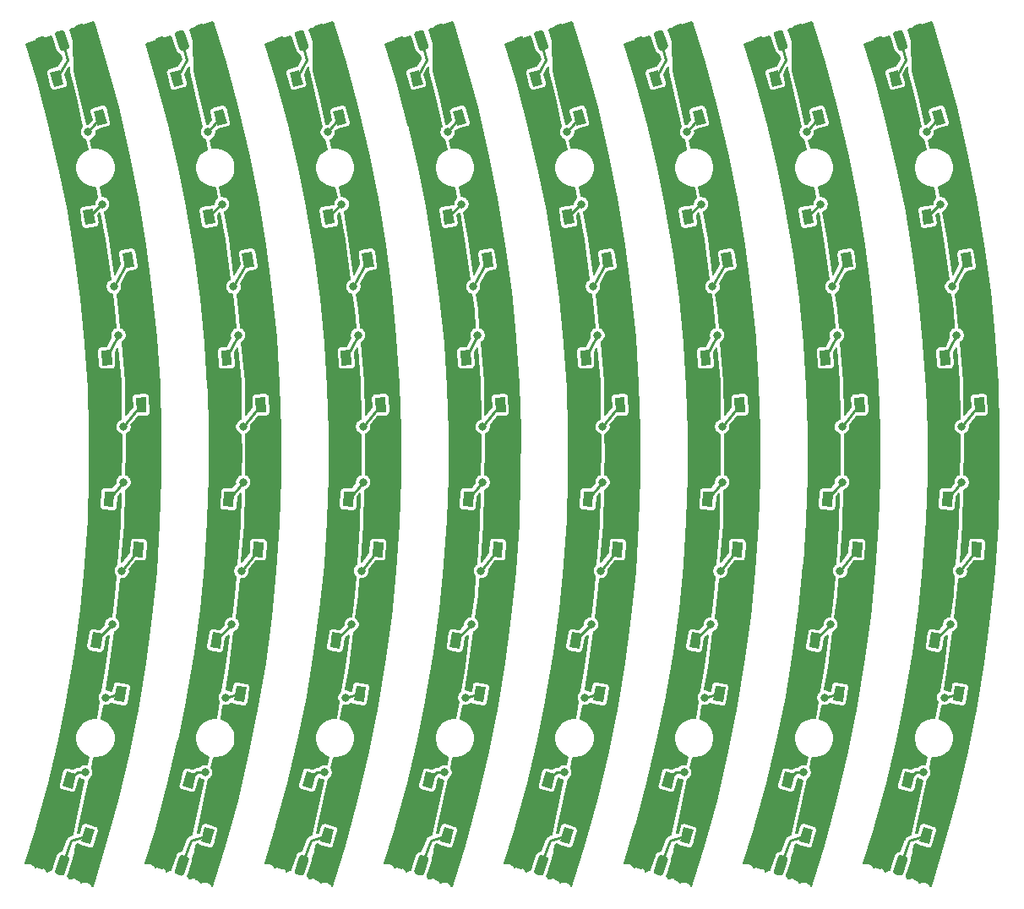
<source format=gbr>
%TF.GenerationSoftware,KiCad,Pcbnew,(5.1.9)-1*%
%TF.CreationDate,2021-02-05T18:08:36+10:00*%
%TF.ProjectId,PCB,5043422e-6b69-4636-9164-5f7063625858,rev?*%
%TF.SameCoordinates,Original*%
%TF.FileFunction,Copper,L1,Top*%
%TF.FilePolarity,Positive*%
%FSLAX46Y46*%
G04 Gerber Fmt 4.6, Leading zero omitted, Abs format (unit mm)*
G04 Created by KiCad (PCBNEW (5.1.9)-1) date 2021-02-05 18:08:36*
%MOMM*%
%LPD*%
G01*
G04 APERTURE LIST*
%TA.AperFunction,SMDPad,CuDef*%
%ADD10C,0.100000*%
%TD*%
%TA.AperFunction,ViaPad*%
%ADD11C,0.800000*%
%TD*%
%TA.AperFunction,ViaPad*%
%ADD12C,1.200000*%
%TD*%
%TA.AperFunction,Conductor*%
%ADD13C,0.250000*%
%TD*%
%TA.AperFunction,Conductor*%
%ADD14C,0.200000*%
%TD*%
%TA.AperFunction,Conductor*%
%ADD15C,0.100000*%
%TD*%
G04 APERTURE END LIST*
%TO.P,GND1,1*%
%TO.N,GND*%
%TA.AperFunction,ComponentPad*%
G36*
G01*
X179634909Y-120675384D02*
X180098435Y-119248799D01*
G75*
G02*
X180413453Y-119088289I237764J-77254D01*
G01*
X180888981Y-119242798D01*
G75*
G02*
X181049491Y-119557816I-77254J-237764D01*
G01*
X180585965Y-120984401D01*
G75*
G02*
X180270947Y-121144911I-237764J77254D01*
G01*
X179795419Y-120990402D01*
G75*
G02*
X179634909Y-120675384I77254J237764D01*
G01*
G37*
%TD.AperFunction*%
%TD*%
%TO.P,GND1,1*%
%TO.N,GND*%
%TA.AperFunction,ComponentPad*%
G36*
G01*
X167634909Y-120675384D02*
X168098435Y-119248799D01*
G75*
G02*
X168413453Y-119088289I237764J-77254D01*
G01*
X168888981Y-119242798D01*
G75*
G02*
X169049491Y-119557816I-77254J-237764D01*
G01*
X168585965Y-120984401D01*
G75*
G02*
X168270947Y-121144911I-237764J77254D01*
G01*
X167795419Y-120990402D01*
G75*
G02*
X167634909Y-120675384I77254J237764D01*
G01*
G37*
%TD.AperFunction*%
%TD*%
%TO.P,GND1,1*%
%TO.N,GND*%
%TA.AperFunction,ComponentPad*%
G36*
G01*
X155634909Y-120675384D02*
X156098435Y-119248799D01*
G75*
G02*
X156413453Y-119088289I237764J-77254D01*
G01*
X156888981Y-119242798D01*
G75*
G02*
X157049491Y-119557816I-77254J-237764D01*
G01*
X156585965Y-120984401D01*
G75*
G02*
X156270947Y-121144911I-237764J77254D01*
G01*
X155795419Y-120990402D01*
G75*
G02*
X155634909Y-120675384I77254J237764D01*
G01*
G37*
%TD.AperFunction*%
%TD*%
%TO.P,GND1,1*%
%TO.N,GND*%
%TA.AperFunction,ComponentPad*%
G36*
G01*
X143634909Y-120675384D02*
X144098435Y-119248799D01*
G75*
G02*
X144413453Y-119088289I237764J-77254D01*
G01*
X144888981Y-119242798D01*
G75*
G02*
X145049491Y-119557816I-77254J-237764D01*
G01*
X144585965Y-120984401D01*
G75*
G02*
X144270947Y-121144911I-237764J77254D01*
G01*
X143795419Y-120990402D01*
G75*
G02*
X143634909Y-120675384I77254J237764D01*
G01*
G37*
%TD.AperFunction*%
%TD*%
%TO.P,GND1,1*%
%TO.N,GND*%
%TA.AperFunction,ComponentPad*%
G36*
G01*
X131634909Y-120675384D02*
X132098435Y-119248799D01*
G75*
G02*
X132413453Y-119088289I237764J-77254D01*
G01*
X132888981Y-119242798D01*
G75*
G02*
X133049491Y-119557816I-77254J-237764D01*
G01*
X132585965Y-120984401D01*
G75*
G02*
X132270947Y-121144911I-237764J77254D01*
G01*
X131795419Y-120990402D01*
G75*
G02*
X131634909Y-120675384I77254J237764D01*
G01*
G37*
%TD.AperFunction*%
%TD*%
%TO.P,GND1,1*%
%TO.N,GND*%
%TA.AperFunction,ComponentPad*%
G36*
G01*
X119634909Y-120675384D02*
X120098435Y-119248799D01*
G75*
G02*
X120413453Y-119088289I237764J-77254D01*
G01*
X120888981Y-119242798D01*
G75*
G02*
X121049491Y-119557816I-77254J-237764D01*
G01*
X120585965Y-120984401D01*
G75*
G02*
X120270947Y-121144911I-237764J77254D01*
G01*
X119795419Y-120990402D01*
G75*
G02*
X119634909Y-120675384I77254J237764D01*
G01*
G37*
%TD.AperFunction*%
%TD*%
%TO.P,GND1,1*%
%TO.N,GND*%
%TA.AperFunction,ComponentPad*%
G36*
G01*
X107634909Y-120675384D02*
X108098435Y-119248799D01*
G75*
G02*
X108413453Y-119088289I237764J-77254D01*
G01*
X108888981Y-119242798D01*
G75*
G02*
X109049491Y-119557816I-77254J-237764D01*
G01*
X108585965Y-120984401D01*
G75*
G02*
X108270947Y-121144911I-237764J77254D01*
G01*
X107795419Y-120990402D01*
G75*
G02*
X107634909Y-120675384I77254J237764D01*
G01*
G37*
%TD.AperFunction*%
%TD*%
%TO.P,5V,1*%
%TO.N,+5V*%
%TA.AperFunction,ComponentPad*%
G36*
G01*
X184086235Y-38332801D02*
X183622709Y-36906216D01*
G75*
G02*
X183783219Y-36591198I237764J77254D01*
G01*
X184258747Y-36436689D01*
G75*
G02*
X184573765Y-36597199I77254J-237764D01*
G01*
X185037291Y-38023784D01*
G75*
G02*
X184876781Y-38338802I-237764J-77254D01*
G01*
X184401253Y-38493311D01*
G75*
G02*
X184086235Y-38332801I-77254J237764D01*
G01*
G37*
%TD.AperFunction*%
%TD*%
%TO.P,5V,1*%
%TO.N,+5V*%
%TA.AperFunction,ComponentPad*%
G36*
G01*
X172086235Y-38332801D02*
X171622709Y-36906216D01*
G75*
G02*
X171783219Y-36591198I237764J77254D01*
G01*
X172258747Y-36436689D01*
G75*
G02*
X172573765Y-36597199I77254J-237764D01*
G01*
X173037291Y-38023784D01*
G75*
G02*
X172876781Y-38338802I-237764J-77254D01*
G01*
X172401253Y-38493311D01*
G75*
G02*
X172086235Y-38332801I-77254J237764D01*
G01*
G37*
%TD.AperFunction*%
%TD*%
%TO.P,5V,1*%
%TO.N,+5V*%
%TA.AperFunction,ComponentPad*%
G36*
G01*
X160086235Y-38332801D02*
X159622709Y-36906216D01*
G75*
G02*
X159783219Y-36591198I237764J77254D01*
G01*
X160258747Y-36436689D01*
G75*
G02*
X160573765Y-36597199I77254J-237764D01*
G01*
X161037291Y-38023784D01*
G75*
G02*
X160876781Y-38338802I-237764J-77254D01*
G01*
X160401253Y-38493311D01*
G75*
G02*
X160086235Y-38332801I-77254J237764D01*
G01*
G37*
%TD.AperFunction*%
%TD*%
%TO.P,5V,1*%
%TO.N,+5V*%
%TA.AperFunction,ComponentPad*%
G36*
G01*
X148086235Y-38332801D02*
X147622709Y-36906216D01*
G75*
G02*
X147783219Y-36591198I237764J77254D01*
G01*
X148258747Y-36436689D01*
G75*
G02*
X148573765Y-36597199I77254J-237764D01*
G01*
X149037291Y-38023784D01*
G75*
G02*
X148876781Y-38338802I-237764J-77254D01*
G01*
X148401253Y-38493311D01*
G75*
G02*
X148086235Y-38332801I-77254J237764D01*
G01*
G37*
%TD.AperFunction*%
%TD*%
%TO.P,5V,1*%
%TO.N,+5V*%
%TA.AperFunction,ComponentPad*%
G36*
G01*
X136086235Y-38332801D02*
X135622709Y-36906216D01*
G75*
G02*
X135783219Y-36591198I237764J77254D01*
G01*
X136258747Y-36436689D01*
G75*
G02*
X136573765Y-36597199I77254J-237764D01*
G01*
X137037291Y-38023784D01*
G75*
G02*
X136876781Y-38338802I-237764J-77254D01*
G01*
X136401253Y-38493311D01*
G75*
G02*
X136086235Y-38332801I-77254J237764D01*
G01*
G37*
%TD.AperFunction*%
%TD*%
%TO.P,5V,1*%
%TO.N,+5V*%
%TA.AperFunction,ComponentPad*%
G36*
G01*
X124086235Y-38332801D02*
X123622709Y-36906216D01*
G75*
G02*
X123783219Y-36591198I237764J77254D01*
G01*
X124258747Y-36436689D01*
G75*
G02*
X124573765Y-36597199I77254J-237764D01*
G01*
X125037291Y-38023784D01*
G75*
G02*
X124876781Y-38338802I-237764J-77254D01*
G01*
X124401253Y-38493311D01*
G75*
G02*
X124086235Y-38332801I-77254J237764D01*
G01*
G37*
%TD.AperFunction*%
%TD*%
%TO.P,5V,1*%
%TO.N,+5V*%
%TA.AperFunction,ComponentPad*%
G36*
G01*
X112086235Y-38332801D02*
X111622709Y-36906216D01*
G75*
G02*
X111783219Y-36591198I237764J77254D01*
G01*
X112258747Y-36436689D01*
G75*
G02*
X112573765Y-36597199I77254J-237764D01*
G01*
X113037291Y-38023784D01*
G75*
G02*
X112876781Y-38338802I-237764J-77254D01*
G01*
X112401253Y-38493311D01*
G75*
G02*
X112086235Y-38332801I-77254J237764D01*
G01*
G37*
%TD.AperFunction*%
%TD*%
%TO.P,G,1*%
%TO.N,GND*%
%TA.AperFunction,ComponentPad*%
G36*
G01*
X180123835Y-39602801D02*
X179660309Y-38176216D01*
G75*
G02*
X179820819Y-37861198I237764J77254D01*
G01*
X180296347Y-37706689D01*
G75*
G02*
X180611365Y-37867199I77254J-237764D01*
G01*
X181074891Y-39293784D01*
G75*
G02*
X180914381Y-39608802I-237764J-77254D01*
G01*
X180438853Y-39763311D01*
G75*
G02*
X180123835Y-39602801I-77254J237764D01*
G01*
G37*
%TD.AperFunction*%
%TD*%
%TO.P,G,1*%
%TO.N,GND*%
%TA.AperFunction,ComponentPad*%
G36*
G01*
X168123835Y-39602801D02*
X167660309Y-38176216D01*
G75*
G02*
X167820819Y-37861198I237764J77254D01*
G01*
X168296347Y-37706689D01*
G75*
G02*
X168611365Y-37867199I77254J-237764D01*
G01*
X169074891Y-39293784D01*
G75*
G02*
X168914381Y-39608802I-237764J-77254D01*
G01*
X168438853Y-39763311D01*
G75*
G02*
X168123835Y-39602801I-77254J237764D01*
G01*
G37*
%TD.AperFunction*%
%TD*%
%TO.P,G,1*%
%TO.N,GND*%
%TA.AperFunction,ComponentPad*%
G36*
G01*
X156123835Y-39602801D02*
X155660309Y-38176216D01*
G75*
G02*
X155820819Y-37861198I237764J77254D01*
G01*
X156296347Y-37706689D01*
G75*
G02*
X156611365Y-37867199I77254J-237764D01*
G01*
X157074891Y-39293784D01*
G75*
G02*
X156914381Y-39608802I-237764J-77254D01*
G01*
X156438853Y-39763311D01*
G75*
G02*
X156123835Y-39602801I-77254J237764D01*
G01*
G37*
%TD.AperFunction*%
%TD*%
%TO.P,G,1*%
%TO.N,GND*%
%TA.AperFunction,ComponentPad*%
G36*
G01*
X144123835Y-39602801D02*
X143660309Y-38176216D01*
G75*
G02*
X143820819Y-37861198I237764J77254D01*
G01*
X144296347Y-37706689D01*
G75*
G02*
X144611365Y-37867199I77254J-237764D01*
G01*
X145074891Y-39293784D01*
G75*
G02*
X144914381Y-39608802I-237764J-77254D01*
G01*
X144438853Y-39763311D01*
G75*
G02*
X144123835Y-39602801I-77254J237764D01*
G01*
G37*
%TD.AperFunction*%
%TD*%
%TO.P,G,1*%
%TO.N,GND*%
%TA.AperFunction,ComponentPad*%
G36*
G01*
X132123835Y-39602801D02*
X131660309Y-38176216D01*
G75*
G02*
X131820819Y-37861198I237764J77254D01*
G01*
X132296347Y-37706689D01*
G75*
G02*
X132611365Y-37867199I77254J-237764D01*
G01*
X133074891Y-39293784D01*
G75*
G02*
X132914381Y-39608802I-237764J-77254D01*
G01*
X132438853Y-39763311D01*
G75*
G02*
X132123835Y-39602801I-77254J237764D01*
G01*
G37*
%TD.AperFunction*%
%TD*%
%TO.P,G,1*%
%TO.N,GND*%
%TA.AperFunction,ComponentPad*%
G36*
G01*
X120123835Y-39602801D02*
X119660309Y-38176216D01*
G75*
G02*
X119820819Y-37861198I237764J77254D01*
G01*
X120296347Y-37706689D01*
G75*
G02*
X120611365Y-37867199I77254J-237764D01*
G01*
X121074891Y-39293784D01*
G75*
G02*
X120914381Y-39608802I-237764J-77254D01*
G01*
X120438853Y-39763311D01*
G75*
G02*
X120123835Y-39602801I-77254J237764D01*
G01*
G37*
%TD.AperFunction*%
%TD*%
%TO.P,G,1*%
%TO.N,GND*%
%TA.AperFunction,ComponentPad*%
G36*
G01*
X108123835Y-39602801D02*
X107660309Y-38176216D01*
G75*
G02*
X107820819Y-37861198I237764J77254D01*
G01*
X108296347Y-37706689D01*
G75*
G02*
X108611365Y-37867199I77254J-237764D01*
G01*
X109074891Y-39293784D01*
G75*
G02*
X108914381Y-39608802I-237764J-77254D01*
G01*
X108438853Y-39763311D01*
G75*
G02*
X108123835Y-39602801I-77254J237764D01*
G01*
G37*
%TD.AperFunction*%
%TD*%
%TO.P,5V,1*%
%TO.N,+5V*%
%TA.AperFunction,ComponentPad*%
G36*
G01*
X183648109Y-121996184D02*
X184111635Y-120569599D01*
G75*
G02*
X184426653Y-120409089I237764J-77254D01*
G01*
X184902181Y-120563598D01*
G75*
G02*
X185062691Y-120878616I-77254J-237764D01*
G01*
X184599165Y-122305201D01*
G75*
G02*
X184284147Y-122465711I-237764J77254D01*
G01*
X183808619Y-122311202D01*
G75*
G02*
X183648109Y-121996184I77254J237764D01*
G01*
G37*
%TD.AperFunction*%
%TD*%
%TO.P,5V,1*%
%TO.N,+5V*%
%TA.AperFunction,ComponentPad*%
G36*
G01*
X171648109Y-121996184D02*
X172111635Y-120569599D01*
G75*
G02*
X172426653Y-120409089I237764J-77254D01*
G01*
X172902181Y-120563598D01*
G75*
G02*
X173062691Y-120878616I-77254J-237764D01*
G01*
X172599165Y-122305201D01*
G75*
G02*
X172284147Y-122465711I-237764J77254D01*
G01*
X171808619Y-122311202D01*
G75*
G02*
X171648109Y-121996184I77254J237764D01*
G01*
G37*
%TD.AperFunction*%
%TD*%
%TO.P,5V,1*%
%TO.N,+5V*%
%TA.AperFunction,ComponentPad*%
G36*
G01*
X159648109Y-121996184D02*
X160111635Y-120569599D01*
G75*
G02*
X160426653Y-120409089I237764J-77254D01*
G01*
X160902181Y-120563598D01*
G75*
G02*
X161062691Y-120878616I-77254J-237764D01*
G01*
X160599165Y-122305201D01*
G75*
G02*
X160284147Y-122465711I-237764J77254D01*
G01*
X159808619Y-122311202D01*
G75*
G02*
X159648109Y-121996184I77254J237764D01*
G01*
G37*
%TD.AperFunction*%
%TD*%
%TO.P,5V,1*%
%TO.N,+5V*%
%TA.AperFunction,ComponentPad*%
G36*
G01*
X147648109Y-121996184D02*
X148111635Y-120569599D01*
G75*
G02*
X148426653Y-120409089I237764J-77254D01*
G01*
X148902181Y-120563598D01*
G75*
G02*
X149062691Y-120878616I-77254J-237764D01*
G01*
X148599165Y-122305201D01*
G75*
G02*
X148284147Y-122465711I-237764J77254D01*
G01*
X147808619Y-122311202D01*
G75*
G02*
X147648109Y-121996184I77254J237764D01*
G01*
G37*
%TD.AperFunction*%
%TD*%
%TO.P,5V,1*%
%TO.N,+5V*%
%TA.AperFunction,ComponentPad*%
G36*
G01*
X135648109Y-121996184D02*
X136111635Y-120569599D01*
G75*
G02*
X136426653Y-120409089I237764J-77254D01*
G01*
X136902181Y-120563598D01*
G75*
G02*
X137062691Y-120878616I-77254J-237764D01*
G01*
X136599165Y-122305201D01*
G75*
G02*
X136284147Y-122465711I-237764J77254D01*
G01*
X135808619Y-122311202D01*
G75*
G02*
X135648109Y-121996184I77254J237764D01*
G01*
G37*
%TD.AperFunction*%
%TD*%
%TO.P,5V,1*%
%TO.N,+5V*%
%TA.AperFunction,ComponentPad*%
G36*
G01*
X123648109Y-121996184D02*
X124111635Y-120569599D01*
G75*
G02*
X124426653Y-120409089I237764J-77254D01*
G01*
X124902181Y-120563598D01*
G75*
G02*
X125062691Y-120878616I-77254J-237764D01*
G01*
X124599165Y-122305201D01*
G75*
G02*
X124284147Y-122465711I-237764J77254D01*
G01*
X123808619Y-122311202D01*
G75*
G02*
X123648109Y-121996184I77254J237764D01*
G01*
G37*
%TD.AperFunction*%
%TD*%
%TO.P,5V,1*%
%TO.N,+5V*%
%TA.AperFunction,ComponentPad*%
G36*
G01*
X111648109Y-121996184D02*
X112111635Y-120569599D01*
G75*
G02*
X112426653Y-120409089I237764J-77254D01*
G01*
X112902181Y-120563598D01*
G75*
G02*
X113062691Y-120878616I-77254J-237764D01*
G01*
X112599165Y-122305201D01*
G75*
G02*
X112284147Y-122465711I-237764J77254D01*
G01*
X111808619Y-122311202D01*
G75*
G02*
X111648109Y-121996184I77254J237764D01*
G01*
G37*
%TD.AperFunction*%
%TD*%
%TO.P,DO,1*%
%TO.N,Net-(D6-Pad4)*%
%TA.AperFunction,SMDPad,CuDef*%
G36*
G01*
X182105035Y-38967801D02*
X181641509Y-37541216D01*
G75*
G02*
X181802019Y-37226198I237764J77254D01*
G01*
X182277547Y-37071689D01*
G75*
G02*
X182592565Y-37232199I77254J-237764D01*
G01*
X183056091Y-38658784D01*
G75*
G02*
X182895581Y-38973802I-237764J-77254D01*
G01*
X182420053Y-39128311D01*
G75*
G02*
X182105035Y-38967801I-77254J237764D01*
G01*
G37*
%TD.AperFunction*%
%TD*%
%TO.P,DO,1*%
%TO.N,Net-(D6-Pad4)*%
%TA.AperFunction,SMDPad,CuDef*%
G36*
G01*
X170105035Y-38967801D02*
X169641509Y-37541216D01*
G75*
G02*
X169802019Y-37226198I237764J77254D01*
G01*
X170277547Y-37071689D01*
G75*
G02*
X170592565Y-37232199I77254J-237764D01*
G01*
X171056091Y-38658784D01*
G75*
G02*
X170895581Y-38973802I-237764J-77254D01*
G01*
X170420053Y-39128311D01*
G75*
G02*
X170105035Y-38967801I-77254J237764D01*
G01*
G37*
%TD.AperFunction*%
%TD*%
%TO.P,DO,1*%
%TO.N,Net-(D6-Pad4)*%
%TA.AperFunction,SMDPad,CuDef*%
G36*
G01*
X158105035Y-38967801D02*
X157641509Y-37541216D01*
G75*
G02*
X157802019Y-37226198I237764J77254D01*
G01*
X158277547Y-37071689D01*
G75*
G02*
X158592565Y-37232199I77254J-237764D01*
G01*
X159056091Y-38658784D01*
G75*
G02*
X158895581Y-38973802I-237764J-77254D01*
G01*
X158420053Y-39128311D01*
G75*
G02*
X158105035Y-38967801I-77254J237764D01*
G01*
G37*
%TD.AperFunction*%
%TD*%
%TO.P,DO,1*%
%TO.N,Net-(D6-Pad4)*%
%TA.AperFunction,SMDPad,CuDef*%
G36*
G01*
X146105035Y-38967801D02*
X145641509Y-37541216D01*
G75*
G02*
X145802019Y-37226198I237764J77254D01*
G01*
X146277547Y-37071689D01*
G75*
G02*
X146592565Y-37232199I77254J-237764D01*
G01*
X147056091Y-38658784D01*
G75*
G02*
X146895581Y-38973802I-237764J-77254D01*
G01*
X146420053Y-39128311D01*
G75*
G02*
X146105035Y-38967801I-77254J237764D01*
G01*
G37*
%TD.AperFunction*%
%TD*%
%TO.P,DO,1*%
%TO.N,Net-(D6-Pad4)*%
%TA.AperFunction,SMDPad,CuDef*%
G36*
G01*
X134105035Y-38967801D02*
X133641509Y-37541216D01*
G75*
G02*
X133802019Y-37226198I237764J77254D01*
G01*
X134277547Y-37071689D01*
G75*
G02*
X134592565Y-37232199I77254J-237764D01*
G01*
X135056091Y-38658784D01*
G75*
G02*
X134895581Y-38973802I-237764J-77254D01*
G01*
X134420053Y-39128311D01*
G75*
G02*
X134105035Y-38967801I-77254J237764D01*
G01*
G37*
%TD.AperFunction*%
%TD*%
%TO.P,DO,1*%
%TO.N,Net-(D6-Pad4)*%
%TA.AperFunction,SMDPad,CuDef*%
G36*
G01*
X122105035Y-38967801D02*
X121641509Y-37541216D01*
G75*
G02*
X121802019Y-37226198I237764J77254D01*
G01*
X122277547Y-37071689D01*
G75*
G02*
X122592565Y-37232199I77254J-237764D01*
G01*
X123056091Y-38658784D01*
G75*
G02*
X122895581Y-38973802I-237764J-77254D01*
G01*
X122420053Y-39128311D01*
G75*
G02*
X122105035Y-38967801I-77254J237764D01*
G01*
G37*
%TD.AperFunction*%
%TD*%
%TO.P,DO,1*%
%TO.N,Net-(D6-Pad4)*%
%TA.AperFunction,SMDPad,CuDef*%
G36*
G01*
X110105035Y-38967801D02*
X109641509Y-37541216D01*
G75*
G02*
X109802019Y-37226198I237764J77254D01*
G01*
X110277547Y-37071689D01*
G75*
G02*
X110592565Y-37232199I77254J-237764D01*
G01*
X111056091Y-38658784D01*
G75*
G02*
X110895581Y-38973802I-237764J-77254D01*
G01*
X110420053Y-39128311D01*
G75*
G02*
X110105035Y-38967801I-77254J237764D01*
G01*
G37*
%TD.AperFunction*%
%TD*%
%TO.P,DI1,1*%
%TO.N,Net-(D1-Pad2)*%
%TA.AperFunction,SMDPad,CuDef*%
G36*
G01*
X181641509Y-121335784D02*
X182105035Y-119909199D01*
G75*
G02*
X182420053Y-119748689I237764J-77254D01*
G01*
X182895581Y-119903198D01*
G75*
G02*
X183056091Y-120218216I-77254J-237764D01*
G01*
X182592565Y-121644801D01*
G75*
G02*
X182277547Y-121805311I-237764J77254D01*
G01*
X181802019Y-121650802D01*
G75*
G02*
X181641509Y-121335784I77254J237764D01*
G01*
G37*
%TD.AperFunction*%
%TD*%
%TO.P,DI1,1*%
%TO.N,Net-(D1-Pad2)*%
%TA.AperFunction,SMDPad,CuDef*%
G36*
G01*
X169641509Y-121335784D02*
X170105035Y-119909199D01*
G75*
G02*
X170420053Y-119748689I237764J-77254D01*
G01*
X170895581Y-119903198D01*
G75*
G02*
X171056091Y-120218216I-77254J-237764D01*
G01*
X170592565Y-121644801D01*
G75*
G02*
X170277547Y-121805311I-237764J77254D01*
G01*
X169802019Y-121650802D01*
G75*
G02*
X169641509Y-121335784I77254J237764D01*
G01*
G37*
%TD.AperFunction*%
%TD*%
%TO.P,DI1,1*%
%TO.N,Net-(D1-Pad2)*%
%TA.AperFunction,SMDPad,CuDef*%
G36*
G01*
X157641509Y-121335784D02*
X158105035Y-119909199D01*
G75*
G02*
X158420053Y-119748689I237764J-77254D01*
G01*
X158895581Y-119903198D01*
G75*
G02*
X159056091Y-120218216I-77254J-237764D01*
G01*
X158592565Y-121644801D01*
G75*
G02*
X158277547Y-121805311I-237764J77254D01*
G01*
X157802019Y-121650802D01*
G75*
G02*
X157641509Y-121335784I77254J237764D01*
G01*
G37*
%TD.AperFunction*%
%TD*%
%TO.P,DI1,1*%
%TO.N,Net-(D1-Pad2)*%
%TA.AperFunction,SMDPad,CuDef*%
G36*
G01*
X145641509Y-121335784D02*
X146105035Y-119909199D01*
G75*
G02*
X146420053Y-119748689I237764J-77254D01*
G01*
X146895581Y-119903198D01*
G75*
G02*
X147056091Y-120218216I-77254J-237764D01*
G01*
X146592565Y-121644801D01*
G75*
G02*
X146277547Y-121805311I-237764J77254D01*
G01*
X145802019Y-121650802D01*
G75*
G02*
X145641509Y-121335784I77254J237764D01*
G01*
G37*
%TD.AperFunction*%
%TD*%
%TO.P,DI1,1*%
%TO.N,Net-(D1-Pad2)*%
%TA.AperFunction,SMDPad,CuDef*%
G36*
G01*
X133641509Y-121335784D02*
X134105035Y-119909199D01*
G75*
G02*
X134420053Y-119748689I237764J-77254D01*
G01*
X134895581Y-119903198D01*
G75*
G02*
X135056091Y-120218216I-77254J-237764D01*
G01*
X134592565Y-121644801D01*
G75*
G02*
X134277547Y-121805311I-237764J77254D01*
G01*
X133802019Y-121650802D01*
G75*
G02*
X133641509Y-121335784I77254J237764D01*
G01*
G37*
%TD.AperFunction*%
%TD*%
%TO.P,DI1,1*%
%TO.N,Net-(D1-Pad2)*%
%TA.AperFunction,SMDPad,CuDef*%
G36*
G01*
X121641509Y-121335784D02*
X122105035Y-119909199D01*
G75*
G02*
X122420053Y-119748689I237764J-77254D01*
G01*
X122895581Y-119903198D01*
G75*
G02*
X123056091Y-120218216I-77254J-237764D01*
G01*
X122592565Y-121644801D01*
G75*
G02*
X122277547Y-121805311I-237764J77254D01*
G01*
X121802019Y-121650802D01*
G75*
G02*
X121641509Y-121335784I77254J237764D01*
G01*
G37*
%TD.AperFunction*%
%TD*%
%TO.P,DI1,1*%
%TO.N,Net-(D1-Pad2)*%
%TA.AperFunction,SMDPad,CuDef*%
G36*
G01*
X109641509Y-121335784D02*
X110105035Y-119909199D01*
G75*
G02*
X110420053Y-119748689I237764J-77254D01*
G01*
X110895581Y-119903198D01*
G75*
G02*
X111056091Y-120218216I-77254J-237764D01*
G01*
X110592565Y-121644801D01*
G75*
G02*
X110277547Y-121805311I-237764J77254D01*
G01*
X109802019Y-121650802D01*
G75*
G02*
X109641509Y-121335784I77254J237764D01*
G01*
G37*
%TD.AperFunction*%
%TD*%
%TA.AperFunction,SMDPad,CuDef*%
D10*
%TO.P,D4,1*%
%TO.N,GND*%
G36*
X186533471Y-74071294D02*
G01*
X187532101Y-74018958D01*
X187610605Y-75516902D01*
X186611975Y-75569238D01*
X186533471Y-74071294D01*
G37*
%TD.AperFunction*%
%TA.AperFunction,SMDPad,CuDef*%
%TO.P,D4,2*%
%TO.N,Net-(D3-Pad4)*%
G36*
X189729085Y-73903819D02*
G01*
X190727715Y-73851483D01*
X190806219Y-75349427D01*
X189807589Y-75401763D01*
X189729085Y-73903819D01*
G37*
%TD.AperFunction*%
%TA.AperFunction,SMDPad,CuDef*%
%TO.P,D4,4*%
%TO.N,Net-(D4-Pad4)*%
G36*
X186277025Y-69178009D02*
G01*
X187275655Y-69125673D01*
X187354159Y-70623617D01*
X186355529Y-70675953D01*
X186277025Y-69178009D01*
G37*
%TD.AperFunction*%
%TA.AperFunction,SMDPad,CuDef*%
%TO.P,D4,3*%
%TO.N,+5V*%
G36*
X189472639Y-69010534D02*
G01*
X190471269Y-68958198D01*
X190549773Y-70456142D01*
X189551143Y-70508478D01*
X189472639Y-69010534D01*
G37*
%TD.AperFunction*%
%TD*%
%TA.AperFunction,SMDPad,CuDef*%
%TO.P,D4,1*%
%TO.N,GND*%
G36*
X174533471Y-74071294D02*
G01*
X175532101Y-74018958D01*
X175610605Y-75516902D01*
X174611975Y-75569238D01*
X174533471Y-74071294D01*
G37*
%TD.AperFunction*%
%TA.AperFunction,SMDPad,CuDef*%
%TO.P,D4,2*%
%TO.N,Net-(D3-Pad4)*%
G36*
X177729085Y-73903819D02*
G01*
X178727715Y-73851483D01*
X178806219Y-75349427D01*
X177807589Y-75401763D01*
X177729085Y-73903819D01*
G37*
%TD.AperFunction*%
%TA.AperFunction,SMDPad,CuDef*%
%TO.P,D4,4*%
%TO.N,Net-(D4-Pad4)*%
G36*
X174277025Y-69178009D02*
G01*
X175275655Y-69125673D01*
X175354159Y-70623617D01*
X174355529Y-70675953D01*
X174277025Y-69178009D01*
G37*
%TD.AperFunction*%
%TA.AperFunction,SMDPad,CuDef*%
%TO.P,D4,3*%
%TO.N,+5V*%
G36*
X177472639Y-69010534D02*
G01*
X178471269Y-68958198D01*
X178549773Y-70456142D01*
X177551143Y-70508478D01*
X177472639Y-69010534D01*
G37*
%TD.AperFunction*%
%TD*%
%TA.AperFunction,SMDPad,CuDef*%
%TO.P,D4,1*%
%TO.N,GND*%
G36*
X162533471Y-74071294D02*
G01*
X163532101Y-74018958D01*
X163610605Y-75516902D01*
X162611975Y-75569238D01*
X162533471Y-74071294D01*
G37*
%TD.AperFunction*%
%TA.AperFunction,SMDPad,CuDef*%
%TO.P,D4,2*%
%TO.N,Net-(D3-Pad4)*%
G36*
X165729085Y-73903819D02*
G01*
X166727715Y-73851483D01*
X166806219Y-75349427D01*
X165807589Y-75401763D01*
X165729085Y-73903819D01*
G37*
%TD.AperFunction*%
%TA.AperFunction,SMDPad,CuDef*%
%TO.P,D4,4*%
%TO.N,Net-(D4-Pad4)*%
G36*
X162277025Y-69178009D02*
G01*
X163275655Y-69125673D01*
X163354159Y-70623617D01*
X162355529Y-70675953D01*
X162277025Y-69178009D01*
G37*
%TD.AperFunction*%
%TA.AperFunction,SMDPad,CuDef*%
%TO.P,D4,3*%
%TO.N,+5V*%
G36*
X165472639Y-69010534D02*
G01*
X166471269Y-68958198D01*
X166549773Y-70456142D01*
X165551143Y-70508478D01*
X165472639Y-69010534D01*
G37*
%TD.AperFunction*%
%TD*%
%TA.AperFunction,SMDPad,CuDef*%
%TO.P,D4,1*%
%TO.N,GND*%
G36*
X150533471Y-74071294D02*
G01*
X151532101Y-74018958D01*
X151610605Y-75516902D01*
X150611975Y-75569238D01*
X150533471Y-74071294D01*
G37*
%TD.AperFunction*%
%TA.AperFunction,SMDPad,CuDef*%
%TO.P,D4,2*%
%TO.N,Net-(D3-Pad4)*%
G36*
X153729085Y-73903819D02*
G01*
X154727715Y-73851483D01*
X154806219Y-75349427D01*
X153807589Y-75401763D01*
X153729085Y-73903819D01*
G37*
%TD.AperFunction*%
%TA.AperFunction,SMDPad,CuDef*%
%TO.P,D4,4*%
%TO.N,Net-(D4-Pad4)*%
G36*
X150277025Y-69178009D02*
G01*
X151275655Y-69125673D01*
X151354159Y-70623617D01*
X150355529Y-70675953D01*
X150277025Y-69178009D01*
G37*
%TD.AperFunction*%
%TA.AperFunction,SMDPad,CuDef*%
%TO.P,D4,3*%
%TO.N,+5V*%
G36*
X153472639Y-69010534D02*
G01*
X154471269Y-68958198D01*
X154549773Y-70456142D01*
X153551143Y-70508478D01*
X153472639Y-69010534D01*
G37*
%TD.AperFunction*%
%TD*%
%TA.AperFunction,SMDPad,CuDef*%
%TO.P,D4,1*%
%TO.N,GND*%
G36*
X138533471Y-74071294D02*
G01*
X139532101Y-74018958D01*
X139610605Y-75516902D01*
X138611975Y-75569238D01*
X138533471Y-74071294D01*
G37*
%TD.AperFunction*%
%TA.AperFunction,SMDPad,CuDef*%
%TO.P,D4,2*%
%TO.N,Net-(D3-Pad4)*%
G36*
X141729085Y-73903819D02*
G01*
X142727715Y-73851483D01*
X142806219Y-75349427D01*
X141807589Y-75401763D01*
X141729085Y-73903819D01*
G37*
%TD.AperFunction*%
%TA.AperFunction,SMDPad,CuDef*%
%TO.P,D4,4*%
%TO.N,Net-(D4-Pad4)*%
G36*
X138277025Y-69178009D02*
G01*
X139275655Y-69125673D01*
X139354159Y-70623617D01*
X138355529Y-70675953D01*
X138277025Y-69178009D01*
G37*
%TD.AperFunction*%
%TA.AperFunction,SMDPad,CuDef*%
%TO.P,D4,3*%
%TO.N,+5V*%
G36*
X141472639Y-69010534D02*
G01*
X142471269Y-68958198D01*
X142549773Y-70456142D01*
X141551143Y-70508478D01*
X141472639Y-69010534D01*
G37*
%TD.AperFunction*%
%TD*%
%TA.AperFunction,SMDPad,CuDef*%
%TO.P,D4,1*%
%TO.N,GND*%
G36*
X126533471Y-74071294D02*
G01*
X127532101Y-74018958D01*
X127610605Y-75516902D01*
X126611975Y-75569238D01*
X126533471Y-74071294D01*
G37*
%TD.AperFunction*%
%TA.AperFunction,SMDPad,CuDef*%
%TO.P,D4,2*%
%TO.N,Net-(D3-Pad4)*%
G36*
X129729085Y-73903819D02*
G01*
X130727715Y-73851483D01*
X130806219Y-75349427D01*
X129807589Y-75401763D01*
X129729085Y-73903819D01*
G37*
%TD.AperFunction*%
%TA.AperFunction,SMDPad,CuDef*%
%TO.P,D4,4*%
%TO.N,Net-(D4-Pad4)*%
G36*
X126277025Y-69178009D02*
G01*
X127275655Y-69125673D01*
X127354159Y-70623617D01*
X126355529Y-70675953D01*
X126277025Y-69178009D01*
G37*
%TD.AperFunction*%
%TA.AperFunction,SMDPad,CuDef*%
%TO.P,D4,3*%
%TO.N,+5V*%
G36*
X129472639Y-69010534D02*
G01*
X130471269Y-68958198D01*
X130549773Y-70456142D01*
X129551143Y-70508478D01*
X129472639Y-69010534D01*
G37*
%TD.AperFunction*%
%TD*%
%TA.AperFunction,SMDPad,CuDef*%
%TO.P,D4,1*%
%TO.N,GND*%
G36*
X114533471Y-74071294D02*
G01*
X115532101Y-74018958D01*
X115610605Y-75516902D01*
X114611975Y-75569238D01*
X114533471Y-74071294D01*
G37*
%TD.AperFunction*%
%TA.AperFunction,SMDPad,CuDef*%
%TO.P,D4,2*%
%TO.N,Net-(D3-Pad4)*%
G36*
X117729085Y-73903819D02*
G01*
X118727715Y-73851483D01*
X118806219Y-75349427D01*
X117807589Y-75401763D01*
X117729085Y-73903819D01*
G37*
%TD.AperFunction*%
%TA.AperFunction,SMDPad,CuDef*%
%TO.P,D4,4*%
%TO.N,Net-(D4-Pad4)*%
G36*
X114277025Y-69178009D02*
G01*
X115275655Y-69125673D01*
X115354159Y-70623617D01*
X114355529Y-70675953D01*
X114277025Y-69178009D01*
G37*
%TD.AperFunction*%
%TA.AperFunction,SMDPad,CuDef*%
%TO.P,D4,3*%
%TO.N,+5V*%
G36*
X117472639Y-69010534D02*
G01*
X118471269Y-68958198D01*
X118549773Y-70456142D01*
X117551143Y-70508478D01*
X117472639Y-69010534D01*
G37*
%TD.AperFunction*%
%TD*%
%TO.P,C2,1*%
%TO.N,GND*%
%TA.AperFunction,SMDPad,CuDef*%
G36*
G01*
X186451887Y-94112560D02*
X186551189Y-93167764D01*
G75*
G02*
X186825951Y-92945266I248630J-26132D01*
G01*
X187323211Y-92997530D01*
G75*
G02*
X187545709Y-93272292I-26132J-248630D01*
G01*
X187446407Y-94217088D01*
G75*
G02*
X187171645Y-94439586I-248630J26132D01*
G01*
X186674385Y-94387322D01*
G75*
G02*
X186451887Y-94112560I26132J248630D01*
G01*
G37*
%TD.AperFunction*%
%TO.P,C2,2*%
%TO.N,+5V*%
%TA.AperFunction,SMDPad,CuDef*%
G36*
G01*
X188341479Y-94311164D02*
X188440781Y-93366368D01*
G75*
G02*
X188715543Y-93143870I248630J-26132D01*
G01*
X189212803Y-93196134D01*
G75*
G02*
X189435301Y-93470896I-26132J-248630D01*
G01*
X189335999Y-94415692D01*
G75*
G02*
X189061237Y-94638190I-248630J26132D01*
G01*
X188563977Y-94585926D01*
G75*
G02*
X188341479Y-94311164I26132J248630D01*
G01*
G37*
%TD.AperFunction*%
%TD*%
%TO.P,C2,1*%
%TO.N,GND*%
%TA.AperFunction,SMDPad,CuDef*%
G36*
G01*
X174451887Y-94112560D02*
X174551189Y-93167764D01*
G75*
G02*
X174825951Y-92945266I248630J-26132D01*
G01*
X175323211Y-92997530D01*
G75*
G02*
X175545709Y-93272292I-26132J-248630D01*
G01*
X175446407Y-94217088D01*
G75*
G02*
X175171645Y-94439586I-248630J26132D01*
G01*
X174674385Y-94387322D01*
G75*
G02*
X174451887Y-94112560I26132J248630D01*
G01*
G37*
%TD.AperFunction*%
%TO.P,C2,2*%
%TO.N,+5V*%
%TA.AperFunction,SMDPad,CuDef*%
G36*
G01*
X176341479Y-94311164D02*
X176440781Y-93366368D01*
G75*
G02*
X176715543Y-93143870I248630J-26132D01*
G01*
X177212803Y-93196134D01*
G75*
G02*
X177435301Y-93470896I-26132J-248630D01*
G01*
X177335999Y-94415692D01*
G75*
G02*
X177061237Y-94638190I-248630J26132D01*
G01*
X176563977Y-94585926D01*
G75*
G02*
X176341479Y-94311164I26132J248630D01*
G01*
G37*
%TD.AperFunction*%
%TD*%
%TO.P,C2,1*%
%TO.N,GND*%
%TA.AperFunction,SMDPad,CuDef*%
G36*
G01*
X162451887Y-94112560D02*
X162551189Y-93167764D01*
G75*
G02*
X162825951Y-92945266I248630J-26132D01*
G01*
X163323211Y-92997530D01*
G75*
G02*
X163545709Y-93272292I-26132J-248630D01*
G01*
X163446407Y-94217088D01*
G75*
G02*
X163171645Y-94439586I-248630J26132D01*
G01*
X162674385Y-94387322D01*
G75*
G02*
X162451887Y-94112560I26132J248630D01*
G01*
G37*
%TD.AperFunction*%
%TO.P,C2,2*%
%TO.N,+5V*%
%TA.AperFunction,SMDPad,CuDef*%
G36*
G01*
X164341479Y-94311164D02*
X164440781Y-93366368D01*
G75*
G02*
X164715543Y-93143870I248630J-26132D01*
G01*
X165212803Y-93196134D01*
G75*
G02*
X165435301Y-93470896I-26132J-248630D01*
G01*
X165335999Y-94415692D01*
G75*
G02*
X165061237Y-94638190I-248630J26132D01*
G01*
X164563977Y-94585926D01*
G75*
G02*
X164341479Y-94311164I26132J248630D01*
G01*
G37*
%TD.AperFunction*%
%TD*%
%TO.P,C2,1*%
%TO.N,GND*%
%TA.AperFunction,SMDPad,CuDef*%
G36*
G01*
X150451887Y-94112560D02*
X150551189Y-93167764D01*
G75*
G02*
X150825951Y-92945266I248630J-26132D01*
G01*
X151323211Y-92997530D01*
G75*
G02*
X151545709Y-93272292I-26132J-248630D01*
G01*
X151446407Y-94217088D01*
G75*
G02*
X151171645Y-94439586I-248630J26132D01*
G01*
X150674385Y-94387322D01*
G75*
G02*
X150451887Y-94112560I26132J248630D01*
G01*
G37*
%TD.AperFunction*%
%TO.P,C2,2*%
%TO.N,+5V*%
%TA.AperFunction,SMDPad,CuDef*%
G36*
G01*
X152341479Y-94311164D02*
X152440781Y-93366368D01*
G75*
G02*
X152715543Y-93143870I248630J-26132D01*
G01*
X153212803Y-93196134D01*
G75*
G02*
X153435301Y-93470896I-26132J-248630D01*
G01*
X153335999Y-94415692D01*
G75*
G02*
X153061237Y-94638190I-248630J26132D01*
G01*
X152563977Y-94585926D01*
G75*
G02*
X152341479Y-94311164I26132J248630D01*
G01*
G37*
%TD.AperFunction*%
%TD*%
%TO.P,C2,1*%
%TO.N,GND*%
%TA.AperFunction,SMDPad,CuDef*%
G36*
G01*
X138451887Y-94112560D02*
X138551189Y-93167764D01*
G75*
G02*
X138825951Y-92945266I248630J-26132D01*
G01*
X139323211Y-92997530D01*
G75*
G02*
X139545709Y-93272292I-26132J-248630D01*
G01*
X139446407Y-94217088D01*
G75*
G02*
X139171645Y-94439586I-248630J26132D01*
G01*
X138674385Y-94387322D01*
G75*
G02*
X138451887Y-94112560I26132J248630D01*
G01*
G37*
%TD.AperFunction*%
%TO.P,C2,2*%
%TO.N,+5V*%
%TA.AperFunction,SMDPad,CuDef*%
G36*
G01*
X140341479Y-94311164D02*
X140440781Y-93366368D01*
G75*
G02*
X140715543Y-93143870I248630J-26132D01*
G01*
X141212803Y-93196134D01*
G75*
G02*
X141435301Y-93470896I-26132J-248630D01*
G01*
X141335999Y-94415692D01*
G75*
G02*
X141061237Y-94638190I-248630J26132D01*
G01*
X140563977Y-94585926D01*
G75*
G02*
X140341479Y-94311164I26132J248630D01*
G01*
G37*
%TD.AperFunction*%
%TD*%
%TO.P,C2,1*%
%TO.N,GND*%
%TA.AperFunction,SMDPad,CuDef*%
G36*
G01*
X126451887Y-94112560D02*
X126551189Y-93167764D01*
G75*
G02*
X126825951Y-92945266I248630J-26132D01*
G01*
X127323211Y-92997530D01*
G75*
G02*
X127545709Y-93272292I-26132J-248630D01*
G01*
X127446407Y-94217088D01*
G75*
G02*
X127171645Y-94439586I-248630J26132D01*
G01*
X126674385Y-94387322D01*
G75*
G02*
X126451887Y-94112560I26132J248630D01*
G01*
G37*
%TD.AperFunction*%
%TO.P,C2,2*%
%TO.N,+5V*%
%TA.AperFunction,SMDPad,CuDef*%
G36*
G01*
X128341479Y-94311164D02*
X128440781Y-93366368D01*
G75*
G02*
X128715543Y-93143870I248630J-26132D01*
G01*
X129212803Y-93196134D01*
G75*
G02*
X129435301Y-93470896I-26132J-248630D01*
G01*
X129335999Y-94415692D01*
G75*
G02*
X129061237Y-94638190I-248630J26132D01*
G01*
X128563977Y-94585926D01*
G75*
G02*
X128341479Y-94311164I26132J248630D01*
G01*
G37*
%TD.AperFunction*%
%TD*%
%TO.P,C2,1*%
%TO.N,GND*%
%TA.AperFunction,SMDPad,CuDef*%
G36*
G01*
X114451887Y-94112560D02*
X114551189Y-93167764D01*
G75*
G02*
X114825951Y-92945266I248630J-26132D01*
G01*
X115323211Y-92997530D01*
G75*
G02*
X115545709Y-93272292I-26132J-248630D01*
G01*
X115446407Y-94217088D01*
G75*
G02*
X115171645Y-94439586I-248630J26132D01*
G01*
X114674385Y-94387322D01*
G75*
G02*
X114451887Y-94112560I26132J248630D01*
G01*
G37*
%TD.AperFunction*%
%TO.P,C2,2*%
%TO.N,+5V*%
%TA.AperFunction,SMDPad,CuDef*%
G36*
G01*
X116341479Y-94311164D02*
X116440781Y-93366368D01*
G75*
G02*
X116715543Y-93143870I248630J-26132D01*
G01*
X117212803Y-93196134D01*
G75*
G02*
X117435301Y-93470896I-26132J-248630D01*
G01*
X117335999Y-94415692D01*
G75*
G02*
X117061237Y-94638190I-248630J26132D01*
G01*
X116563977Y-94585926D01*
G75*
G02*
X116341479Y-94311164I26132J248630D01*
G01*
G37*
%TD.AperFunction*%
%TD*%
%TA.AperFunction,SMDPad,CuDef*%
%TO.P,D3,1*%
%TO.N,GND*%
G36*
X186332109Y-88186347D02*
G01*
X187330739Y-88238683D01*
X187252235Y-89736627D01*
X186253605Y-89684291D01*
X186332109Y-88186347D01*
G37*
%TD.AperFunction*%
%TA.AperFunction,SMDPad,CuDef*%
%TO.P,D3,2*%
%TO.N,Net-(D2-Pad4)*%
G36*
X189527723Y-88353822D02*
G01*
X190526353Y-88406158D01*
X190447849Y-89904102D01*
X189449219Y-89851766D01*
X189527723Y-88353822D01*
G37*
%TD.AperFunction*%
%TA.AperFunction,SMDPad,CuDef*%
%TO.P,D3,4*%
%TO.N,Net-(D3-Pad4)*%
G36*
X186588555Y-83293062D02*
G01*
X187587185Y-83345398D01*
X187508681Y-84843342D01*
X186510051Y-84791006D01*
X186588555Y-83293062D01*
G37*
%TD.AperFunction*%
%TA.AperFunction,SMDPad,CuDef*%
%TO.P,D3,3*%
%TO.N,+5V*%
G36*
X189784169Y-83460537D02*
G01*
X190782799Y-83512873D01*
X190704295Y-85010817D01*
X189705665Y-84958481D01*
X189784169Y-83460537D01*
G37*
%TD.AperFunction*%
%TD*%
%TA.AperFunction,SMDPad,CuDef*%
%TO.P,D3,1*%
%TO.N,GND*%
G36*
X174332109Y-88186347D02*
G01*
X175330739Y-88238683D01*
X175252235Y-89736627D01*
X174253605Y-89684291D01*
X174332109Y-88186347D01*
G37*
%TD.AperFunction*%
%TA.AperFunction,SMDPad,CuDef*%
%TO.P,D3,2*%
%TO.N,Net-(D2-Pad4)*%
G36*
X177527723Y-88353822D02*
G01*
X178526353Y-88406158D01*
X178447849Y-89904102D01*
X177449219Y-89851766D01*
X177527723Y-88353822D01*
G37*
%TD.AperFunction*%
%TA.AperFunction,SMDPad,CuDef*%
%TO.P,D3,4*%
%TO.N,Net-(D3-Pad4)*%
G36*
X174588555Y-83293062D02*
G01*
X175587185Y-83345398D01*
X175508681Y-84843342D01*
X174510051Y-84791006D01*
X174588555Y-83293062D01*
G37*
%TD.AperFunction*%
%TA.AperFunction,SMDPad,CuDef*%
%TO.P,D3,3*%
%TO.N,+5V*%
G36*
X177784169Y-83460537D02*
G01*
X178782799Y-83512873D01*
X178704295Y-85010817D01*
X177705665Y-84958481D01*
X177784169Y-83460537D01*
G37*
%TD.AperFunction*%
%TD*%
%TA.AperFunction,SMDPad,CuDef*%
%TO.P,D3,1*%
%TO.N,GND*%
G36*
X162332109Y-88186347D02*
G01*
X163330739Y-88238683D01*
X163252235Y-89736627D01*
X162253605Y-89684291D01*
X162332109Y-88186347D01*
G37*
%TD.AperFunction*%
%TA.AperFunction,SMDPad,CuDef*%
%TO.P,D3,2*%
%TO.N,Net-(D2-Pad4)*%
G36*
X165527723Y-88353822D02*
G01*
X166526353Y-88406158D01*
X166447849Y-89904102D01*
X165449219Y-89851766D01*
X165527723Y-88353822D01*
G37*
%TD.AperFunction*%
%TA.AperFunction,SMDPad,CuDef*%
%TO.P,D3,4*%
%TO.N,Net-(D3-Pad4)*%
G36*
X162588555Y-83293062D02*
G01*
X163587185Y-83345398D01*
X163508681Y-84843342D01*
X162510051Y-84791006D01*
X162588555Y-83293062D01*
G37*
%TD.AperFunction*%
%TA.AperFunction,SMDPad,CuDef*%
%TO.P,D3,3*%
%TO.N,+5V*%
G36*
X165784169Y-83460537D02*
G01*
X166782799Y-83512873D01*
X166704295Y-85010817D01*
X165705665Y-84958481D01*
X165784169Y-83460537D01*
G37*
%TD.AperFunction*%
%TD*%
%TA.AperFunction,SMDPad,CuDef*%
%TO.P,D3,1*%
%TO.N,GND*%
G36*
X150332109Y-88186347D02*
G01*
X151330739Y-88238683D01*
X151252235Y-89736627D01*
X150253605Y-89684291D01*
X150332109Y-88186347D01*
G37*
%TD.AperFunction*%
%TA.AperFunction,SMDPad,CuDef*%
%TO.P,D3,2*%
%TO.N,Net-(D2-Pad4)*%
G36*
X153527723Y-88353822D02*
G01*
X154526353Y-88406158D01*
X154447849Y-89904102D01*
X153449219Y-89851766D01*
X153527723Y-88353822D01*
G37*
%TD.AperFunction*%
%TA.AperFunction,SMDPad,CuDef*%
%TO.P,D3,4*%
%TO.N,Net-(D3-Pad4)*%
G36*
X150588555Y-83293062D02*
G01*
X151587185Y-83345398D01*
X151508681Y-84843342D01*
X150510051Y-84791006D01*
X150588555Y-83293062D01*
G37*
%TD.AperFunction*%
%TA.AperFunction,SMDPad,CuDef*%
%TO.P,D3,3*%
%TO.N,+5V*%
G36*
X153784169Y-83460537D02*
G01*
X154782799Y-83512873D01*
X154704295Y-85010817D01*
X153705665Y-84958481D01*
X153784169Y-83460537D01*
G37*
%TD.AperFunction*%
%TD*%
%TA.AperFunction,SMDPad,CuDef*%
%TO.P,D3,1*%
%TO.N,GND*%
G36*
X138332109Y-88186347D02*
G01*
X139330739Y-88238683D01*
X139252235Y-89736627D01*
X138253605Y-89684291D01*
X138332109Y-88186347D01*
G37*
%TD.AperFunction*%
%TA.AperFunction,SMDPad,CuDef*%
%TO.P,D3,2*%
%TO.N,Net-(D2-Pad4)*%
G36*
X141527723Y-88353822D02*
G01*
X142526353Y-88406158D01*
X142447849Y-89904102D01*
X141449219Y-89851766D01*
X141527723Y-88353822D01*
G37*
%TD.AperFunction*%
%TA.AperFunction,SMDPad,CuDef*%
%TO.P,D3,4*%
%TO.N,Net-(D3-Pad4)*%
G36*
X138588555Y-83293062D02*
G01*
X139587185Y-83345398D01*
X139508681Y-84843342D01*
X138510051Y-84791006D01*
X138588555Y-83293062D01*
G37*
%TD.AperFunction*%
%TA.AperFunction,SMDPad,CuDef*%
%TO.P,D3,3*%
%TO.N,+5V*%
G36*
X141784169Y-83460537D02*
G01*
X142782799Y-83512873D01*
X142704295Y-85010817D01*
X141705665Y-84958481D01*
X141784169Y-83460537D01*
G37*
%TD.AperFunction*%
%TD*%
%TA.AperFunction,SMDPad,CuDef*%
%TO.P,D3,1*%
%TO.N,GND*%
G36*
X126332109Y-88186347D02*
G01*
X127330739Y-88238683D01*
X127252235Y-89736627D01*
X126253605Y-89684291D01*
X126332109Y-88186347D01*
G37*
%TD.AperFunction*%
%TA.AperFunction,SMDPad,CuDef*%
%TO.P,D3,2*%
%TO.N,Net-(D2-Pad4)*%
G36*
X129527723Y-88353822D02*
G01*
X130526353Y-88406158D01*
X130447849Y-89904102D01*
X129449219Y-89851766D01*
X129527723Y-88353822D01*
G37*
%TD.AperFunction*%
%TA.AperFunction,SMDPad,CuDef*%
%TO.P,D3,4*%
%TO.N,Net-(D3-Pad4)*%
G36*
X126588555Y-83293062D02*
G01*
X127587185Y-83345398D01*
X127508681Y-84843342D01*
X126510051Y-84791006D01*
X126588555Y-83293062D01*
G37*
%TD.AperFunction*%
%TA.AperFunction,SMDPad,CuDef*%
%TO.P,D3,3*%
%TO.N,+5V*%
G36*
X129784169Y-83460537D02*
G01*
X130782799Y-83512873D01*
X130704295Y-85010817D01*
X129705665Y-84958481D01*
X129784169Y-83460537D01*
G37*
%TD.AperFunction*%
%TD*%
%TA.AperFunction,SMDPad,CuDef*%
%TO.P,D3,1*%
%TO.N,GND*%
G36*
X114332109Y-88186347D02*
G01*
X115330739Y-88238683D01*
X115252235Y-89736627D01*
X114253605Y-89684291D01*
X114332109Y-88186347D01*
G37*
%TD.AperFunction*%
%TA.AperFunction,SMDPad,CuDef*%
%TO.P,D3,2*%
%TO.N,Net-(D2-Pad4)*%
G36*
X117527723Y-88353822D02*
G01*
X118526353Y-88406158D01*
X118447849Y-89904102D01*
X117449219Y-89851766D01*
X117527723Y-88353822D01*
G37*
%TD.AperFunction*%
%TA.AperFunction,SMDPad,CuDef*%
%TO.P,D3,4*%
%TO.N,Net-(D3-Pad4)*%
G36*
X114588555Y-83293062D02*
G01*
X115587185Y-83345398D01*
X115508681Y-84843342D01*
X114510051Y-84791006D01*
X114588555Y-83293062D01*
G37*
%TD.AperFunction*%
%TA.AperFunction,SMDPad,CuDef*%
%TO.P,D3,3*%
%TO.N,+5V*%
G36*
X117784169Y-83460537D02*
G01*
X118782799Y-83512873D01*
X118704295Y-85010817D01*
X117705665Y-84958481D01*
X117784169Y-83460537D01*
G37*
%TD.AperFunction*%
%TD*%
%TA.AperFunction,SMDPad,CuDef*%
%TO.P,D1,1*%
%TO.N,GND*%
G36*
X181546010Y-116110991D02*
G01*
X182511936Y-116369810D01*
X182123708Y-117818699D01*
X181157782Y-117559880D01*
X181546010Y-116110991D01*
G37*
%TD.AperFunction*%
%TA.AperFunction,SMDPad,CuDef*%
%TO.P,D1,2*%
%TO.N,Net-(D1-Pad2)*%
G36*
X184636973Y-116939212D02*
G01*
X185602899Y-117198031D01*
X185214671Y-118646920D01*
X184248745Y-118388101D01*
X184636973Y-116939212D01*
G37*
%TD.AperFunction*%
%TA.AperFunction,SMDPad,CuDef*%
%TO.P,D1,4*%
%TO.N,Net-(D1-Pad4)*%
G36*
X182814223Y-111377954D02*
G01*
X183780149Y-111636773D01*
X183391921Y-113085662D01*
X182425995Y-112826843D01*
X182814223Y-111377954D01*
G37*
%TD.AperFunction*%
%TA.AperFunction,SMDPad,CuDef*%
%TO.P,D1,3*%
%TO.N,+5V*%
G36*
X185905186Y-112206175D02*
G01*
X186871112Y-112464994D01*
X186482884Y-113913883D01*
X185516958Y-113655064D01*
X185905186Y-112206175D01*
G37*
%TD.AperFunction*%
%TD*%
%TA.AperFunction,SMDPad,CuDef*%
%TO.P,D1,1*%
%TO.N,GND*%
G36*
X169546010Y-116110991D02*
G01*
X170511936Y-116369810D01*
X170123708Y-117818699D01*
X169157782Y-117559880D01*
X169546010Y-116110991D01*
G37*
%TD.AperFunction*%
%TA.AperFunction,SMDPad,CuDef*%
%TO.P,D1,2*%
%TO.N,Net-(D1-Pad2)*%
G36*
X172636973Y-116939212D02*
G01*
X173602899Y-117198031D01*
X173214671Y-118646920D01*
X172248745Y-118388101D01*
X172636973Y-116939212D01*
G37*
%TD.AperFunction*%
%TA.AperFunction,SMDPad,CuDef*%
%TO.P,D1,4*%
%TO.N,Net-(D1-Pad4)*%
G36*
X170814223Y-111377954D02*
G01*
X171780149Y-111636773D01*
X171391921Y-113085662D01*
X170425995Y-112826843D01*
X170814223Y-111377954D01*
G37*
%TD.AperFunction*%
%TA.AperFunction,SMDPad,CuDef*%
%TO.P,D1,3*%
%TO.N,+5V*%
G36*
X173905186Y-112206175D02*
G01*
X174871112Y-112464994D01*
X174482884Y-113913883D01*
X173516958Y-113655064D01*
X173905186Y-112206175D01*
G37*
%TD.AperFunction*%
%TD*%
%TA.AperFunction,SMDPad,CuDef*%
%TO.P,D1,1*%
%TO.N,GND*%
G36*
X157546010Y-116110991D02*
G01*
X158511936Y-116369810D01*
X158123708Y-117818699D01*
X157157782Y-117559880D01*
X157546010Y-116110991D01*
G37*
%TD.AperFunction*%
%TA.AperFunction,SMDPad,CuDef*%
%TO.P,D1,2*%
%TO.N,Net-(D1-Pad2)*%
G36*
X160636973Y-116939212D02*
G01*
X161602899Y-117198031D01*
X161214671Y-118646920D01*
X160248745Y-118388101D01*
X160636973Y-116939212D01*
G37*
%TD.AperFunction*%
%TA.AperFunction,SMDPad,CuDef*%
%TO.P,D1,4*%
%TO.N,Net-(D1-Pad4)*%
G36*
X158814223Y-111377954D02*
G01*
X159780149Y-111636773D01*
X159391921Y-113085662D01*
X158425995Y-112826843D01*
X158814223Y-111377954D01*
G37*
%TD.AperFunction*%
%TA.AperFunction,SMDPad,CuDef*%
%TO.P,D1,3*%
%TO.N,+5V*%
G36*
X161905186Y-112206175D02*
G01*
X162871112Y-112464994D01*
X162482884Y-113913883D01*
X161516958Y-113655064D01*
X161905186Y-112206175D01*
G37*
%TD.AperFunction*%
%TD*%
%TA.AperFunction,SMDPad,CuDef*%
%TO.P,D1,1*%
%TO.N,GND*%
G36*
X145546010Y-116110991D02*
G01*
X146511936Y-116369810D01*
X146123708Y-117818699D01*
X145157782Y-117559880D01*
X145546010Y-116110991D01*
G37*
%TD.AperFunction*%
%TA.AperFunction,SMDPad,CuDef*%
%TO.P,D1,2*%
%TO.N,Net-(D1-Pad2)*%
G36*
X148636973Y-116939212D02*
G01*
X149602899Y-117198031D01*
X149214671Y-118646920D01*
X148248745Y-118388101D01*
X148636973Y-116939212D01*
G37*
%TD.AperFunction*%
%TA.AperFunction,SMDPad,CuDef*%
%TO.P,D1,4*%
%TO.N,Net-(D1-Pad4)*%
G36*
X146814223Y-111377954D02*
G01*
X147780149Y-111636773D01*
X147391921Y-113085662D01*
X146425995Y-112826843D01*
X146814223Y-111377954D01*
G37*
%TD.AperFunction*%
%TA.AperFunction,SMDPad,CuDef*%
%TO.P,D1,3*%
%TO.N,+5V*%
G36*
X149905186Y-112206175D02*
G01*
X150871112Y-112464994D01*
X150482884Y-113913883D01*
X149516958Y-113655064D01*
X149905186Y-112206175D01*
G37*
%TD.AperFunction*%
%TD*%
%TA.AperFunction,SMDPad,CuDef*%
%TO.P,D1,1*%
%TO.N,GND*%
G36*
X133546010Y-116110991D02*
G01*
X134511936Y-116369810D01*
X134123708Y-117818699D01*
X133157782Y-117559880D01*
X133546010Y-116110991D01*
G37*
%TD.AperFunction*%
%TA.AperFunction,SMDPad,CuDef*%
%TO.P,D1,2*%
%TO.N,Net-(D1-Pad2)*%
G36*
X136636973Y-116939212D02*
G01*
X137602899Y-117198031D01*
X137214671Y-118646920D01*
X136248745Y-118388101D01*
X136636973Y-116939212D01*
G37*
%TD.AperFunction*%
%TA.AperFunction,SMDPad,CuDef*%
%TO.P,D1,4*%
%TO.N,Net-(D1-Pad4)*%
G36*
X134814223Y-111377954D02*
G01*
X135780149Y-111636773D01*
X135391921Y-113085662D01*
X134425995Y-112826843D01*
X134814223Y-111377954D01*
G37*
%TD.AperFunction*%
%TA.AperFunction,SMDPad,CuDef*%
%TO.P,D1,3*%
%TO.N,+5V*%
G36*
X137905186Y-112206175D02*
G01*
X138871112Y-112464994D01*
X138482884Y-113913883D01*
X137516958Y-113655064D01*
X137905186Y-112206175D01*
G37*
%TD.AperFunction*%
%TD*%
%TA.AperFunction,SMDPad,CuDef*%
%TO.P,D1,1*%
%TO.N,GND*%
G36*
X121546010Y-116110991D02*
G01*
X122511936Y-116369810D01*
X122123708Y-117818699D01*
X121157782Y-117559880D01*
X121546010Y-116110991D01*
G37*
%TD.AperFunction*%
%TA.AperFunction,SMDPad,CuDef*%
%TO.P,D1,2*%
%TO.N,Net-(D1-Pad2)*%
G36*
X124636973Y-116939212D02*
G01*
X125602899Y-117198031D01*
X125214671Y-118646920D01*
X124248745Y-118388101D01*
X124636973Y-116939212D01*
G37*
%TD.AperFunction*%
%TA.AperFunction,SMDPad,CuDef*%
%TO.P,D1,4*%
%TO.N,Net-(D1-Pad4)*%
G36*
X122814223Y-111377954D02*
G01*
X123780149Y-111636773D01*
X123391921Y-113085662D01*
X122425995Y-112826843D01*
X122814223Y-111377954D01*
G37*
%TD.AperFunction*%
%TA.AperFunction,SMDPad,CuDef*%
%TO.P,D1,3*%
%TO.N,+5V*%
G36*
X125905186Y-112206175D02*
G01*
X126871112Y-112464994D01*
X126482884Y-113913883D01*
X125516958Y-113655064D01*
X125905186Y-112206175D01*
G37*
%TD.AperFunction*%
%TD*%
%TA.AperFunction,SMDPad,CuDef*%
%TO.P,D1,1*%
%TO.N,GND*%
G36*
X109546010Y-116110991D02*
G01*
X110511936Y-116369810D01*
X110123708Y-117818699D01*
X109157782Y-117559880D01*
X109546010Y-116110991D01*
G37*
%TD.AperFunction*%
%TA.AperFunction,SMDPad,CuDef*%
%TO.P,D1,2*%
%TO.N,Net-(D1-Pad2)*%
G36*
X112636973Y-116939212D02*
G01*
X113602899Y-117198031D01*
X113214671Y-118646920D01*
X112248745Y-118388101D01*
X112636973Y-116939212D01*
G37*
%TD.AperFunction*%
%TA.AperFunction,SMDPad,CuDef*%
%TO.P,D1,4*%
%TO.N,Net-(D1-Pad4)*%
G36*
X110814223Y-111377954D02*
G01*
X111780149Y-111636773D01*
X111391921Y-113085662D01*
X110425995Y-112826843D01*
X110814223Y-111377954D01*
G37*
%TD.AperFunction*%
%TA.AperFunction,SMDPad,CuDef*%
%TO.P,D1,3*%
%TO.N,+5V*%
G36*
X113905186Y-112206175D02*
G01*
X114871112Y-112464994D01*
X114482884Y-113913883D01*
X113516958Y-113655064D01*
X113905186Y-112206175D01*
G37*
%TD.AperFunction*%
%TD*%
%TA.AperFunction,SMDPad,CuDef*%
%TO.P,D2,1*%
%TO.N,GND*%
G36*
X184663857Y-102259694D02*
G01*
X185651545Y-102416128D01*
X185416893Y-103897660D01*
X184429205Y-103741226D01*
X184663857Y-102259694D01*
G37*
%TD.AperFunction*%
%TA.AperFunction,SMDPad,CuDef*%
%TO.P,D2,2*%
%TO.N,Net-(D1-Pad4)*%
G36*
X187824460Y-102760285D02*
G01*
X188812148Y-102916719D01*
X188577496Y-104398251D01*
X187589808Y-104241817D01*
X187824460Y-102760285D01*
G37*
%TD.AperFunction*%
%TA.AperFunction,SMDPad,CuDef*%
%TO.P,D2,4*%
%TO.N,Net-(D2-Pad4)*%
G36*
X185430386Y-97420021D02*
G01*
X186418074Y-97576455D01*
X186183422Y-99057987D01*
X185195734Y-98901553D01*
X185430386Y-97420021D01*
G37*
%TD.AperFunction*%
%TA.AperFunction,SMDPad,CuDef*%
%TO.P,D2,3*%
%TO.N,+5V*%
G36*
X188590989Y-97920612D02*
G01*
X189578677Y-98077046D01*
X189344025Y-99558578D01*
X188356337Y-99402144D01*
X188590989Y-97920612D01*
G37*
%TD.AperFunction*%
%TD*%
%TA.AperFunction,SMDPad,CuDef*%
%TO.P,D2,1*%
%TO.N,GND*%
G36*
X172663857Y-102259694D02*
G01*
X173651545Y-102416128D01*
X173416893Y-103897660D01*
X172429205Y-103741226D01*
X172663857Y-102259694D01*
G37*
%TD.AperFunction*%
%TA.AperFunction,SMDPad,CuDef*%
%TO.P,D2,2*%
%TO.N,Net-(D1-Pad4)*%
G36*
X175824460Y-102760285D02*
G01*
X176812148Y-102916719D01*
X176577496Y-104398251D01*
X175589808Y-104241817D01*
X175824460Y-102760285D01*
G37*
%TD.AperFunction*%
%TA.AperFunction,SMDPad,CuDef*%
%TO.P,D2,4*%
%TO.N,Net-(D2-Pad4)*%
G36*
X173430386Y-97420021D02*
G01*
X174418074Y-97576455D01*
X174183422Y-99057987D01*
X173195734Y-98901553D01*
X173430386Y-97420021D01*
G37*
%TD.AperFunction*%
%TA.AperFunction,SMDPad,CuDef*%
%TO.P,D2,3*%
%TO.N,+5V*%
G36*
X176590989Y-97920612D02*
G01*
X177578677Y-98077046D01*
X177344025Y-99558578D01*
X176356337Y-99402144D01*
X176590989Y-97920612D01*
G37*
%TD.AperFunction*%
%TD*%
%TA.AperFunction,SMDPad,CuDef*%
%TO.P,D2,1*%
%TO.N,GND*%
G36*
X160663857Y-102259694D02*
G01*
X161651545Y-102416128D01*
X161416893Y-103897660D01*
X160429205Y-103741226D01*
X160663857Y-102259694D01*
G37*
%TD.AperFunction*%
%TA.AperFunction,SMDPad,CuDef*%
%TO.P,D2,2*%
%TO.N,Net-(D1-Pad4)*%
G36*
X163824460Y-102760285D02*
G01*
X164812148Y-102916719D01*
X164577496Y-104398251D01*
X163589808Y-104241817D01*
X163824460Y-102760285D01*
G37*
%TD.AperFunction*%
%TA.AperFunction,SMDPad,CuDef*%
%TO.P,D2,4*%
%TO.N,Net-(D2-Pad4)*%
G36*
X161430386Y-97420021D02*
G01*
X162418074Y-97576455D01*
X162183422Y-99057987D01*
X161195734Y-98901553D01*
X161430386Y-97420021D01*
G37*
%TD.AperFunction*%
%TA.AperFunction,SMDPad,CuDef*%
%TO.P,D2,3*%
%TO.N,+5V*%
G36*
X164590989Y-97920612D02*
G01*
X165578677Y-98077046D01*
X165344025Y-99558578D01*
X164356337Y-99402144D01*
X164590989Y-97920612D01*
G37*
%TD.AperFunction*%
%TD*%
%TA.AperFunction,SMDPad,CuDef*%
%TO.P,D2,1*%
%TO.N,GND*%
G36*
X148663857Y-102259694D02*
G01*
X149651545Y-102416128D01*
X149416893Y-103897660D01*
X148429205Y-103741226D01*
X148663857Y-102259694D01*
G37*
%TD.AperFunction*%
%TA.AperFunction,SMDPad,CuDef*%
%TO.P,D2,2*%
%TO.N,Net-(D1-Pad4)*%
G36*
X151824460Y-102760285D02*
G01*
X152812148Y-102916719D01*
X152577496Y-104398251D01*
X151589808Y-104241817D01*
X151824460Y-102760285D01*
G37*
%TD.AperFunction*%
%TA.AperFunction,SMDPad,CuDef*%
%TO.P,D2,4*%
%TO.N,Net-(D2-Pad4)*%
G36*
X149430386Y-97420021D02*
G01*
X150418074Y-97576455D01*
X150183422Y-99057987D01*
X149195734Y-98901553D01*
X149430386Y-97420021D01*
G37*
%TD.AperFunction*%
%TA.AperFunction,SMDPad,CuDef*%
%TO.P,D2,3*%
%TO.N,+5V*%
G36*
X152590989Y-97920612D02*
G01*
X153578677Y-98077046D01*
X153344025Y-99558578D01*
X152356337Y-99402144D01*
X152590989Y-97920612D01*
G37*
%TD.AperFunction*%
%TD*%
%TA.AperFunction,SMDPad,CuDef*%
%TO.P,D2,1*%
%TO.N,GND*%
G36*
X136663857Y-102259694D02*
G01*
X137651545Y-102416128D01*
X137416893Y-103897660D01*
X136429205Y-103741226D01*
X136663857Y-102259694D01*
G37*
%TD.AperFunction*%
%TA.AperFunction,SMDPad,CuDef*%
%TO.P,D2,2*%
%TO.N,Net-(D1-Pad4)*%
G36*
X139824460Y-102760285D02*
G01*
X140812148Y-102916719D01*
X140577496Y-104398251D01*
X139589808Y-104241817D01*
X139824460Y-102760285D01*
G37*
%TD.AperFunction*%
%TA.AperFunction,SMDPad,CuDef*%
%TO.P,D2,4*%
%TO.N,Net-(D2-Pad4)*%
G36*
X137430386Y-97420021D02*
G01*
X138418074Y-97576455D01*
X138183422Y-99057987D01*
X137195734Y-98901553D01*
X137430386Y-97420021D01*
G37*
%TD.AperFunction*%
%TA.AperFunction,SMDPad,CuDef*%
%TO.P,D2,3*%
%TO.N,+5V*%
G36*
X140590989Y-97920612D02*
G01*
X141578677Y-98077046D01*
X141344025Y-99558578D01*
X140356337Y-99402144D01*
X140590989Y-97920612D01*
G37*
%TD.AperFunction*%
%TD*%
%TA.AperFunction,SMDPad,CuDef*%
%TO.P,D2,1*%
%TO.N,GND*%
G36*
X124663857Y-102259694D02*
G01*
X125651545Y-102416128D01*
X125416893Y-103897660D01*
X124429205Y-103741226D01*
X124663857Y-102259694D01*
G37*
%TD.AperFunction*%
%TA.AperFunction,SMDPad,CuDef*%
%TO.P,D2,2*%
%TO.N,Net-(D1-Pad4)*%
G36*
X127824460Y-102760285D02*
G01*
X128812148Y-102916719D01*
X128577496Y-104398251D01*
X127589808Y-104241817D01*
X127824460Y-102760285D01*
G37*
%TD.AperFunction*%
%TA.AperFunction,SMDPad,CuDef*%
%TO.P,D2,4*%
%TO.N,Net-(D2-Pad4)*%
G36*
X125430386Y-97420021D02*
G01*
X126418074Y-97576455D01*
X126183422Y-99057987D01*
X125195734Y-98901553D01*
X125430386Y-97420021D01*
G37*
%TD.AperFunction*%
%TA.AperFunction,SMDPad,CuDef*%
%TO.P,D2,3*%
%TO.N,+5V*%
G36*
X128590989Y-97920612D02*
G01*
X129578677Y-98077046D01*
X129344025Y-99558578D01*
X128356337Y-99402144D01*
X128590989Y-97920612D01*
G37*
%TD.AperFunction*%
%TD*%
%TA.AperFunction,SMDPad,CuDef*%
%TO.P,D2,1*%
%TO.N,GND*%
G36*
X112663857Y-102259694D02*
G01*
X113651545Y-102416128D01*
X113416893Y-103897660D01*
X112429205Y-103741226D01*
X112663857Y-102259694D01*
G37*
%TD.AperFunction*%
%TA.AperFunction,SMDPad,CuDef*%
%TO.P,D2,2*%
%TO.N,Net-(D1-Pad4)*%
G36*
X115824460Y-102760285D02*
G01*
X116812148Y-102916719D01*
X116577496Y-104398251D01*
X115589808Y-104241817D01*
X115824460Y-102760285D01*
G37*
%TD.AperFunction*%
%TA.AperFunction,SMDPad,CuDef*%
%TO.P,D2,4*%
%TO.N,Net-(D2-Pad4)*%
G36*
X113430386Y-97420021D02*
G01*
X114418074Y-97576455D01*
X114183422Y-99057987D01*
X113195734Y-98901553D01*
X113430386Y-97420021D01*
G37*
%TD.AperFunction*%
%TA.AperFunction,SMDPad,CuDef*%
%TO.P,D2,3*%
%TO.N,+5V*%
G36*
X116590989Y-97920612D02*
G01*
X117578677Y-98077046D01*
X117344025Y-99558578D01*
X116356337Y-99402144D01*
X116590989Y-97920612D01*
G37*
%TD.AperFunction*%
%TD*%
%TA.AperFunction,SMDPad,CuDef*%
%TO.P,D6,1*%
%TO.N,GND*%
G36*
X182418908Y-46031584D02*
G01*
X183384834Y-45772765D01*
X183773062Y-47221654D01*
X182807136Y-47480473D01*
X182418908Y-46031584D01*
G37*
%TD.AperFunction*%
%TA.AperFunction,SMDPad,CuDef*%
%TO.P,D6,2*%
%TO.N,Net-(D5-Pad4)*%
G36*
X185509871Y-45203363D02*
G01*
X186475797Y-44944544D01*
X186864025Y-46393433D01*
X185898099Y-46652252D01*
X185509871Y-45203363D01*
G37*
%TD.AperFunction*%
%TA.AperFunction,SMDPad,CuDef*%
%TO.P,D6,4*%
%TO.N,Net-(D6-Pad4)*%
G36*
X181150695Y-41298547D02*
G01*
X182116621Y-41039728D01*
X182504849Y-42488617D01*
X181538923Y-42747436D01*
X181150695Y-41298547D01*
G37*
%TD.AperFunction*%
%TA.AperFunction,SMDPad,CuDef*%
%TO.P,D6,3*%
%TO.N,+5V*%
G36*
X184241658Y-40470326D02*
G01*
X185207584Y-40211507D01*
X185595812Y-41660396D01*
X184629886Y-41919215D01*
X184241658Y-40470326D01*
G37*
%TD.AperFunction*%
%TD*%
%TA.AperFunction,SMDPad,CuDef*%
%TO.P,D6,1*%
%TO.N,GND*%
G36*
X170418908Y-46031584D02*
G01*
X171384834Y-45772765D01*
X171773062Y-47221654D01*
X170807136Y-47480473D01*
X170418908Y-46031584D01*
G37*
%TD.AperFunction*%
%TA.AperFunction,SMDPad,CuDef*%
%TO.P,D6,2*%
%TO.N,Net-(D5-Pad4)*%
G36*
X173509871Y-45203363D02*
G01*
X174475797Y-44944544D01*
X174864025Y-46393433D01*
X173898099Y-46652252D01*
X173509871Y-45203363D01*
G37*
%TD.AperFunction*%
%TA.AperFunction,SMDPad,CuDef*%
%TO.P,D6,4*%
%TO.N,Net-(D6-Pad4)*%
G36*
X169150695Y-41298547D02*
G01*
X170116621Y-41039728D01*
X170504849Y-42488617D01*
X169538923Y-42747436D01*
X169150695Y-41298547D01*
G37*
%TD.AperFunction*%
%TA.AperFunction,SMDPad,CuDef*%
%TO.P,D6,3*%
%TO.N,+5V*%
G36*
X172241658Y-40470326D02*
G01*
X173207584Y-40211507D01*
X173595812Y-41660396D01*
X172629886Y-41919215D01*
X172241658Y-40470326D01*
G37*
%TD.AperFunction*%
%TD*%
%TA.AperFunction,SMDPad,CuDef*%
%TO.P,D6,1*%
%TO.N,GND*%
G36*
X158418908Y-46031584D02*
G01*
X159384834Y-45772765D01*
X159773062Y-47221654D01*
X158807136Y-47480473D01*
X158418908Y-46031584D01*
G37*
%TD.AperFunction*%
%TA.AperFunction,SMDPad,CuDef*%
%TO.P,D6,2*%
%TO.N,Net-(D5-Pad4)*%
G36*
X161509871Y-45203363D02*
G01*
X162475797Y-44944544D01*
X162864025Y-46393433D01*
X161898099Y-46652252D01*
X161509871Y-45203363D01*
G37*
%TD.AperFunction*%
%TA.AperFunction,SMDPad,CuDef*%
%TO.P,D6,4*%
%TO.N,Net-(D6-Pad4)*%
G36*
X157150695Y-41298547D02*
G01*
X158116621Y-41039728D01*
X158504849Y-42488617D01*
X157538923Y-42747436D01*
X157150695Y-41298547D01*
G37*
%TD.AperFunction*%
%TA.AperFunction,SMDPad,CuDef*%
%TO.P,D6,3*%
%TO.N,+5V*%
G36*
X160241658Y-40470326D02*
G01*
X161207584Y-40211507D01*
X161595812Y-41660396D01*
X160629886Y-41919215D01*
X160241658Y-40470326D01*
G37*
%TD.AperFunction*%
%TD*%
%TA.AperFunction,SMDPad,CuDef*%
%TO.P,D6,1*%
%TO.N,GND*%
G36*
X146418908Y-46031584D02*
G01*
X147384834Y-45772765D01*
X147773062Y-47221654D01*
X146807136Y-47480473D01*
X146418908Y-46031584D01*
G37*
%TD.AperFunction*%
%TA.AperFunction,SMDPad,CuDef*%
%TO.P,D6,2*%
%TO.N,Net-(D5-Pad4)*%
G36*
X149509871Y-45203363D02*
G01*
X150475797Y-44944544D01*
X150864025Y-46393433D01*
X149898099Y-46652252D01*
X149509871Y-45203363D01*
G37*
%TD.AperFunction*%
%TA.AperFunction,SMDPad,CuDef*%
%TO.P,D6,4*%
%TO.N,Net-(D6-Pad4)*%
G36*
X145150695Y-41298547D02*
G01*
X146116621Y-41039728D01*
X146504849Y-42488617D01*
X145538923Y-42747436D01*
X145150695Y-41298547D01*
G37*
%TD.AperFunction*%
%TA.AperFunction,SMDPad,CuDef*%
%TO.P,D6,3*%
%TO.N,+5V*%
G36*
X148241658Y-40470326D02*
G01*
X149207584Y-40211507D01*
X149595812Y-41660396D01*
X148629886Y-41919215D01*
X148241658Y-40470326D01*
G37*
%TD.AperFunction*%
%TD*%
%TA.AperFunction,SMDPad,CuDef*%
%TO.P,D6,1*%
%TO.N,GND*%
G36*
X134418908Y-46031584D02*
G01*
X135384834Y-45772765D01*
X135773062Y-47221654D01*
X134807136Y-47480473D01*
X134418908Y-46031584D01*
G37*
%TD.AperFunction*%
%TA.AperFunction,SMDPad,CuDef*%
%TO.P,D6,2*%
%TO.N,Net-(D5-Pad4)*%
G36*
X137509871Y-45203363D02*
G01*
X138475797Y-44944544D01*
X138864025Y-46393433D01*
X137898099Y-46652252D01*
X137509871Y-45203363D01*
G37*
%TD.AperFunction*%
%TA.AperFunction,SMDPad,CuDef*%
%TO.P,D6,4*%
%TO.N,Net-(D6-Pad4)*%
G36*
X133150695Y-41298547D02*
G01*
X134116621Y-41039728D01*
X134504849Y-42488617D01*
X133538923Y-42747436D01*
X133150695Y-41298547D01*
G37*
%TD.AperFunction*%
%TA.AperFunction,SMDPad,CuDef*%
%TO.P,D6,3*%
%TO.N,+5V*%
G36*
X136241658Y-40470326D02*
G01*
X137207584Y-40211507D01*
X137595812Y-41660396D01*
X136629886Y-41919215D01*
X136241658Y-40470326D01*
G37*
%TD.AperFunction*%
%TD*%
%TA.AperFunction,SMDPad,CuDef*%
%TO.P,D6,1*%
%TO.N,GND*%
G36*
X122418908Y-46031584D02*
G01*
X123384834Y-45772765D01*
X123773062Y-47221654D01*
X122807136Y-47480473D01*
X122418908Y-46031584D01*
G37*
%TD.AperFunction*%
%TA.AperFunction,SMDPad,CuDef*%
%TO.P,D6,2*%
%TO.N,Net-(D5-Pad4)*%
G36*
X125509871Y-45203363D02*
G01*
X126475797Y-44944544D01*
X126864025Y-46393433D01*
X125898099Y-46652252D01*
X125509871Y-45203363D01*
G37*
%TD.AperFunction*%
%TA.AperFunction,SMDPad,CuDef*%
%TO.P,D6,4*%
%TO.N,Net-(D6-Pad4)*%
G36*
X121150695Y-41298547D02*
G01*
X122116621Y-41039728D01*
X122504849Y-42488617D01*
X121538923Y-42747436D01*
X121150695Y-41298547D01*
G37*
%TD.AperFunction*%
%TA.AperFunction,SMDPad,CuDef*%
%TO.P,D6,3*%
%TO.N,+5V*%
G36*
X124241658Y-40470326D02*
G01*
X125207584Y-40211507D01*
X125595812Y-41660396D01*
X124629886Y-41919215D01*
X124241658Y-40470326D01*
G37*
%TD.AperFunction*%
%TD*%
%TA.AperFunction,SMDPad,CuDef*%
%TO.P,D6,1*%
%TO.N,GND*%
G36*
X110418908Y-46031584D02*
G01*
X111384834Y-45772765D01*
X111773062Y-47221654D01*
X110807136Y-47480473D01*
X110418908Y-46031584D01*
G37*
%TD.AperFunction*%
%TA.AperFunction,SMDPad,CuDef*%
%TO.P,D6,2*%
%TO.N,Net-(D5-Pad4)*%
G36*
X113509871Y-45203363D02*
G01*
X114475797Y-44944544D01*
X114864025Y-46393433D01*
X113898099Y-46652252D01*
X113509871Y-45203363D01*
G37*
%TD.AperFunction*%
%TA.AperFunction,SMDPad,CuDef*%
%TO.P,D6,4*%
%TO.N,Net-(D6-Pad4)*%
G36*
X109150695Y-41298547D02*
G01*
X110116621Y-41039728D01*
X110504849Y-42488617D01*
X109538923Y-42747436D01*
X109150695Y-41298547D01*
G37*
%TD.AperFunction*%
%TA.AperFunction,SMDPad,CuDef*%
%TO.P,D6,3*%
%TO.N,+5V*%
G36*
X112241658Y-40470326D02*
G01*
X113207584Y-40211507D01*
X113595812Y-41660396D01*
X112629886Y-41919215D01*
X112241658Y-40470326D01*
G37*
%TD.AperFunction*%
%TD*%
%TO.P,C4,1*%
%TO.N,GND*%
%TA.AperFunction,SMDPad,CuDef*%
G36*
G01*
X186568884Y-65680970D02*
X186469582Y-64736174D01*
G75*
G02*
X186692080Y-64461412I248630J26132D01*
G01*
X187189340Y-64409148D01*
G75*
G02*
X187464102Y-64631646I26132J-248630D01*
G01*
X187563404Y-65576442D01*
G75*
G02*
X187340906Y-65851204I-248630J-26132D01*
G01*
X186843646Y-65903468D01*
G75*
G02*
X186568884Y-65680970I-26132J248630D01*
G01*
G37*
%TD.AperFunction*%
%TO.P,C4,2*%
%TO.N,+5V*%
%TA.AperFunction,SMDPad,CuDef*%
G36*
G01*
X188458476Y-65482366D02*
X188359174Y-64537570D01*
G75*
G02*
X188581672Y-64262808I248630J26132D01*
G01*
X189078932Y-64210544D01*
G75*
G02*
X189353694Y-64433042I26132J-248630D01*
G01*
X189452996Y-65377838D01*
G75*
G02*
X189230498Y-65652600I-248630J-26132D01*
G01*
X188733238Y-65704864D01*
G75*
G02*
X188458476Y-65482366I-26132J248630D01*
G01*
G37*
%TD.AperFunction*%
%TD*%
%TO.P,C4,1*%
%TO.N,GND*%
%TA.AperFunction,SMDPad,CuDef*%
G36*
G01*
X174568884Y-65680970D02*
X174469582Y-64736174D01*
G75*
G02*
X174692080Y-64461412I248630J26132D01*
G01*
X175189340Y-64409148D01*
G75*
G02*
X175464102Y-64631646I26132J-248630D01*
G01*
X175563404Y-65576442D01*
G75*
G02*
X175340906Y-65851204I-248630J-26132D01*
G01*
X174843646Y-65903468D01*
G75*
G02*
X174568884Y-65680970I-26132J248630D01*
G01*
G37*
%TD.AperFunction*%
%TO.P,C4,2*%
%TO.N,+5V*%
%TA.AperFunction,SMDPad,CuDef*%
G36*
G01*
X176458476Y-65482366D02*
X176359174Y-64537570D01*
G75*
G02*
X176581672Y-64262808I248630J26132D01*
G01*
X177078932Y-64210544D01*
G75*
G02*
X177353694Y-64433042I26132J-248630D01*
G01*
X177452996Y-65377838D01*
G75*
G02*
X177230498Y-65652600I-248630J-26132D01*
G01*
X176733238Y-65704864D01*
G75*
G02*
X176458476Y-65482366I-26132J248630D01*
G01*
G37*
%TD.AperFunction*%
%TD*%
%TO.P,C4,1*%
%TO.N,GND*%
%TA.AperFunction,SMDPad,CuDef*%
G36*
G01*
X162568884Y-65680970D02*
X162469582Y-64736174D01*
G75*
G02*
X162692080Y-64461412I248630J26132D01*
G01*
X163189340Y-64409148D01*
G75*
G02*
X163464102Y-64631646I26132J-248630D01*
G01*
X163563404Y-65576442D01*
G75*
G02*
X163340906Y-65851204I-248630J-26132D01*
G01*
X162843646Y-65903468D01*
G75*
G02*
X162568884Y-65680970I-26132J248630D01*
G01*
G37*
%TD.AperFunction*%
%TO.P,C4,2*%
%TO.N,+5V*%
%TA.AperFunction,SMDPad,CuDef*%
G36*
G01*
X164458476Y-65482366D02*
X164359174Y-64537570D01*
G75*
G02*
X164581672Y-64262808I248630J26132D01*
G01*
X165078932Y-64210544D01*
G75*
G02*
X165353694Y-64433042I26132J-248630D01*
G01*
X165452996Y-65377838D01*
G75*
G02*
X165230498Y-65652600I-248630J-26132D01*
G01*
X164733238Y-65704864D01*
G75*
G02*
X164458476Y-65482366I-26132J248630D01*
G01*
G37*
%TD.AperFunction*%
%TD*%
%TO.P,C4,1*%
%TO.N,GND*%
%TA.AperFunction,SMDPad,CuDef*%
G36*
G01*
X150568884Y-65680970D02*
X150469582Y-64736174D01*
G75*
G02*
X150692080Y-64461412I248630J26132D01*
G01*
X151189340Y-64409148D01*
G75*
G02*
X151464102Y-64631646I26132J-248630D01*
G01*
X151563404Y-65576442D01*
G75*
G02*
X151340906Y-65851204I-248630J-26132D01*
G01*
X150843646Y-65903468D01*
G75*
G02*
X150568884Y-65680970I-26132J248630D01*
G01*
G37*
%TD.AperFunction*%
%TO.P,C4,2*%
%TO.N,+5V*%
%TA.AperFunction,SMDPad,CuDef*%
G36*
G01*
X152458476Y-65482366D02*
X152359174Y-64537570D01*
G75*
G02*
X152581672Y-64262808I248630J26132D01*
G01*
X153078932Y-64210544D01*
G75*
G02*
X153353694Y-64433042I26132J-248630D01*
G01*
X153452996Y-65377838D01*
G75*
G02*
X153230498Y-65652600I-248630J-26132D01*
G01*
X152733238Y-65704864D01*
G75*
G02*
X152458476Y-65482366I-26132J248630D01*
G01*
G37*
%TD.AperFunction*%
%TD*%
%TO.P,C4,1*%
%TO.N,GND*%
%TA.AperFunction,SMDPad,CuDef*%
G36*
G01*
X138568884Y-65680970D02*
X138469582Y-64736174D01*
G75*
G02*
X138692080Y-64461412I248630J26132D01*
G01*
X139189340Y-64409148D01*
G75*
G02*
X139464102Y-64631646I26132J-248630D01*
G01*
X139563404Y-65576442D01*
G75*
G02*
X139340906Y-65851204I-248630J-26132D01*
G01*
X138843646Y-65903468D01*
G75*
G02*
X138568884Y-65680970I-26132J248630D01*
G01*
G37*
%TD.AperFunction*%
%TO.P,C4,2*%
%TO.N,+5V*%
%TA.AperFunction,SMDPad,CuDef*%
G36*
G01*
X140458476Y-65482366D02*
X140359174Y-64537570D01*
G75*
G02*
X140581672Y-64262808I248630J26132D01*
G01*
X141078932Y-64210544D01*
G75*
G02*
X141353694Y-64433042I26132J-248630D01*
G01*
X141452996Y-65377838D01*
G75*
G02*
X141230498Y-65652600I-248630J-26132D01*
G01*
X140733238Y-65704864D01*
G75*
G02*
X140458476Y-65482366I-26132J248630D01*
G01*
G37*
%TD.AperFunction*%
%TD*%
%TO.P,C4,1*%
%TO.N,GND*%
%TA.AperFunction,SMDPad,CuDef*%
G36*
G01*
X126568884Y-65680970D02*
X126469582Y-64736174D01*
G75*
G02*
X126692080Y-64461412I248630J26132D01*
G01*
X127189340Y-64409148D01*
G75*
G02*
X127464102Y-64631646I26132J-248630D01*
G01*
X127563404Y-65576442D01*
G75*
G02*
X127340906Y-65851204I-248630J-26132D01*
G01*
X126843646Y-65903468D01*
G75*
G02*
X126568884Y-65680970I-26132J248630D01*
G01*
G37*
%TD.AperFunction*%
%TO.P,C4,2*%
%TO.N,+5V*%
%TA.AperFunction,SMDPad,CuDef*%
G36*
G01*
X128458476Y-65482366D02*
X128359174Y-64537570D01*
G75*
G02*
X128581672Y-64262808I248630J26132D01*
G01*
X129078932Y-64210544D01*
G75*
G02*
X129353694Y-64433042I26132J-248630D01*
G01*
X129452996Y-65377838D01*
G75*
G02*
X129230498Y-65652600I-248630J-26132D01*
G01*
X128733238Y-65704864D01*
G75*
G02*
X128458476Y-65482366I-26132J248630D01*
G01*
G37*
%TD.AperFunction*%
%TD*%
%TO.P,C4,1*%
%TO.N,GND*%
%TA.AperFunction,SMDPad,CuDef*%
G36*
G01*
X114568884Y-65680970D02*
X114469582Y-64736174D01*
G75*
G02*
X114692080Y-64461412I248630J26132D01*
G01*
X115189340Y-64409148D01*
G75*
G02*
X115464102Y-64631646I26132J-248630D01*
G01*
X115563404Y-65576442D01*
G75*
G02*
X115340906Y-65851204I-248630J-26132D01*
G01*
X114843646Y-65903468D01*
G75*
G02*
X114568884Y-65680970I-26132J248630D01*
G01*
G37*
%TD.AperFunction*%
%TO.P,C4,2*%
%TO.N,+5V*%
%TA.AperFunction,SMDPad,CuDef*%
G36*
G01*
X116458476Y-65482366D02*
X116359174Y-64537570D01*
G75*
G02*
X116581672Y-64262808I248630J26132D01*
G01*
X117078932Y-64210544D01*
G75*
G02*
X117353694Y-64433042I26132J-248630D01*
G01*
X117452996Y-65377838D01*
G75*
G02*
X117230498Y-65652600I-248630J-26132D01*
G01*
X116733238Y-65704864D01*
G75*
G02*
X116458476Y-65482366I-26132J248630D01*
G01*
G37*
%TD.AperFunction*%
%TD*%
%TO.P,C3,1*%
%TO.N,GND*%
%TA.AperFunction,SMDPad,CuDef*%
G36*
G01*
X187261281Y-79883468D02*
X187261281Y-78933468D01*
G75*
G02*
X187511281Y-78683468I250000J0D01*
G01*
X188011281Y-78683468D01*
G75*
G02*
X188261281Y-78933468I0J-250000D01*
G01*
X188261281Y-79883468D01*
G75*
G02*
X188011281Y-80133468I-250000J0D01*
G01*
X187511281Y-80133468D01*
G75*
G02*
X187261281Y-79883468I0J250000D01*
G01*
G37*
%TD.AperFunction*%
%TO.P,C3,2*%
%TO.N,+5V*%
%TA.AperFunction,SMDPad,CuDef*%
G36*
G01*
X189161281Y-79883468D02*
X189161281Y-78933468D01*
G75*
G02*
X189411281Y-78683468I250000J0D01*
G01*
X189911281Y-78683468D01*
G75*
G02*
X190161281Y-78933468I0J-250000D01*
G01*
X190161281Y-79883468D01*
G75*
G02*
X189911281Y-80133468I-250000J0D01*
G01*
X189411281Y-80133468D01*
G75*
G02*
X189161281Y-79883468I0J250000D01*
G01*
G37*
%TD.AperFunction*%
%TD*%
%TO.P,C3,1*%
%TO.N,GND*%
%TA.AperFunction,SMDPad,CuDef*%
G36*
G01*
X175261281Y-79883468D02*
X175261281Y-78933468D01*
G75*
G02*
X175511281Y-78683468I250000J0D01*
G01*
X176011281Y-78683468D01*
G75*
G02*
X176261281Y-78933468I0J-250000D01*
G01*
X176261281Y-79883468D01*
G75*
G02*
X176011281Y-80133468I-250000J0D01*
G01*
X175511281Y-80133468D01*
G75*
G02*
X175261281Y-79883468I0J250000D01*
G01*
G37*
%TD.AperFunction*%
%TO.P,C3,2*%
%TO.N,+5V*%
%TA.AperFunction,SMDPad,CuDef*%
G36*
G01*
X177161281Y-79883468D02*
X177161281Y-78933468D01*
G75*
G02*
X177411281Y-78683468I250000J0D01*
G01*
X177911281Y-78683468D01*
G75*
G02*
X178161281Y-78933468I0J-250000D01*
G01*
X178161281Y-79883468D01*
G75*
G02*
X177911281Y-80133468I-250000J0D01*
G01*
X177411281Y-80133468D01*
G75*
G02*
X177161281Y-79883468I0J250000D01*
G01*
G37*
%TD.AperFunction*%
%TD*%
%TO.P,C3,1*%
%TO.N,GND*%
%TA.AperFunction,SMDPad,CuDef*%
G36*
G01*
X163261281Y-79883468D02*
X163261281Y-78933468D01*
G75*
G02*
X163511281Y-78683468I250000J0D01*
G01*
X164011281Y-78683468D01*
G75*
G02*
X164261281Y-78933468I0J-250000D01*
G01*
X164261281Y-79883468D01*
G75*
G02*
X164011281Y-80133468I-250000J0D01*
G01*
X163511281Y-80133468D01*
G75*
G02*
X163261281Y-79883468I0J250000D01*
G01*
G37*
%TD.AperFunction*%
%TO.P,C3,2*%
%TO.N,+5V*%
%TA.AperFunction,SMDPad,CuDef*%
G36*
G01*
X165161281Y-79883468D02*
X165161281Y-78933468D01*
G75*
G02*
X165411281Y-78683468I250000J0D01*
G01*
X165911281Y-78683468D01*
G75*
G02*
X166161281Y-78933468I0J-250000D01*
G01*
X166161281Y-79883468D01*
G75*
G02*
X165911281Y-80133468I-250000J0D01*
G01*
X165411281Y-80133468D01*
G75*
G02*
X165161281Y-79883468I0J250000D01*
G01*
G37*
%TD.AperFunction*%
%TD*%
%TO.P,C3,1*%
%TO.N,GND*%
%TA.AperFunction,SMDPad,CuDef*%
G36*
G01*
X151261281Y-79883468D02*
X151261281Y-78933468D01*
G75*
G02*
X151511281Y-78683468I250000J0D01*
G01*
X152011281Y-78683468D01*
G75*
G02*
X152261281Y-78933468I0J-250000D01*
G01*
X152261281Y-79883468D01*
G75*
G02*
X152011281Y-80133468I-250000J0D01*
G01*
X151511281Y-80133468D01*
G75*
G02*
X151261281Y-79883468I0J250000D01*
G01*
G37*
%TD.AperFunction*%
%TO.P,C3,2*%
%TO.N,+5V*%
%TA.AperFunction,SMDPad,CuDef*%
G36*
G01*
X153161281Y-79883468D02*
X153161281Y-78933468D01*
G75*
G02*
X153411281Y-78683468I250000J0D01*
G01*
X153911281Y-78683468D01*
G75*
G02*
X154161281Y-78933468I0J-250000D01*
G01*
X154161281Y-79883468D01*
G75*
G02*
X153911281Y-80133468I-250000J0D01*
G01*
X153411281Y-80133468D01*
G75*
G02*
X153161281Y-79883468I0J250000D01*
G01*
G37*
%TD.AperFunction*%
%TD*%
%TO.P,C3,1*%
%TO.N,GND*%
%TA.AperFunction,SMDPad,CuDef*%
G36*
G01*
X139261281Y-79883468D02*
X139261281Y-78933468D01*
G75*
G02*
X139511281Y-78683468I250000J0D01*
G01*
X140011281Y-78683468D01*
G75*
G02*
X140261281Y-78933468I0J-250000D01*
G01*
X140261281Y-79883468D01*
G75*
G02*
X140011281Y-80133468I-250000J0D01*
G01*
X139511281Y-80133468D01*
G75*
G02*
X139261281Y-79883468I0J250000D01*
G01*
G37*
%TD.AperFunction*%
%TO.P,C3,2*%
%TO.N,+5V*%
%TA.AperFunction,SMDPad,CuDef*%
G36*
G01*
X141161281Y-79883468D02*
X141161281Y-78933468D01*
G75*
G02*
X141411281Y-78683468I250000J0D01*
G01*
X141911281Y-78683468D01*
G75*
G02*
X142161281Y-78933468I0J-250000D01*
G01*
X142161281Y-79883468D01*
G75*
G02*
X141911281Y-80133468I-250000J0D01*
G01*
X141411281Y-80133468D01*
G75*
G02*
X141161281Y-79883468I0J250000D01*
G01*
G37*
%TD.AperFunction*%
%TD*%
%TO.P,C3,1*%
%TO.N,GND*%
%TA.AperFunction,SMDPad,CuDef*%
G36*
G01*
X127261281Y-79883468D02*
X127261281Y-78933468D01*
G75*
G02*
X127511281Y-78683468I250000J0D01*
G01*
X128011281Y-78683468D01*
G75*
G02*
X128261281Y-78933468I0J-250000D01*
G01*
X128261281Y-79883468D01*
G75*
G02*
X128011281Y-80133468I-250000J0D01*
G01*
X127511281Y-80133468D01*
G75*
G02*
X127261281Y-79883468I0J250000D01*
G01*
G37*
%TD.AperFunction*%
%TO.P,C3,2*%
%TO.N,+5V*%
%TA.AperFunction,SMDPad,CuDef*%
G36*
G01*
X129161281Y-79883468D02*
X129161281Y-78933468D01*
G75*
G02*
X129411281Y-78683468I250000J0D01*
G01*
X129911281Y-78683468D01*
G75*
G02*
X130161281Y-78933468I0J-250000D01*
G01*
X130161281Y-79883468D01*
G75*
G02*
X129911281Y-80133468I-250000J0D01*
G01*
X129411281Y-80133468D01*
G75*
G02*
X129161281Y-79883468I0J250000D01*
G01*
G37*
%TD.AperFunction*%
%TD*%
%TO.P,C3,1*%
%TO.N,GND*%
%TA.AperFunction,SMDPad,CuDef*%
G36*
G01*
X115261281Y-79883468D02*
X115261281Y-78933468D01*
G75*
G02*
X115511281Y-78683468I250000J0D01*
G01*
X116011281Y-78683468D01*
G75*
G02*
X116261281Y-78933468I0J-250000D01*
G01*
X116261281Y-79883468D01*
G75*
G02*
X116011281Y-80133468I-250000J0D01*
G01*
X115511281Y-80133468D01*
G75*
G02*
X115261281Y-79883468I0J250000D01*
G01*
G37*
%TD.AperFunction*%
%TO.P,C3,2*%
%TO.N,+5V*%
%TA.AperFunction,SMDPad,CuDef*%
G36*
G01*
X117161281Y-79883468D02*
X117161281Y-78933468D01*
G75*
G02*
X117411281Y-78683468I250000J0D01*
G01*
X117911281Y-78683468D01*
G75*
G02*
X118161281Y-78933468I0J-250000D01*
G01*
X118161281Y-79883468D01*
G75*
G02*
X117911281Y-80133468I-250000J0D01*
G01*
X117411281Y-80133468D01*
G75*
G02*
X117161281Y-79883468I0J250000D01*
G01*
G37*
%TD.AperFunction*%
%TD*%
%TA.AperFunction,SMDPad,CuDef*%
%TO.P,D5,1*%
%TO.N,GND*%
G36*
X185217451Y-59935749D02*
G01*
X186205139Y-59779315D01*
X186439791Y-61260847D01*
X185452103Y-61417281D01*
X185217451Y-59935749D01*
G37*
%TD.AperFunction*%
%TA.AperFunction,SMDPad,CuDef*%
%TO.P,D5,2*%
%TO.N,Net-(D4-Pad4)*%
G36*
X188378054Y-59435158D02*
G01*
X189365742Y-59278724D01*
X189600394Y-60760256D01*
X188612706Y-60916690D01*
X188378054Y-59435158D01*
G37*
%TD.AperFunction*%
%TA.AperFunction,SMDPad,CuDef*%
%TO.P,D5,4*%
%TO.N,Net-(D5-Pad4)*%
G36*
X184450922Y-55096076D02*
G01*
X185438610Y-54939642D01*
X185673262Y-56421174D01*
X184685574Y-56577608D01*
X184450922Y-55096076D01*
G37*
%TD.AperFunction*%
%TA.AperFunction,SMDPad,CuDef*%
%TO.P,D5,3*%
%TO.N,+5V*%
G36*
X187611525Y-54595485D02*
G01*
X188599213Y-54439051D01*
X188833865Y-55920583D01*
X187846177Y-56077017D01*
X187611525Y-54595485D01*
G37*
%TD.AperFunction*%
%TD*%
%TA.AperFunction,SMDPad,CuDef*%
%TO.P,D5,1*%
%TO.N,GND*%
G36*
X173217451Y-59935749D02*
G01*
X174205139Y-59779315D01*
X174439791Y-61260847D01*
X173452103Y-61417281D01*
X173217451Y-59935749D01*
G37*
%TD.AperFunction*%
%TA.AperFunction,SMDPad,CuDef*%
%TO.P,D5,2*%
%TO.N,Net-(D4-Pad4)*%
G36*
X176378054Y-59435158D02*
G01*
X177365742Y-59278724D01*
X177600394Y-60760256D01*
X176612706Y-60916690D01*
X176378054Y-59435158D01*
G37*
%TD.AperFunction*%
%TA.AperFunction,SMDPad,CuDef*%
%TO.P,D5,4*%
%TO.N,Net-(D5-Pad4)*%
G36*
X172450922Y-55096076D02*
G01*
X173438610Y-54939642D01*
X173673262Y-56421174D01*
X172685574Y-56577608D01*
X172450922Y-55096076D01*
G37*
%TD.AperFunction*%
%TA.AperFunction,SMDPad,CuDef*%
%TO.P,D5,3*%
%TO.N,+5V*%
G36*
X175611525Y-54595485D02*
G01*
X176599213Y-54439051D01*
X176833865Y-55920583D01*
X175846177Y-56077017D01*
X175611525Y-54595485D01*
G37*
%TD.AperFunction*%
%TD*%
%TA.AperFunction,SMDPad,CuDef*%
%TO.P,D5,1*%
%TO.N,GND*%
G36*
X161217451Y-59935749D02*
G01*
X162205139Y-59779315D01*
X162439791Y-61260847D01*
X161452103Y-61417281D01*
X161217451Y-59935749D01*
G37*
%TD.AperFunction*%
%TA.AperFunction,SMDPad,CuDef*%
%TO.P,D5,2*%
%TO.N,Net-(D4-Pad4)*%
G36*
X164378054Y-59435158D02*
G01*
X165365742Y-59278724D01*
X165600394Y-60760256D01*
X164612706Y-60916690D01*
X164378054Y-59435158D01*
G37*
%TD.AperFunction*%
%TA.AperFunction,SMDPad,CuDef*%
%TO.P,D5,4*%
%TO.N,Net-(D5-Pad4)*%
G36*
X160450922Y-55096076D02*
G01*
X161438610Y-54939642D01*
X161673262Y-56421174D01*
X160685574Y-56577608D01*
X160450922Y-55096076D01*
G37*
%TD.AperFunction*%
%TA.AperFunction,SMDPad,CuDef*%
%TO.P,D5,3*%
%TO.N,+5V*%
G36*
X163611525Y-54595485D02*
G01*
X164599213Y-54439051D01*
X164833865Y-55920583D01*
X163846177Y-56077017D01*
X163611525Y-54595485D01*
G37*
%TD.AperFunction*%
%TD*%
%TA.AperFunction,SMDPad,CuDef*%
%TO.P,D5,1*%
%TO.N,GND*%
G36*
X149217451Y-59935749D02*
G01*
X150205139Y-59779315D01*
X150439791Y-61260847D01*
X149452103Y-61417281D01*
X149217451Y-59935749D01*
G37*
%TD.AperFunction*%
%TA.AperFunction,SMDPad,CuDef*%
%TO.P,D5,2*%
%TO.N,Net-(D4-Pad4)*%
G36*
X152378054Y-59435158D02*
G01*
X153365742Y-59278724D01*
X153600394Y-60760256D01*
X152612706Y-60916690D01*
X152378054Y-59435158D01*
G37*
%TD.AperFunction*%
%TA.AperFunction,SMDPad,CuDef*%
%TO.P,D5,4*%
%TO.N,Net-(D5-Pad4)*%
G36*
X148450922Y-55096076D02*
G01*
X149438610Y-54939642D01*
X149673262Y-56421174D01*
X148685574Y-56577608D01*
X148450922Y-55096076D01*
G37*
%TD.AperFunction*%
%TA.AperFunction,SMDPad,CuDef*%
%TO.P,D5,3*%
%TO.N,+5V*%
G36*
X151611525Y-54595485D02*
G01*
X152599213Y-54439051D01*
X152833865Y-55920583D01*
X151846177Y-56077017D01*
X151611525Y-54595485D01*
G37*
%TD.AperFunction*%
%TD*%
%TA.AperFunction,SMDPad,CuDef*%
%TO.P,D5,1*%
%TO.N,GND*%
G36*
X137217451Y-59935749D02*
G01*
X138205139Y-59779315D01*
X138439791Y-61260847D01*
X137452103Y-61417281D01*
X137217451Y-59935749D01*
G37*
%TD.AperFunction*%
%TA.AperFunction,SMDPad,CuDef*%
%TO.P,D5,2*%
%TO.N,Net-(D4-Pad4)*%
G36*
X140378054Y-59435158D02*
G01*
X141365742Y-59278724D01*
X141600394Y-60760256D01*
X140612706Y-60916690D01*
X140378054Y-59435158D01*
G37*
%TD.AperFunction*%
%TA.AperFunction,SMDPad,CuDef*%
%TO.P,D5,4*%
%TO.N,Net-(D5-Pad4)*%
G36*
X136450922Y-55096076D02*
G01*
X137438610Y-54939642D01*
X137673262Y-56421174D01*
X136685574Y-56577608D01*
X136450922Y-55096076D01*
G37*
%TD.AperFunction*%
%TA.AperFunction,SMDPad,CuDef*%
%TO.P,D5,3*%
%TO.N,+5V*%
G36*
X139611525Y-54595485D02*
G01*
X140599213Y-54439051D01*
X140833865Y-55920583D01*
X139846177Y-56077017D01*
X139611525Y-54595485D01*
G37*
%TD.AperFunction*%
%TD*%
%TA.AperFunction,SMDPad,CuDef*%
%TO.P,D5,1*%
%TO.N,GND*%
G36*
X125217451Y-59935749D02*
G01*
X126205139Y-59779315D01*
X126439791Y-61260847D01*
X125452103Y-61417281D01*
X125217451Y-59935749D01*
G37*
%TD.AperFunction*%
%TA.AperFunction,SMDPad,CuDef*%
%TO.P,D5,2*%
%TO.N,Net-(D4-Pad4)*%
G36*
X128378054Y-59435158D02*
G01*
X129365742Y-59278724D01*
X129600394Y-60760256D01*
X128612706Y-60916690D01*
X128378054Y-59435158D01*
G37*
%TD.AperFunction*%
%TA.AperFunction,SMDPad,CuDef*%
%TO.P,D5,4*%
%TO.N,Net-(D5-Pad4)*%
G36*
X124450922Y-55096076D02*
G01*
X125438610Y-54939642D01*
X125673262Y-56421174D01*
X124685574Y-56577608D01*
X124450922Y-55096076D01*
G37*
%TD.AperFunction*%
%TA.AperFunction,SMDPad,CuDef*%
%TO.P,D5,3*%
%TO.N,+5V*%
G36*
X127611525Y-54595485D02*
G01*
X128599213Y-54439051D01*
X128833865Y-55920583D01*
X127846177Y-56077017D01*
X127611525Y-54595485D01*
G37*
%TD.AperFunction*%
%TD*%
%TA.AperFunction,SMDPad,CuDef*%
%TO.P,D5,1*%
%TO.N,GND*%
G36*
X113217451Y-59935749D02*
G01*
X114205139Y-59779315D01*
X114439791Y-61260847D01*
X113452103Y-61417281D01*
X113217451Y-59935749D01*
G37*
%TD.AperFunction*%
%TA.AperFunction,SMDPad,CuDef*%
%TO.P,D5,2*%
%TO.N,Net-(D4-Pad4)*%
G36*
X116378054Y-59435158D02*
G01*
X117365742Y-59278724D01*
X117600394Y-60760256D01*
X116612706Y-60916690D01*
X116378054Y-59435158D01*
G37*
%TD.AperFunction*%
%TA.AperFunction,SMDPad,CuDef*%
%TO.P,D5,4*%
%TO.N,Net-(D5-Pad4)*%
G36*
X112450922Y-55096076D02*
G01*
X113438610Y-54939642D01*
X113673262Y-56421174D01*
X112685574Y-56577608D01*
X112450922Y-55096076D01*
G37*
%TD.AperFunction*%
%TA.AperFunction,SMDPad,CuDef*%
%TO.P,D5,3*%
%TO.N,+5V*%
G36*
X115611525Y-54595485D02*
G01*
X116599213Y-54439051D01*
X116833865Y-55920583D01*
X115846177Y-56077017D01*
X115611525Y-54595485D01*
G37*
%TD.AperFunction*%
%TD*%
%TO.P,G,1*%
%TO.N,GND*%
%TA.AperFunction,ComponentPad*%
G36*
G01*
X96123835Y-39602801D02*
X95660309Y-38176216D01*
G75*
G02*
X95820819Y-37861198I237764J77254D01*
G01*
X96296347Y-37706689D01*
G75*
G02*
X96611365Y-37867199I77254J-237764D01*
G01*
X97074891Y-39293784D01*
G75*
G02*
X96914381Y-39608802I-237764J-77254D01*
G01*
X96438853Y-39763311D01*
G75*
G02*
X96123835Y-39602801I-77254J237764D01*
G01*
G37*
%TD.AperFunction*%
%TD*%
%TO.P,DO,1*%
%TO.N,Net-(D6-Pad4)*%
%TA.AperFunction,SMDPad,CuDef*%
G36*
G01*
X98105035Y-38967801D02*
X97641509Y-37541216D01*
G75*
G02*
X97802019Y-37226198I237764J77254D01*
G01*
X98277547Y-37071689D01*
G75*
G02*
X98592565Y-37232199I77254J-237764D01*
G01*
X99056091Y-38658784D01*
G75*
G02*
X98895581Y-38973802I-237764J-77254D01*
G01*
X98420053Y-39128311D01*
G75*
G02*
X98105035Y-38967801I-77254J237764D01*
G01*
G37*
%TD.AperFunction*%
%TD*%
%TO.P,DI1,1*%
%TO.N,Net-(D1-Pad2)*%
%TA.AperFunction,SMDPad,CuDef*%
G36*
G01*
X97641509Y-121335784D02*
X98105035Y-119909199D01*
G75*
G02*
X98420053Y-119748689I237764J-77254D01*
G01*
X98895581Y-119903198D01*
G75*
G02*
X99056091Y-120218216I-77254J-237764D01*
G01*
X98592565Y-121644801D01*
G75*
G02*
X98277547Y-121805311I-237764J77254D01*
G01*
X97802019Y-121650802D01*
G75*
G02*
X97641509Y-121335784I77254J237764D01*
G01*
G37*
%TD.AperFunction*%
%TD*%
%TO.P,5V,1*%
%TO.N,+5V*%
%TA.AperFunction,ComponentPad*%
G36*
G01*
X100086235Y-38332801D02*
X99622709Y-36906216D01*
G75*
G02*
X99783219Y-36591198I237764J77254D01*
G01*
X100258747Y-36436689D01*
G75*
G02*
X100573765Y-36597199I77254J-237764D01*
G01*
X101037291Y-38023784D01*
G75*
G02*
X100876781Y-38338802I-237764J-77254D01*
G01*
X100401253Y-38493311D01*
G75*
G02*
X100086235Y-38332801I-77254J237764D01*
G01*
G37*
%TD.AperFunction*%
%TD*%
%TO.P,5V,1*%
%TO.N,+5V*%
%TA.AperFunction,ComponentPad*%
G36*
G01*
X99648109Y-121996184D02*
X100111635Y-120569599D01*
G75*
G02*
X100426653Y-120409089I237764J-77254D01*
G01*
X100902181Y-120563598D01*
G75*
G02*
X101062691Y-120878616I-77254J-237764D01*
G01*
X100599165Y-122305201D01*
G75*
G02*
X100284147Y-122465711I-237764J77254D01*
G01*
X99808619Y-122311202D01*
G75*
G02*
X99648109Y-121996184I77254J237764D01*
G01*
G37*
%TD.AperFunction*%
%TD*%
%TO.P,GND1,1*%
%TO.N,GND*%
%TA.AperFunction,ComponentPad*%
G36*
G01*
X95634909Y-120675384D02*
X96098435Y-119248799D01*
G75*
G02*
X96413453Y-119088289I237764J-77254D01*
G01*
X96888981Y-119242798D01*
G75*
G02*
X97049491Y-119557816I-77254J-237764D01*
G01*
X96585965Y-120984401D01*
G75*
G02*
X96270947Y-121144911I-237764J77254D01*
G01*
X95795419Y-120990402D01*
G75*
G02*
X95634909Y-120675384I77254J237764D01*
G01*
G37*
%TD.AperFunction*%
%TD*%
%TA.AperFunction,SMDPad,CuDef*%
%TO.P,D6,3*%
%TO.N,+5V*%
G36*
X100241658Y-40470326D02*
G01*
X101207584Y-40211507D01*
X101595812Y-41660396D01*
X100629886Y-41919215D01*
X100241658Y-40470326D01*
G37*
%TD.AperFunction*%
%TA.AperFunction,SMDPad,CuDef*%
%TO.P,D6,4*%
%TO.N,Net-(D6-Pad4)*%
G36*
X97150695Y-41298547D02*
G01*
X98116621Y-41039728D01*
X98504849Y-42488617D01*
X97538923Y-42747436D01*
X97150695Y-41298547D01*
G37*
%TD.AperFunction*%
%TA.AperFunction,SMDPad,CuDef*%
%TO.P,D6,2*%
%TO.N,Net-(D5-Pad4)*%
G36*
X101509871Y-45203363D02*
G01*
X102475797Y-44944544D01*
X102864025Y-46393433D01*
X101898099Y-46652252D01*
X101509871Y-45203363D01*
G37*
%TD.AperFunction*%
%TA.AperFunction,SMDPad,CuDef*%
%TO.P,D6,1*%
%TO.N,GND*%
G36*
X98418908Y-46031584D02*
G01*
X99384834Y-45772765D01*
X99773062Y-47221654D01*
X98807136Y-47480473D01*
X98418908Y-46031584D01*
G37*
%TD.AperFunction*%
%TD*%
%TA.AperFunction,SMDPad,CuDef*%
%TO.P,D5,3*%
%TO.N,+5V*%
G36*
X103611525Y-54595485D02*
G01*
X104599213Y-54439051D01*
X104833865Y-55920583D01*
X103846177Y-56077017D01*
X103611525Y-54595485D01*
G37*
%TD.AperFunction*%
%TA.AperFunction,SMDPad,CuDef*%
%TO.P,D5,4*%
%TO.N,Net-(D5-Pad4)*%
G36*
X100450922Y-55096076D02*
G01*
X101438610Y-54939642D01*
X101673262Y-56421174D01*
X100685574Y-56577608D01*
X100450922Y-55096076D01*
G37*
%TD.AperFunction*%
%TA.AperFunction,SMDPad,CuDef*%
%TO.P,D5,2*%
%TO.N,Net-(D4-Pad4)*%
G36*
X104378054Y-59435158D02*
G01*
X105365742Y-59278724D01*
X105600394Y-60760256D01*
X104612706Y-60916690D01*
X104378054Y-59435158D01*
G37*
%TD.AperFunction*%
%TA.AperFunction,SMDPad,CuDef*%
%TO.P,D5,1*%
%TO.N,GND*%
G36*
X101217451Y-59935749D02*
G01*
X102205139Y-59779315D01*
X102439791Y-61260847D01*
X101452103Y-61417281D01*
X101217451Y-59935749D01*
G37*
%TD.AperFunction*%
%TD*%
%TO.P,C4,2*%
%TO.N,+5V*%
%TA.AperFunction,SMDPad,CuDef*%
G36*
G01*
X104458476Y-65482366D02*
X104359174Y-64537570D01*
G75*
G02*
X104581672Y-64262808I248630J26132D01*
G01*
X105078932Y-64210544D01*
G75*
G02*
X105353694Y-64433042I26132J-248630D01*
G01*
X105452996Y-65377838D01*
G75*
G02*
X105230498Y-65652600I-248630J-26132D01*
G01*
X104733238Y-65704864D01*
G75*
G02*
X104458476Y-65482366I-26132J248630D01*
G01*
G37*
%TD.AperFunction*%
%TO.P,C4,1*%
%TO.N,GND*%
%TA.AperFunction,SMDPad,CuDef*%
G36*
G01*
X102568884Y-65680970D02*
X102469582Y-64736174D01*
G75*
G02*
X102692080Y-64461412I248630J26132D01*
G01*
X103189340Y-64409148D01*
G75*
G02*
X103464102Y-64631646I26132J-248630D01*
G01*
X103563404Y-65576442D01*
G75*
G02*
X103340906Y-65851204I-248630J-26132D01*
G01*
X102843646Y-65903468D01*
G75*
G02*
X102568884Y-65680970I-26132J248630D01*
G01*
G37*
%TD.AperFunction*%
%TD*%
%TO.P,C3,2*%
%TO.N,+5V*%
%TA.AperFunction,SMDPad,CuDef*%
G36*
G01*
X105161281Y-79883468D02*
X105161281Y-78933468D01*
G75*
G02*
X105411281Y-78683468I250000J0D01*
G01*
X105911281Y-78683468D01*
G75*
G02*
X106161281Y-78933468I0J-250000D01*
G01*
X106161281Y-79883468D01*
G75*
G02*
X105911281Y-80133468I-250000J0D01*
G01*
X105411281Y-80133468D01*
G75*
G02*
X105161281Y-79883468I0J250000D01*
G01*
G37*
%TD.AperFunction*%
%TO.P,C3,1*%
%TO.N,GND*%
%TA.AperFunction,SMDPad,CuDef*%
G36*
G01*
X103261281Y-79883468D02*
X103261281Y-78933468D01*
G75*
G02*
X103511281Y-78683468I250000J0D01*
G01*
X104011281Y-78683468D01*
G75*
G02*
X104261281Y-78933468I0J-250000D01*
G01*
X104261281Y-79883468D01*
G75*
G02*
X104011281Y-80133468I-250000J0D01*
G01*
X103511281Y-80133468D01*
G75*
G02*
X103261281Y-79883468I0J250000D01*
G01*
G37*
%TD.AperFunction*%
%TD*%
%TO.P,C2,2*%
%TO.N,+5V*%
%TA.AperFunction,SMDPad,CuDef*%
G36*
G01*
X104341479Y-94311164D02*
X104440781Y-93366368D01*
G75*
G02*
X104715543Y-93143870I248630J-26132D01*
G01*
X105212803Y-93196134D01*
G75*
G02*
X105435301Y-93470896I-26132J-248630D01*
G01*
X105335999Y-94415692D01*
G75*
G02*
X105061237Y-94638190I-248630J26132D01*
G01*
X104563977Y-94585926D01*
G75*
G02*
X104341479Y-94311164I26132J248630D01*
G01*
G37*
%TD.AperFunction*%
%TO.P,C2,1*%
%TO.N,GND*%
%TA.AperFunction,SMDPad,CuDef*%
G36*
G01*
X102451887Y-94112560D02*
X102551189Y-93167764D01*
G75*
G02*
X102825951Y-92945266I248630J-26132D01*
G01*
X103323211Y-92997530D01*
G75*
G02*
X103545709Y-93272292I-26132J-248630D01*
G01*
X103446407Y-94217088D01*
G75*
G02*
X103171645Y-94439586I-248630J26132D01*
G01*
X102674385Y-94387322D01*
G75*
G02*
X102451887Y-94112560I26132J248630D01*
G01*
G37*
%TD.AperFunction*%
%TD*%
%TA.AperFunction,SMDPad,CuDef*%
%TO.P,D4,3*%
%TO.N,+5V*%
G36*
X105472639Y-69010534D02*
G01*
X106471269Y-68958198D01*
X106549773Y-70456142D01*
X105551143Y-70508478D01*
X105472639Y-69010534D01*
G37*
%TD.AperFunction*%
%TA.AperFunction,SMDPad,CuDef*%
%TO.P,D4,4*%
%TO.N,Net-(D4-Pad4)*%
G36*
X102277025Y-69178009D02*
G01*
X103275655Y-69125673D01*
X103354159Y-70623617D01*
X102355529Y-70675953D01*
X102277025Y-69178009D01*
G37*
%TD.AperFunction*%
%TA.AperFunction,SMDPad,CuDef*%
%TO.P,D4,2*%
%TO.N,Net-(D3-Pad4)*%
G36*
X105729085Y-73903819D02*
G01*
X106727715Y-73851483D01*
X106806219Y-75349427D01*
X105807589Y-75401763D01*
X105729085Y-73903819D01*
G37*
%TD.AperFunction*%
%TA.AperFunction,SMDPad,CuDef*%
%TO.P,D4,1*%
%TO.N,GND*%
G36*
X102533471Y-74071294D02*
G01*
X103532101Y-74018958D01*
X103610605Y-75516902D01*
X102611975Y-75569238D01*
X102533471Y-74071294D01*
G37*
%TD.AperFunction*%
%TD*%
%TA.AperFunction,SMDPad,CuDef*%
%TO.P,D3,3*%
%TO.N,+5V*%
G36*
X105784169Y-83460537D02*
G01*
X106782799Y-83512873D01*
X106704295Y-85010817D01*
X105705665Y-84958481D01*
X105784169Y-83460537D01*
G37*
%TD.AperFunction*%
%TA.AperFunction,SMDPad,CuDef*%
%TO.P,D3,4*%
%TO.N,Net-(D3-Pad4)*%
G36*
X102588555Y-83293062D02*
G01*
X103587185Y-83345398D01*
X103508681Y-84843342D01*
X102510051Y-84791006D01*
X102588555Y-83293062D01*
G37*
%TD.AperFunction*%
%TA.AperFunction,SMDPad,CuDef*%
%TO.P,D3,2*%
%TO.N,Net-(D2-Pad4)*%
G36*
X105527723Y-88353822D02*
G01*
X106526353Y-88406158D01*
X106447849Y-89904102D01*
X105449219Y-89851766D01*
X105527723Y-88353822D01*
G37*
%TD.AperFunction*%
%TA.AperFunction,SMDPad,CuDef*%
%TO.P,D3,1*%
%TO.N,GND*%
G36*
X102332109Y-88186347D02*
G01*
X103330739Y-88238683D01*
X103252235Y-89736627D01*
X102253605Y-89684291D01*
X102332109Y-88186347D01*
G37*
%TD.AperFunction*%
%TD*%
%TA.AperFunction,SMDPad,CuDef*%
%TO.P,D2,3*%
%TO.N,+5V*%
G36*
X104590989Y-97920612D02*
G01*
X105578677Y-98077046D01*
X105344025Y-99558578D01*
X104356337Y-99402144D01*
X104590989Y-97920612D01*
G37*
%TD.AperFunction*%
%TA.AperFunction,SMDPad,CuDef*%
%TO.P,D2,4*%
%TO.N,Net-(D2-Pad4)*%
G36*
X101430386Y-97420021D02*
G01*
X102418074Y-97576455D01*
X102183422Y-99057987D01*
X101195734Y-98901553D01*
X101430386Y-97420021D01*
G37*
%TD.AperFunction*%
%TA.AperFunction,SMDPad,CuDef*%
%TO.P,D2,2*%
%TO.N,Net-(D1-Pad4)*%
G36*
X103824460Y-102760285D02*
G01*
X104812148Y-102916719D01*
X104577496Y-104398251D01*
X103589808Y-104241817D01*
X103824460Y-102760285D01*
G37*
%TD.AperFunction*%
%TA.AperFunction,SMDPad,CuDef*%
%TO.P,D2,1*%
%TO.N,GND*%
G36*
X100663857Y-102259694D02*
G01*
X101651545Y-102416128D01*
X101416893Y-103897660D01*
X100429205Y-103741226D01*
X100663857Y-102259694D01*
G37*
%TD.AperFunction*%
%TD*%
%TA.AperFunction,SMDPad,CuDef*%
%TO.P,D1,3*%
%TO.N,+5V*%
G36*
X101905186Y-112206175D02*
G01*
X102871112Y-112464994D01*
X102482884Y-113913883D01*
X101516958Y-113655064D01*
X101905186Y-112206175D01*
G37*
%TD.AperFunction*%
%TA.AperFunction,SMDPad,CuDef*%
%TO.P,D1,4*%
%TO.N,Net-(D1-Pad4)*%
G36*
X98814223Y-111377954D02*
G01*
X99780149Y-111636773D01*
X99391921Y-113085662D01*
X98425995Y-112826843D01*
X98814223Y-111377954D01*
G37*
%TD.AperFunction*%
%TA.AperFunction,SMDPad,CuDef*%
%TO.P,D1,2*%
%TO.N,Net-(D1-Pad2)*%
G36*
X100636973Y-116939212D02*
G01*
X101602899Y-117198031D01*
X101214671Y-118646920D01*
X100248745Y-118388101D01*
X100636973Y-116939212D01*
G37*
%TD.AperFunction*%
%TA.AperFunction,SMDPad,CuDef*%
%TO.P,D1,1*%
%TO.N,GND*%
G36*
X97546010Y-116110991D02*
G01*
X98511936Y-116369810D01*
X98123708Y-117818699D01*
X97157782Y-117559880D01*
X97546010Y-116110991D01*
G37*
%TD.AperFunction*%
%TD*%
D11*
%TO.N,Net-(D3-Pad4)*%
X104495600Y-76809600D03*
%TO.N,Net-(D4-Pad4)*%
X103530400Y-62763400D03*
%TO.N,Net-(D1-Pad4)*%
X102743000Y-103962200D03*
X100660200Y-111455200D03*
X112660200Y-111455200D03*
X124660200Y-111455200D03*
X136660200Y-111455200D03*
X148660200Y-111455200D03*
X160660200Y-111455200D03*
X172660200Y-111455200D03*
X184660200Y-111455200D03*
X114743000Y-103962200D03*
X126743000Y-103962200D03*
X138743000Y-103962200D03*
X150743000Y-103962200D03*
X162743000Y-103962200D03*
X174743000Y-103962200D03*
X186743000Y-103962200D03*
D12*
%TO.N,GND*%
X101295200Y-101549200D03*
X98272600Y-115468400D03*
X96697800Y-118338600D03*
X98526600Y-45008800D03*
X96799400Y-40309800D03*
X99339400Y-104749600D03*
X102946200Y-72948800D03*
X102870000Y-71551800D03*
X102362000Y-79425800D03*
X98577400Y-114046000D03*
X98221800Y-43713400D03*
X101295200Y-57556400D03*
X101523800Y-58851800D03*
X102870000Y-87376000D03*
X102946200Y-86029800D03*
X101498400Y-100126800D03*
X101371400Y-65278000D03*
X98272600Y-48260000D03*
X101295200Y-62560200D03*
X102539800Y-76987400D03*
X101549200Y-93472000D03*
X101854000Y-90703400D03*
X113295200Y-101549200D03*
X125295200Y-101549200D03*
X137295200Y-101549200D03*
X149295200Y-101549200D03*
X161295200Y-101549200D03*
X173295200Y-101549200D03*
X185295200Y-101549200D03*
X108697800Y-118338600D03*
X120697800Y-118338600D03*
X132697800Y-118338600D03*
X144697800Y-118338600D03*
X156697800Y-118338600D03*
X168697800Y-118338600D03*
X180697800Y-118338600D03*
X110272600Y-115468400D03*
X122272600Y-115468400D03*
X134272600Y-115468400D03*
X146272600Y-115468400D03*
X158272600Y-115468400D03*
X170272600Y-115468400D03*
X182272600Y-115468400D03*
X110526600Y-45008800D03*
X122526600Y-45008800D03*
X134526600Y-45008800D03*
X146526600Y-45008800D03*
X158526600Y-45008800D03*
X170526600Y-45008800D03*
X182526600Y-45008800D03*
X111339400Y-104749600D03*
X123339400Y-104749600D03*
X135339400Y-104749600D03*
X147339400Y-104749600D03*
X159339400Y-104749600D03*
X171339400Y-104749600D03*
X183339400Y-104749600D03*
X114946200Y-72948800D03*
X126946200Y-72948800D03*
X138946200Y-72948800D03*
X150946200Y-72948800D03*
X162946200Y-72948800D03*
X174946200Y-72948800D03*
X186946200Y-72948800D03*
X108799400Y-40309800D03*
X120799400Y-40309800D03*
X132799400Y-40309800D03*
X144799400Y-40309800D03*
X156799400Y-40309800D03*
X168799400Y-40309800D03*
X180799400Y-40309800D03*
X114362000Y-79425800D03*
X126362000Y-79425800D03*
X138362000Y-79425800D03*
X150362000Y-79425800D03*
X162362000Y-79425800D03*
X174362000Y-79425800D03*
X186362000Y-79425800D03*
X110577400Y-114046000D03*
X122577400Y-114046000D03*
X134577400Y-114046000D03*
X146577400Y-114046000D03*
X158577400Y-114046000D03*
X170577400Y-114046000D03*
X182577400Y-114046000D03*
X114870000Y-71551800D03*
X126870000Y-71551800D03*
X138870000Y-71551800D03*
X150870000Y-71551800D03*
X162870000Y-71551800D03*
X174870000Y-71551800D03*
X186870000Y-71551800D03*
X110221800Y-43713400D03*
X122221800Y-43713400D03*
X134221800Y-43713400D03*
X146221800Y-43713400D03*
X158221800Y-43713400D03*
X170221800Y-43713400D03*
X182221800Y-43713400D03*
X113498400Y-100126800D03*
X125498400Y-100126800D03*
X137498400Y-100126800D03*
X149498400Y-100126800D03*
X161498400Y-100126800D03*
X173498400Y-100126800D03*
X185498400Y-100126800D03*
X113295200Y-57556400D03*
X125295200Y-57556400D03*
X137295200Y-57556400D03*
X149295200Y-57556400D03*
X161295200Y-57556400D03*
X173295200Y-57556400D03*
X185295200Y-57556400D03*
X113523800Y-58851800D03*
X125523800Y-58851800D03*
X137523800Y-58851800D03*
X149523800Y-58851800D03*
X161523800Y-58851800D03*
X173523800Y-58851800D03*
X185523800Y-58851800D03*
X114870000Y-87376000D03*
X126870000Y-87376000D03*
X138870000Y-87376000D03*
X150870000Y-87376000D03*
X162870000Y-87376000D03*
X174870000Y-87376000D03*
X186870000Y-87376000D03*
X113371400Y-65278000D03*
X125371400Y-65278000D03*
X137371400Y-65278000D03*
X149371400Y-65278000D03*
X161371400Y-65278000D03*
X173371400Y-65278000D03*
X185371400Y-65278000D03*
X110272600Y-48260000D03*
X122272600Y-48260000D03*
X134272600Y-48260000D03*
X146272600Y-48260000D03*
X158272600Y-48260000D03*
X170272600Y-48260000D03*
X182272600Y-48260000D03*
X113549200Y-93472000D03*
X125549200Y-93472000D03*
X137549200Y-93472000D03*
X149549200Y-93472000D03*
X161549200Y-93472000D03*
X173549200Y-93472000D03*
X185549200Y-93472000D03*
X113854000Y-90703400D03*
X125854000Y-90703400D03*
X137854000Y-90703400D03*
X149854000Y-90703400D03*
X161854000Y-90703400D03*
X173854000Y-90703400D03*
X185854000Y-90703400D03*
X114946200Y-86029800D03*
X126946200Y-86029800D03*
X138946200Y-86029800D03*
X150946200Y-86029800D03*
X162946200Y-86029800D03*
X174946200Y-86029800D03*
X186946200Y-86029800D03*
X114539800Y-76987400D03*
X126539800Y-76987400D03*
X138539800Y-76987400D03*
X150539800Y-76987400D03*
X162539800Y-76987400D03*
X174539800Y-76987400D03*
X186539800Y-76987400D03*
X113295200Y-62560200D03*
X125295200Y-62560200D03*
X137295200Y-62560200D03*
X149295200Y-62560200D03*
X161295200Y-62560200D03*
X173295200Y-62560200D03*
X185295200Y-62560200D03*
D11*
%TO.N,Net-(D2-Pad4)*%
X103352600Y-96621600D03*
X104317800Y-91262200D03*
X116317800Y-91262200D03*
X128317800Y-91262200D03*
X140317800Y-91262200D03*
X152317800Y-91262200D03*
X164317800Y-91262200D03*
X176317800Y-91262200D03*
X188317800Y-91262200D03*
X115352600Y-96621600D03*
X127352600Y-96621600D03*
X139352600Y-96621600D03*
X151352600Y-96621600D03*
X163352600Y-96621600D03*
X175352600Y-96621600D03*
X187352600Y-96621600D03*
%TO.N,Net-(D3-Pad4)*%
X104495600Y-82372200D03*
X116495600Y-76809600D03*
X128495600Y-76809600D03*
X140495600Y-76809600D03*
X152495600Y-76809600D03*
X164495600Y-76809600D03*
X176495600Y-76809600D03*
X188495600Y-76809600D03*
X116495600Y-82372200D03*
X128495600Y-82372200D03*
X140495600Y-82372200D03*
X152495600Y-82372200D03*
X164495600Y-82372200D03*
X176495600Y-82372200D03*
X188495600Y-82372200D03*
%TO.N,Net-(D4-Pad4)*%
X103987600Y-67640200D03*
X115987600Y-67640200D03*
X127987600Y-67640200D03*
X139987600Y-67640200D03*
X151987600Y-67640200D03*
X163987600Y-67640200D03*
X175987600Y-67640200D03*
X187987600Y-67640200D03*
X115530400Y-62763400D03*
X127530400Y-62763400D03*
X139530400Y-62763400D03*
X151530400Y-62763400D03*
X163530400Y-62763400D03*
X175530400Y-62763400D03*
X187530400Y-62763400D03*
%TO.N,Net-(D5-Pad4)*%
X100965000Y-47294800D03*
X102362000Y-54508400D03*
X114362000Y-54508400D03*
X126362000Y-54508400D03*
X138362000Y-54508400D03*
X150362000Y-54508400D03*
X162362000Y-54508400D03*
X174362000Y-54508400D03*
X186362000Y-54508400D03*
X112965000Y-47294800D03*
X124965000Y-47294800D03*
X136965000Y-47294800D03*
X148965000Y-47294800D03*
X160965000Y-47294800D03*
X172965000Y-47294800D03*
X184965000Y-47294800D03*
%TD*%
D13*
%TO.N,Net-(D1-Pad4)*%
X102743000Y-103962200D02*
X104200978Y-103579268D01*
X99879680Y-111455200D02*
X99103072Y-112231808D01*
X100660200Y-111455200D02*
X99879680Y-111455200D01*
X111879680Y-111455200D02*
X111103072Y-112231808D01*
X123879680Y-111455200D02*
X123103072Y-112231808D01*
X135879680Y-111455200D02*
X135103072Y-112231808D01*
X147879680Y-111455200D02*
X147103072Y-112231808D01*
X159879680Y-111455200D02*
X159103072Y-112231808D01*
X171879680Y-111455200D02*
X171103072Y-112231808D01*
X183879680Y-111455200D02*
X183103072Y-112231808D01*
X112660200Y-111455200D02*
X111879680Y-111455200D01*
X124660200Y-111455200D02*
X123879680Y-111455200D01*
X136660200Y-111455200D02*
X135879680Y-111455200D01*
X148660200Y-111455200D02*
X147879680Y-111455200D01*
X160660200Y-111455200D02*
X159879680Y-111455200D01*
X172660200Y-111455200D02*
X171879680Y-111455200D01*
X184660200Y-111455200D02*
X183879680Y-111455200D01*
X114743000Y-103962200D02*
X116200978Y-103579268D01*
X126743000Y-103962200D02*
X128200978Y-103579268D01*
X138743000Y-103962200D02*
X140200978Y-103579268D01*
X150743000Y-103962200D02*
X152200978Y-103579268D01*
X162743000Y-103962200D02*
X164200978Y-103579268D01*
X174743000Y-103962200D02*
X176200978Y-103579268D01*
X186743000Y-103962200D02*
X188200978Y-103579268D01*
%TO.N,Net-(D1-Pad2)*%
X100925822Y-117793066D02*
X99263200Y-118313200D01*
X99263200Y-118313200D02*
X98348800Y-120777000D01*
X111263200Y-118313200D02*
X110348800Y-120777000D01*
X123263200Y-118313200D02*
X122348800Y-120777000D01*
X135263200Y-118313200D02*
X134348800Y-120777000D01*
X147263200Y-118313200D02*
X146348800Y-120777000D01*
X159263200Y-118313200D02*
X158348800Y-120777000D01*
X171263200Y-118313200D02*
X170348800Y-120777000D01*
X183263200Y-118313200D02*
X182348800Y-120777000D01*
X112925822Y-117793066D02*
X111263200Y-118313200D01*
X124925822Y-117793066D02*
X123263200Y-118313200D01*
X136925822Y-117793066D02*
X135263200Y-118313200D01*
X148925822Y-117793066D02*
X147263200Y-118313200D01*
X160925822Y-117793066D02*
X159263200Y-118313200D01*
X172925822Y-117793066D02*
X171263200Y-118313200D01*
X184925822Y-117793066D02*
X183263200Y-118313200D01*
%TO.N,Net-(D2-Pad4)*%
X101806904Y-98239004D02*
X103352600Y-96621600D01*
X105987786Y-89128962D02*
X104317800Y-91262200D01*
X117987786Y-89128962D02*
X116317800Y-91262200D01*
X129987786Y-89128962D02*
X128317800Y-91262200D01*
X141987786Y-89128962D02*
X140317800Y-91262200D01*
X153987786Y-89128962D02*
X152317800Y-91262200D01*
X165987786Y-89128962D02*
X164317800Y-91262200D01*
X177987786Y-89128962D02*
X176317800Y-91262200D01*
X189987786Y-89128962D02*
X188317800Y-91262200D01*
X113806904Y-98239004D02*
X115352600Y-96621600D01*
X125806904Y-98239004D02*
X127352600Y-96621600D01*
X137806904Y-98239004D02*
X139352600Y-96621600D01*
X149806904Y-98239004D02*
X151352600Y-96621600D01*
X161806904Y-98239004D02*
X163352600Y-96621600D01*
X173806904Y-98239004D02*
X175352600Y-96621600D01*
X185806904Y-98239004D02*
X187352600Y-96621600D01*
%TO.N,Net-(D3-Pad4)*%
X103048618Y-84068202D02*
X104495600Y-82372200D01*
X106267652Y-74626623D02*
X104495600Y-76809600D01*
X115048618Y-84068202D02*
X116495600Y-82372200D01*
X127048618Y-84068202D02*
X128495600Y-82372200D01*
X139048618Y-84068202D02*
X140495600Y-82372200D01*
X151048618Y-84068202D02*
X152495600Y-82372200D01*
X163048618Y-84068202D02*
X164495600Y-82372200D01*
X175048618Y-84068202D02*
X176495600Y-82372200D01*
X187048618Y-84068202D02*
X188495600Y-82372200D01*
X118267652Y-74626623D02*
X116495600Y-76809600D01*
X130267652Y-74626623D02*
X128495600Y-76809600D01*
X142267652Y-74626623D02*
X140495600Y-76809600D01*
X154267652Y-74626623D02*
X152495600Y-76809600D01*
X166267652Y-74626623D02*
X164495600Y-76809600D01*
X178267652Y-74626623D02*
X176495600Y-76809600D01*
X190267652Y-74626623D02*
X188495600Y-76809600D01*
%TO.N,Net-(D4-Pad4)*%
X102815592Y-69900813D02*
X103987600Y-67640200D01*
X104989224Y-60097707D02*
X103530400Y-62763400D01*
X116989224Y-60097707D02*
X115530400Y-62763400D01*
X128989224Y-60097707D02*
X127530400Y-62763400D01*
X140989224Y-60097707D02*
X139530400Y-62763400D01*
X152989224Y-60097707D02*
X151530400Y-62763400D01*
X164989224Y-60097707D02*
X163530400Y-62763400D01*
X176989224Y-60097707D02*
X175530400Y-62763400D01*
X188989224Y-60097707D02*
X187530400Y-62763400D01*
X114815592Y-69900813D02*
X115987600Y-67640200D01*
X126815592Y-69900813D02*
X127987600Y-67640200D01*
X138815592Y-69900813D02*
X139987600Y-67640200D01*
X150815592Y-69900813D02*
X151987600Y-67640200D01*
X162815592Y-69900813D02*
X163987600Y-67640200D01*
X174815592Y-69900813D02*
X175987600Y-67640200D01*
X186815592Y-69900813D02*
X187987600Y-67640200D01*
%TO.N,Net-(D5-Pad4)*%
X101062092Y-55758625D02*
X101062092Y-55113492D01*
X102186948Y-45798398D02*
X100965000Y-47294800D01*
X102312317Y-54508400D02*
X102362000Y-54508400D01*
X101062092Y-55758625D02*
X102312317Y-54508400D01*
X113062092Y-55758625D02*
X113062092Y-55113492D01*
X125062092Y-55758625D02*
X125062092Y-55113492D01*
X137062092Y-55758625D02*
X137062092Y-55113492D01*
X149062092Y-55758625D02*
X149062092Y-55113492D01*
X161062092Y-55758625D02*
X161062092Y-55113492D01*
X173062092Y-55758625D02*
X173062092Y-55113492D01*
X185062092Y-55758625D02*
X185062092Y-55113492D01*
X114312317Y-54508400D02*
X114362000Y-54508400D01*
X126312317Y-54508400D02*
X126362000Y-54508400D01*
X138312317Y-54508400D02*
X138362000Y-54508400D01*
X150312317Y-54508400D02*
X150362000Y-54508400D01*
X162312317Y-54508400D02*
X162362000Y-54508400D01*
X174312317Y-54508400D02*
X174362000Y-54508400D01*
X186312317Y-54508400D02*
X186362000Y-54508400D01*
X113062092Y-55758625D02*
X114312317Y-54508400D01*
X125062092Y-55758625D02*
X126312317Y-54508400D01*
X137062092Y-55758625D02*
X138312317Y-54508400D01*
X149062092Y-55758625D02*
X150312317Y-54508400D01*
X161062092Y-55758625D02*
X162312317Y-54508400D01*
X173062092Y-55758625D02*
X174312317Y-54508400D01*
X185062092Y-55758625D02*
X186312317Y-54508400D01*
X114186948Y-45798398D02*
X112965000Y-47294800D01*
X126186948Y-45798398D02*
X124965000Y-47294800D01*
X138186948Y-45798398D02*
X136965000Y-47294800D01*
X150186948Y-45798398D02*
X148965000Y-47294800D01*
X162186948Y-45798398D02*
X160965000Y-47294800D01*
X174186948Y-45798398D02*
X172965000Y-47294800D01*
X186186948Y-45798398D02*
X184965000Y-47294800D01*
%TO.N,Net-(D6-Pad4)*%
X97827772Y-41893582D02*
X97993200Y-41402000D01*
X97827772Y-41893582D02*
X98856800Y-40030400D01*
X98856800Y-40030400D02*
X98348800Y-38100000D01*
X110856800Y-40030400D02*
X110348800Y-38100000D01*
X122856800Y-40030400D02*
X122348800Y-38100000D01*
X134856800Y-40030400D02*
X134348800Y-38100000D01*
X146856800Y-40030400D02*
X146348800Y-38100000D01*
X158856800Y-40030400D02*
X158348800Y-38100000D01*
X170856800Y-40030400D02*
X170348800Y-38100000D01*
X182856800Y-40030400D02*
X182348800Y-38100000D01*
X109827772Y-41893582D02*
X110856800Y-40030400D01*
X121827772Y-41893582D02*
X122856800Y-40030400D01*
X133827772Y-41893582D02*
X134856800Y-40030400D01*
X145827772Y-41893582D02*
X146856800Y-40030400D01*
X157827772Y-41893582D02*
X158856800Y-40030400D01*
X169827772Y-41893582D02*
X170856800Y-40030400D01*
X181827772Y-41893582D02*
X182856800Y-40030400D01*
X109827772Y-41893582D02*
X109993200Y-41402000D01*
X121827772Y-41893582D02*
X121993200Y-41402000D01*
X133827772Y-41893582D02*
X133993200Y-41402000D01*
X145827772Y-41893582D02*
X145993200Y-41402000D01*
X157827772Y-41893582D02*
X157993200Y-41402000D01*
X169827772Y-41893582D02*
X169993200Y-41402000D01*
X181827772Y-41893582D02*
X181993200Y-41402000D01*
%TD*%
D14*
%TO.N,+5V*%
X102719339Y-40322659D02*
X103941703Y-44837271D01*
X105013723Y-49389976D01*
X105934194Y-53975656D01*
X106702125Y-58589357D01*
X107316667Y-63226002D01*
X107777140Y-67880446D01*
X108083045Y-72547648D01*
X108234037Y-77222343D01*
X108229955Y-81899556D01*
X108070804Y-86574010D01*
X107756757Y-91240615D01*
X107288158Y-95894278D01*
X106665528Y-100529818D01*
X105889540Y-105142207D01*
X104961065Y-109726280D01*
X103881108Y-114277078D01*
X102650816Y-118789733D01*
X101393031Y-122878229D01*
X101370252Y-122823235D01*
X101282702Y-122692207D01*
X101171271Y-122580776D01*
X101040243Y-122493226D01*
X100894652Y-122432920D01*
X100740094Y-122402177D01*
X100582508Y-122402177D01*
X100427950Y-122432920D01*
X100282359Y-122493226D01*
X100253797Y-122512311D01*
X100228986Y-122452413D01*
X100141436Y-122321385D01*
X100030005Y-122209954D01*
X99898977Y-122122404D01*
X99753386Y-122062098D01*
X99598828Y-122031355D01*
X99441242Y-122031355D01*
X99286684Y-122062098D01*
X99141093Y-122122404D01*
X99112528Y-122141490D01*
X99087718Y-122081594D01*
X99000168Y-121950566D01*
X98927290Y-121877688D01*
X98974828Y-121769006D01*
X99438354Y-120342421D01*
X99465743Y-120217589D01*
X99468252Y-120089812D01*
X99465571Y-120074800D01*
X99662346Y-119514749D01*
X99667353Y-119492955D01*
X99756968Y-118708821D01*
X99944444Y-118650171D01*
X99946554Y-118653115D01*
X100004063Y-118706977D01*
X100070974Y-118748586D01*
X100144717Y-118776340D01*
X101110643Y-119035159D01*
X101188383Y-119047994D01*
X101267134Y-119045416D01*
X101343869Y-119027524D01*
X101415639Y-118995006D01*
X101479685Y-118949111D01*
X101533548Y-118891602D01*
X101575156Y-118824691D01*
X101602910Y-118750948D01*
X101991138Y-117302059D01*
X102003973Y-117224319D01*
X102001395Y-117145568D01*
X101983503Y-117068833D01*
X101950985Y-116997063D01*
X101905090Y-116933017D01*
X101847581Y-116879155D01*
X101780670Y-116837546D01*
X101706927Y-116809792D01*
X100741001Y-116550973D01*
X100663261Y-116538138D01*
X100584510Y-116540716D01*
X100507775Y-116558608D01*
X100436005Y-116591126D01*
X100371959Y-116637021D01*
X100318096Y-116694530D01*
X100276488Y-116761441D01*
X100248734Y-116835184D01*
X100067519Y-117511487D01*
X99903780Y-117562711D01*
X101068883Y-112144279D01*
X101170170Y-112076601D01*
X101281601Y-111965170D01*
X101369151Y-111834142D01*
X101429457Y-111688551D01*
X101460200Y-111533993D01*
X101460200Y-111376407D01*
X101429457Y-111221849D01*
X101369151Y-111076258D01*
X101315728Y-110996304D01*
X101524425Y-110025735D01*
X101893778Y-110025735D01*
X102280173Y-109948876D01*
X102644150Y-109798112D01*
X102971721Y-109579236D01*
X103250296Y-109300661D01*
X103469172Y-108973090D01*
X103619936Y-108609113D01*
X103696795Y-108222718D01*
X103696795Y-107828752D01*
X103619936Y-107442357D01*
X103469172Y-107078380D01*
X103250296Y-106750809D01*
X102971721Y-106472234D01*
X102644150Y-106253358D01*
X102280211Y-106102610D01*
X102508795Y-104731103D01*
X102509649Y-104731457D01*
X102664207Y-104762200D01*
X102821793Y-104762200D01*
X102976351Y-104731457D01*
X103121942Y-104671151D01*
X103252970Y-104583601D01*
X103308801Y-104527770D01*
X103316974Y-104536967D01*
X103379798Y-104584523D01*
X103450692Y-104618909D01*
X103526932Y-104638804D01*
X104514620Y-104795238D01*
X104593276Y-104799876D01*
X104671326Y-104789081D01*
X104745770Y-104763266D01*
X104813747Y-104723423D01*
X104872646Y-104671085D01*
X104920202Y-104608262D01*
X104954588Y-104537368D01*
X104974482Y-104461128D01*
X105209134Y-102979596D01*
X105213773Y-102900939D01*
X105202977Y-102822889D01*
X105177162Y-102748445D01*
X105137320Y-102680467D01*
X105084982Y-102621569D01*
X105022158Y-102574013D01*
X104951264Y-102539627D01*
X104875024Y-102519732D01*
X103887336Y-102363298D01*
X103808680Y-102358660D01*
X103730630Y-102369455D01*
X103656186Y-102395270D01*
X103588209Y-102435113D01*
X103529310Y-102487451D01*
X103481754Y-102550274D01*
X103447368Y-102621168D01*
X103427474Y-102697408D01*
X103337868Y-103263155D01*
X103193511Y-103301070D01*
X103121942Y-103253249D01*
X102976351Y-103192943D01*
X102821793Y-103162200D01*
X102770279Y-103162200D01*
X103146439Y-100905240D01*
X103146944Y-100901855D01*
X103610590Y-97380651D01*
X103731542Y-97330551D01*
X103862570Y-97243001D01*
X103974001Y-97131570D01*
X104061551Y-97000542D01*
X104121857Y-96854951D01*
X104152600Y-96700393D01*
X104152600Y-96542807D01*
X104121857Y-96388249D01*
X104061551Y-96242658D01*
X103974001Y-96111630D01*
X103862570Y-96000199D01*
X103798036Y-95957079D01*
X104086744Y-93764455D01*
X104087295Y-93759205D01*
X104220446Y-92058508D01*
X104239007Y-92062200D01*
X104396593Y-92062200D01*
X104551151Y-92031457D01*
X104696742Y-91971151D01*
X104827770Y-91883601D01*
X104939201Y-91772170D01*
X105026751Y-91641142D01*
X105087057Y-91495551D01*
X105117800Y-91340993D01*
X105117800Y-91183407D01*
X105103297Y-91110496D01*
X105760816Y-90270583D01*
X106426813Y-90305486D01*
X106505524Y-90301878D01*
X106582018Y-90282983D01*
X106653356Y-90249528D01*
X106716796Y-90202798D01*
X106769901Y-90144590D01*
X106810630Y-90077139D01*
X106837417Y-90003040D01*
X106849233Y-89925138D01*
X106927737Y-88427194D01*
X106924129Y-88348483D01*
X106905234Y-88271989D01*
X106871779Y-88200651D01*
X106825049Y-88137211D01*
X106766841Y-88084106D01*
X106699390Y-88043377D01*
X106625291Y-88016590D01*
X106547389Y-88004774D01*
X105548759Y-87952438D01*
X105470048Y-87956046D01*
X105393554Y-87974941D01*
X105322216Y-88008396D01*
X105258776Y-88055126D01*
X105205671Y-88113334D01*
X105164942Y-88180785D01*
X105138155Y-88254884D01*
X105126339Y-88332786D01*
X105067649Y-89452654D01*
X104352990Y-90365560D01*
X104646095Y-86621805D01*
X104646378Y-86616105D01*
X104719489Y-83143339D01*
X104728951Y-83141457D01*
X104874542Y-83081151D01*
X105005570Y-82993601D01*
X105117001Y-82882170D01*
X105204551Y-82751142D01*
X105264857Y-82605551D01*
X105295600Y-82450993D01*
X105295600Y-82293407D01*
X105264857Y-82138849D01*
X105204551Y-81993258D01*
X105117001Y-81862230D01*
X105005570Y-81750799D01*
X104874542Y-81663249D01*
X104751720Y-81612374D01*
X104798778Y-79377105D01*
X104798794Y-79373921D01*
X104779198Y-77558044D01*
X104874542Y-77518551D01*
X105005570Y-77431001D01*
X105117001Y-77319570D01*
X105204551Y-77188542D01*
X105264857Y-77042951D01*
X105295600Y-76888393D01*
X105295600Y-76730807D01*
X105283823Y-76671600D01*
X105995916Y-75794380D01*
X106827255Y-75750811D01*
X106905157Y-75738995D01*
X106979256Y-75712208D01*
X107046707Y-75671479D01*
X107104915Y-75618374D01*
X107151645Y-75554934D01*
X107185100Y-75483596D01*
X107203995Y-75407102D01*
X107207603Y-75328391D01*
X107129099Y-73830447D01*
X107117283Y-73752545D01*
X107090496Y-73678446D01*
X107049767Y-73610995D01*
X106996662Y-73552787D01*
X106933222Y-73506057D01*
X106861884Y-73472602D01*
X106785390Y-73453707D01*
X106706679Y-73450099D01*
X105708049Y-73502435D01*
X105630147Y-73514251D01*
X105556048Y-73541038D01*
X105488597Y-73581767D01*
X105430389Y-73634872D01*
X105383659Y-73698312D01*
X105350204Y-73769650D01*
X105331309Y-73846144D01*
X105327701Y-73924855D01*
X105378244Y-74889271D01*
X104758635Y-75652562D01*
X104722594Y-72312721D01*
X104722217Y-72305062D01*
X104374727Y-68343682D01*
X104497570Y-68261601D01*
X104609001Y-68150170D01*
X104696551Y-68019142D01*
X104756857Y-67873551D01*
X104787600Y-67718993D01*
X104787600Y-67561407D01*
X104756857Y-67406849D01*
X104696551Y-67261258D01*
X104609001Y-67130230D01*
X104497570Y-67018799D01*
X104366542Y-66931249D01*
X104246467Y-66881512D01*
X104087217Y-65066062D01*
X104086685Y-65061305D01*
X103872355Y-63487672D01*
X103909342Y-63472351D01*
X104040370Y-63384801D01*
X104151801Y-63273370D01*
X104239351Y-63142342D01*
X104299657Y-62996751D01*
X104330400Y-62842193D01*
X104330400Y-62684607D01*
X104299657Y-62530049D01*
X104281098Y-62485244D01*
X104945658Y-61270901D01*
X105663270Y-61157243D01*
X105739511Y-61137348D01*
X105810405Y-61102962D01*
X105873228Y-61055406D01*
X105925566Y-60996507D01*
X105965409Y-60928530D01*
X105991224Y-60854086D01*
X106002019Y-60776036D01*
X105997380Y-60697379D01*
X105762728Y-59215847D01*
X105742834Y-59139608D01*
X105708448Y-59068714D01*
X105660892Y-59005890D01*
X105601994Y-58953552D01*
X105534016Y-58913710D01*
X105459572Y-58887895D01*
X105381522Y-58877099D01*
X105302866Y-58881737D01*
X104315178Y-59038171D01*
X104238937Y-59058066D01*
X104168043Y-59092452D01*
X104105220Y-59140008D01*
X104052882Y-59198907D01*
X104013039Y-59266884D01*
X103987224Y-59341328D01*
X103976429Y-59419378D01*
X103981068Y-59498035D01*
X104146683Y-60543686D01*
X103605957Y-61531749D01*
X103121485Y-57974705D01*
X103120776Y-57970251D01*
X102627096Y-55264508D01*
X102740942Y-55217351D01*
X102871970Y-55129801D01*
X102983401Y-55018370D01*
X103070951Y-54887342D01*
X103131257Y-54741751D01*
X103162000Y-54587193D01*
X103162000Y-54429607D01*
X103131257Y-54275049D01*
X103070951Y-54129458D01*
X102983401Y-53998430D01*
X102871970Y-53886999D01*
X102740942Y-53799449D01*
X102595351Y-53739143D01*
X102440793Y-53708400D01*
X102343175Y-53708400D01*
X102176305Y-52793822D01*
X102280173Y-52773161D01*
X102644150Y-52622397D01*
X102971721Y-52403521D01*
X103250296Y-52124946D01*
X103469172Y-51797375D01*
X103619936Y-51433398D01*
X103696795Y-51047003D01*
X103696795Y-50653037D01*
X103619936Y-50266642D01*
X103469172Y-49902665D01*
X103250296Y-49575094D01*
X102971721Y-49296519D01*
X102644150Y-49077643D01*
X102280173Y-48926879D01*
X101893778Y-48850020D01*
X101499812Y-48850020D01*
X101371831Y-48875477D01*
X101185184Y-48066676D01*
X101198351Y-48064057D01*
X101343942Y-48003751D01*
X101474970Y-47916201D01*
X101586401Y-47804770D01*
X101673951Y-47673742D01*
X101734257Y-47528151D01*
X101765000Y-47373593D01*
X101765000Y-47216007D01*
X101753668Y-47159034D01*
X101842660Y-47050054D01*
X101845636Y-47050748D01*
X101924387Y-47053326D01*
X102002127Y-47040491D01*
X102968053Y-46781672D01*
X103041796Y-46753918D01*
X103108707Y-46712310D01*
X103166216Y-46658447D01*
X103212111Y-46594401D01*
X103244629Y-46522631D01*
X103262521Y-46445896D01*
X103265099Y-46367145D01*
X103252264Y-46289405D01*
X102864036Y-44840516D01*
X102836282Y-44766773D01*
X102794673Y-44699862D01*
X102740811Y-44642353D01*
X102676765Y-44596458D01*
X102604995Y-44563940D01*
X102528260Y-44546048D01*
X102449509Y-44543470D01*
X102371769Y-44556305D01*
X101405843Y-44815124D01*
X101332100Y-44842878D01*
X101265189Y-44884486D01*
X101207680Y-44938349D01*
X101161785Y-45002395D01*
X101129267Y-45074165D01*
X101111375Y-45150900D01*
X101108797Y-45229651D01*
X101121632Y-45307391D01*
X101316432Y-46034395D01*
X100940470Y-46494800D01*
X100886207Y-46494800D01*
X100825242Y-46506927D01*
X100198839Y-43792514D01*
X100198630Y-43791627D01*
X99566194Y-41160694D01*
X99515585Y-38250661D01*
X99510791Y-38221764D01*
X99131828Y-37044272D01*
X101479923Y-36281330D01*
X102719339Y-40322659D01*
%TA.AperFunction,Conductor*%
D15*
G36*
X102719339Y-40322659D02*
G01*
X103941703Y-44837271D01*
X105013723Y-49389976D01*
X105934194Y-53975656D01*
X106702125Y-58589357D01*
X107316667Y-63226002D01*
X107777140Y-67880446D01*
X108083045Y-72547648D01*
X108234037Y-77222343D01*
X108229955Y-81899556D01*
X108070804Y-86574010D01*
X107756757Y-91240615D01*
X107288158Y-95894278D01*
X106665528Y-100529818D01*
X105889540Y-105142207D01*
X104961065Y-109726280D01*
X103881108Y-114277078D01*
X102650816Y-118789733D01*
X101393031Y-122878229D01*
X101370252Y-122823235D01*
X101282702Y-122692207D01*
X101171271Y-122580776D01*
X101040243Y-122493226D01*
X100894652Y-122432920D01*
X100740094Y-122402177D01*
X100582508Y-122402177D01*
X100427950Y-122432920D01*
X100282359Y-122493226D01*
X100253797Y-122512311D01*
X100228986Y-122452413D01*
X100141436Y-122321385D01*
X100030005Y-122209954D01*
X99898977Y-122122404D01*
X99753386Y-122062098D01*
X99598828Y-122031355D01*
X99441242Y-122031355D01*
X99286684Y-122062098D01*
X99141093Y-122122404D01*
X99112528Y-122141490D01*
X99087718Y-122081594D01*
X99000168Y-121950566D01*
X98927290Y-121877688D01*
X98974828Y-121769006D01*
X99438354Y-120342421D01*
X99465743Y-120217589D01*
X99468252Y-120089812D01*
X99465571Y-120074800D01*
X99662346Y-119514749D01*
X99667353Y-119492955D01*
X99756968Y-118708821D01*
X99944444Y-118650171D01*
X99946554Y-118653115D01*
X100004063Y-118706977D01*
X100070974Y-118748586D01*
X100144717Y-118776340D01*
X101110643Y-119035159D01*
X101188383Y-119047994D01*
X101267134Y-119045416D01*
X101343869Y-119027524D01*
X101415639Y-118995006D01*
X101479685Y-118949111D01*
X101533548Y-118891602D01*
X101575156Y-118824691D01*
X101602910Y-118750948D01*
X101991138Y-117302059D01*
X102003973Y-117224319D01*
X102001395Y-117145568D01*
X101983503Y-117068833D01*
X101950985Y-116997063D01*
X101905090Y-116933017D01*
X101847581Y-116879155D01*
X101780670Y-116837546D01*
X101706927Y-116809792D01*
X100741001Y-116550973D01*
X100663261Y-116538138D01*
X100584510Y-116540716D01*
X100507775Y-116558608D01*
X100436005Y-116591126D01*
X100371959Y-116637021D01*
X100318096Y-116694530D01*
X100276488Y-116761441D01*
X100248734Y-116835184D01*
X100067519Y-117511487D01*
X99903780Y-117562711D01*
X101068883Y-112144279D01*
X101170170Y-112076601D01*
X101281601Y-111965170D01*
X101369151Y-111834142D01*
X101429457Y-111688551D01*
X101460200Y-111533993D01*
X101460200Y-111376407D01*
X101429457Y-111221849D01*
X101369151Y-111076258D01*
X101315728Y-110996304D01*
X101524425Y-110025735D01*
X101893778Y-110025735D01*
X102280173Y-109948876D01*
X102644150Y-109798112D01*
X102971721Y-109579236D01*
X103250296Y-109300661D01*
X103469172Y-108973090D01*
X103619936Y-108609113D01*
X103696795Y-108222718D01*
X103696795Y-107828752D01*
X103619936Y-107442357D01*
X103469172Y-107078380D01*
X103250296Y-106750809D01*
X102971721Y-106472234D01*
X102644150Y-106253358D01*
X102280211Y-106102610D01*
X102508795Y-104731103D01*
X102509649Y-104731457D01*
X102664207Y-104762200D01*
X102821793Y-104762200D01*
X102976351Y-104731457D01*
X103121942Y-104671151D01*
X103252970Y-104583601D01*
X103308801Y-104527770D01*
X103316974Y-104536967D01*
X103379798Y-104584523D01*
X103450692Y-104618909D01*
X103526932Y-104638804D01*
X104514620Y-104795238D01*
X104593276Y-104799876D01*
X104671326Y-104789081D01*
X104745770Y-104763266D01*
X104813747Y-104723423D01*
X104872646Y-104671085D01*
X104920202Y-104608262D01*
X104954588Y-104537368D01*
X104974482Y-104461128D01*
X105209134Y-102979596D01*
X105213773Y-102900939D01*
X105202977Y-102822889D01*
X105177162Y-102748445D01*
X105137320Y-102680467D01*
X105084982Y-102621569D01*
X105022158Y-102574013D01*
X104951264Y-102539627D01*
X104875024Y-102519732D01*
X103887336Y-102363298D01*
X103808680Y-102358660D01*
X103730630Y-102369455D01*
X103656186Y-102395270D01*
X103588209Y-102435113D01*
X103529310Y-102487451D01*
X103481754Y-102550274D01*
X103447368Y-102621168D01*
X103427474Y-102697408D01*
X103337868Y-103263155D01*
X103193511Y-103301070D01*
X103121942Y-103253249D01*
X102976351Y-103192943D01*
X102821793Y-103162200D01*
X102770279Y-103162200D01*
X103146439Y-100905240D01*
X103146944Y-100901855D01*
X103610590Y-97380651D01*
X103731542Y-97330551D01*
X103862570Y-97243001D01*
X103974001Y-97131570D01*
X104061551Y-97000542D01*
X104121857Y-96854951D01*
X104152600Y-96700393D01*
X104152600Y-96542807D01*
X104121857Y-96388249D01*
X104061551Y-96242658D01*
X103974001Y-96111630D01*
X103862570Y-96000199D01*
X103798036Y-95957079D01*
X104086744Y-93764455D01*
X104087295Y-93759205D01*
X104220446Y-92058508D01*
X104239007Y-92062200D01*
X104396593Y-92062200D01*
X104551151Y-92031457D01*
X104696742Y-91971151D01*
X104827770Y-91883601D01*
X104939201Y-91772170D01*
X105026751Y-91641142D01*
X105087057Y-91495551D01*
X105117800Y-91340993D01*
X105117800Y-91183407D01*
X105103297Y-91110496D01*
X105760816Y-90270583D01*
X106426813Y-90305486D01*
X106505524Y-90301878D01*
X106582018Y-90282983D01*
X106653356Y-90249528D01*
X106716796Y-90202798D01*
X106769901Y-90144590D01*
X106810630Y-90077139D01*
X106837417Y-90003040D01*
X106849233Y-89925138D01*
X106927737Y-88427194D01*
X106924129Y-88348483D01*
X106905234Y-88271989D01*
X106871779Y-88200651D01*
X106825049Y-88137211D01*
X106766841Y-88084106D01*
X106699390Y-88043377D01*
X106625291Y-88016590D01*
X106547389Y-88004774D01*
X105548759Y-87952438D01*
X105470048Y-87956046D01*
X105393554Y-87974941D01*
X105322216Y-88008396D01*
X105258776Y-88055126D01*
X105205671Y-88113334D01*
X105164942Y-88180785D01*
X105138155Y-88254884D01*
X105126339Y-88332786D01*
X105067649Y-89452654D01*
X104352990Y-90365560D01*
X104646095Y-86621805D01*
X104646378Y-86616105D01*
X104719489Y-83143339D01*
X104728951Y-83141457D01*
X104874542Y-83081151D01*
X105005570Y-82993601D01*
X105117001Y-82882170D01*
X105204551Y-82751142D01*
X105264857Y-82605551D01*
X105295600Y-82450993D01*
X105295600Y-82293407D01*
X105264857Y-82138849D01*
X105204551Y-81993258D01*
X105117001Y-81862230D01*
X105005570Y-81750799D01*
X104874542Y-81663249D01*
X104751720Y-81612374D01*
X104798778Y-79377105D01*
X104798794Y-79373921D01*
X104779198Y-77558044D01*
X104874542Y-77518551D01*
X105005570Y-77431001D01*
X105117001Y-77319570D01*
X105204551Y-77188542D01*
X105264857Y-77042951D01*
X105295600Y-76888393D01*
X105295600Y-76730807D01*
X105283823Y-76671600D01*
X105995916Y-75794380D01*
X106827255Y-75750811D01*
X106905157Y-75738995D01*
X106979256Y-75712208D01*
X107046707Y-75671479D01*
X107104915Y-75618374D01*
X107151645Y-75554934D01*
X107185100Y-75483596D01*
X107203995Y-75407102D01*
X107207603Y-75328391D01*
X107129099Y-73830447D01*
X107117283Y-73752545D01*
X107090496Y-73678446D01*
X107049767Y-73610995D01*
X106996662Y-73552787D01*
X106933222Y-73506057D01*
X106861884Y-73472602D01*
X106785390Y-73453707D01*
X106706679Y-73450099D01*
X105708049Y-73502435D01*
X105630147Y-73514251D01*
X105556048Y-73541038D01*
X105488597Y-73581767D01*
X105430389Y-73634872D01*
X105383659Y-73698312D01*
X105350204Y-73769650D01*
X105331309Y-73846144D01*
X105327701Y-73924855D01*
X105378244Y-74889271D01*
X104758635Y-75652562D01*
X104722594Y-72312721D01*
X104722217Y-72305062D01*
X104374727Y-68343682D01*
X104497570Y-68261601D01*
X104609001Y-68150170D01*
X104696551Y-68019142D01*
X104756857Y-67873551D01*
X104787600Y-67718993D01*
X104787600Y-67561407D01*
X104756857Y-67406849D01*
X104696551Y-67261258D01*
X104609001Y-67130230D01*
X104497570Y-67018799D01*
X104366542Y-66931249D01*
X104246467Y-66881512D01*
X104087217Y-65066062D01*
X104086685Y-65061305D01*
X103872355Y-63487672D01*
X103909342Y-63472351D01*
X104040370Y-63384801D01*
X104151801Y-63273370D01*
X104239351Y-63142342D01*
X104299657Y-62996751D01*
X104330400Y-62842193D01*
X104330400Y-62684607D01*
X104299657Y-62530049D01*
X104281098Y-62485244D01*
X104945658Y-61270901D01*
X105663270Y-61157243D01*
X105739511Y-61137348D01*
X105810405Y-61102962D01*
X105873228Y-61055406D01*
X105925566Y-60996507D01*
X105965409Y-60928530D01*
X105991224Y-60854086D01*
X106002019Y-60776036D01*
X105997380Y-60697379D01*
X105762728Y-59215847D01*
X105742834Y-59139608D01*
X105708448Y-59068714D01*
X105660892Y-59005890D01*
X105601994Y-58953552D01*
X105534016Y-58913710D01*
X105459572Y-58887895D01*
X105381522Y-58877099D01*
X105302866Y-58881737D01*
X104315178Y-59038171D01*
X104238937Y-59058066D01*
X104168043Y-59092452D01*
X104105220Y-59140008D01*
X104052882Y-59198907D01*
X104013039Y-59266884D01*
X103987224Y-59341328D01*
X103976429Y-59419378D01*
X103981068Y-59498035D01*
X104146683Y-60543686D01*
X103605957Y-61531749D01*
X103121485Y-57974705D01*
X103120776Y-57970251D01*
X102627096Y-55264508D01*
X102740942Y-55217351D01*
X102871970Y-55129801D01*
X102983401Y-55018370D01*
X103070951Y-54887342D01*
X103131257Y-54741751D01*
X103162000Y-54587193D01*
X103162000Y-54429607D01*
X103131257Y-54275049D01*
X103070951Y-54129458D01*
X102983401Y-53998430D01*
X102871970Y-53886999D01*
X102740942Y-53799449D01*
X102595351Y-53739143D01*
X102440793Y-53708400D01*
X102343175Y-53708400D01*
X102176305Y-52793822D01*
X102280173Y-52773161D01*
X102644150Y-52622397D01*
X102971721Y-52403521D01*
X103250296Y-52124946D01*
X103469172Y-51797375D01*
X103619936Y-51433398D01*
X103696795Y-51047003D01*
X103696795Y-50653037D01*
X103619936Y-50266642D01*
X103469172Y-49902665D01*
X103250296Y-49575094D01*
X102971721Y-49296519D01*
X102644150Y-49077643D01*
X102280173Y-48926879D01*
X101893778Y-48850020D01*
X101499812Y-48850020D01*
X101371831Y-48875477D01*
X101185184Y-48066676D01*
X101198351Y-48064057D01*
X101343942Y-48003751D01*
X101474970Y-47916201D01*
X101586401Y-47804770D01*
X101673951Y-47673742D01*
X101734257Y-47528151D01*
X101765000Y-47373593D01*
X101765000Y-47216007D01*
X101753668Y-47159034D01*
X101842660Y-47050054D01*
X101845636Y-47050748D01*
X101924387Y-47053326D01*
X102002127Y-47040491D01*
X102968053Y-46781672D01*
X103041796Y-46753918D01*
X103108707Y-46712310D01*
X103166216Y-46658447D01*
X103212111Y-46594401D01*
X103244629Y-46522631D01*
X103262521Y-46445896D01*
X103265099Y-46367145D01*
X103252264Y-46289405D01*
X102864036Y-44840516D01*
X102836282Y-44766773D01*
X102794673Y-44699862D01*
X102740811Y-44642353D01*
X102676765Y-44596458D01*
X102604995Y-44563940D01*
X102528260Y-44546048D01*
X102449509Y-44543470D01*
X102371769Y-44556305D01*
X101405843Y-44815124D01*
X101332100Y-44842878D01*
X101265189Y-44884486D01*
X101207680Y-44938349D01*
X101161785Y-45002395D01*
X101129267Y-45074165D01*
X101111375Y-45150900D01*
X101108797Y-45229651D01*
X101121632Y-45307391D01*
X101316432Y-46034395D01*
X100940470Y-46494800D01*
X100886207Y-46494800D01*
X100825242Y-46506927D01*
X100198839Y-43792514D01*
X100198630Y-43791627D01*
X99566194Y-41160694D01*
X99515585Y-38250661D01*
X99510791Y-38221764D01*
X99131828Y-37044272D01*
X101479923Y-36281330D01*
X102719339Y-40322659D01*
G37*
%TD.AperFunction*%
%TD*%
D14*
%TO.N,GND*%
X97259246Y-37665421D02*
X97722772Y-39092006D01*
X97773989Y-39209097D01*
X97847064Y-39313945D01*
X97939191Y-39402523D01*
X98046827Y-39471426D01*
X98165838Y-39518005D01*
X98179738Y-39520487D01*
X98295571Y-39960654D01*
X97896906Y-40682487D01*
X97046667Y-40910308D01*
X96972924Y-40938062D01*
X96906013Y-40979670D01*
X96848504Y-41033533D01*
X96802609Y-41097579D01*
X96770091Y-41169349D01*
X96752199Y-41246084D01*
X96749621Y-41324835D01*
X96762456Y-41402575D01*
X97150684Y-42851464D01*
X97178438Y-42925207D01*
X97220047Y-42992118D01*
X97273909Y-43049627D01*
X97337955Y-43095522D01*
X97409725Y-43128040D01*
X97486460Y-43145932D01*
X97565211Y-43148510D01*
X97642951Y-43135675D01*
X98608877Y-42876856D01*
X98682620Y-42849102D01*
X98749531Y-42807494D01*
X98807040Y-42753631D01*
X98852935Y-42689585D01*
X98885453Y-42617815D01*
X98903345Y-42541080D01*
X98905923Y-42462329D01*
X98893088Y-42384589D01*
X98652415Y-41486383D01*
X99058980Y-40750248D01*
X99066460Y-41180355D01*
X99077479Y-41266891D01*
X99712067Y-43906779D01*
X100370114Y-46758315D01*
X100343599Y-46784830D01*
X100256049Y-46915858D01*
X100195743Y-47061449D01*
X100165000Y-47216007D01*
X100165000Y-47373593D01*
X100195743Y-47528151D01*
X100256049Y-47673742D01*
X100343599Y-47804770D01*
X100455030Y-47916201D01*
X100586058Y-48003751D01*
X100665076Y-48036481D01*
X100891742Y-49018700D01*
X100749440Y-49077643D01*
X100421869Y-49296519D01*
X100143294Y-49575094D01*
X99924418Y-49902665D01*
X99773654Y-50266642D01*
X99696795Y-50653037D01*
X99696795Y-51047003D01*
X99773654Y-51433398D01*
X99924418Y-51797375D01*
X100143294Y-52124946D01*
X100421869Y-52403521D01*
X100749440Y-52622397D01*
X101113417Y-52773161D01*
X101499812Y-52850020D01*
X101678304Y-52850020D01*
X101865825Y-53877781D01*
X101852030Y-53886999D01*
X101740599Y-53998430D01*
X101653049Y-54129458D01*
X101592743Y-54275049D01*
X101562000Y-54429607D01*
X101562000Y-54516255D01*
X101529807Y-54548449D01*
X101454390Y-54538017D01*
X101375734Y-54542655D01*
X101086924Y-54588398D01*
X101062092Y-54585952D01*
X100959175Y-54596089D01*
X100872654Y-54622335D01*
X100388046Y-54699089D01*
X100311805Y-54718984D01*
X100240911Y-54753370D01*
X100178088Y-54800926D01*
X100125750Y-54859825D01*
X100085907Y-54927802D01*
X100060092Y-55002246D01*
X100049297Y-55080296D01*
X100053936Y-55158953D01*
X100288588Y-56640485D01*
X100308482Y-56716724D01*
X100342868Y-56787618D01*
X100390424Y-56850442D01*
X100449322Y-56902780D01*
X100517300Y-56942622D01*
X100591744Y-56968437D01*
X100669794Y-56979233D01*
X100748450Y-56974595D01*
X101736138Y-56818161D01*
X101812379Y-56798266D01*
X101883273Y-56763880D01*
X101946096Y-56716324D01*
X101998434Y-56657425D01*
X102038277Y-56589448D01*
X102064092Y-56515004D01*
X102074887Y-56436954D01*
X102070248Y-56358297D01*
X101951927Y-55611251D01*
X102146590Y-55416589D01*
X102627276Y-58051121D01*
X103171407Y-62046186D01*
X103151458Y-62054449D01*
X103020430Y-62141999D01*
X102908999Y-62253430D01*
X102821449Y-62384458D01*
X102761143Y-62530049D01*
X102730400Y-62684607D01*
X102730400Y-62842193D01*
X102761143Y-62996751D01*
X102821449Y-63142342D01*
X102908999Y-63273370D01*
X103020430Y-63384801D01*
X103151458Y-63472351D01*
X103297049Y-63532657D01*
X103376004Y-63548362D01*
X103589967Y-65119298D01*
X103743993Y-66875191D01*
X103608658Y-66931249D01*
X103477630Y-67018799D01*
X103366199Y-67130230D01*
X103278649Y-67261258D01*
X103218343Y-67406849D01*
X103187600Y-67561407D01*
X103187600Y-67718993D01*
X103218343Y-67873551D01*
X103243620Y-67934574D01*
X102822453Y-68746938D01*
X102255989Y-68776625D01*
X102178087Y-68788441D01*
X102103988Y-68815228D01*
X102036537Y-68855957D01*
X101978329Y-68909062D01*
X101931599Y-68972502D01*
X101898144Y-69043840D01*
X101879249Y-69120334D01*
X101875641Y-69199045D01*
X101954145Y-70696989D01*
X101965961Y-70774891D01*
X101992748Y-70848990D01*
X102033477Y-70916441D01*
X102086582Y-70974649D01*
X102150022Y-71021379D01*
X102221360Y-71054834D01*
X102297854Y-71073729D01*
X102376565Y-71077337D01*
X103375195Y-71025001D01*
X103453097Y-71013185D01*
X103527196Y-70986398D01*
X103594647Y-70945669D01*
X103652855Y-70892564D01*
X103699585Y-70829124D01*
X103733040Y-70757786D01*
X103751935Y-70681292D01*
X103755543Y-70602581D01*
X103690139Y-69354596D01*
X103922218Y-68906953D01*
X104222789Y-72333461D01*
X104262790Y-76040235D01*
X104262249Y-76040343D01*
X104116658Y-76100649D01*
X103985630Y-76188199D01*
X103874199Y-76299630D01*
X103786649Y-76430658D01*
X103726343Y-76576249D01*
X103695600Y-76730807D01*
X103695600Y-76888393D01*
X103726343Y-77042951D01*
X103786649Y-77188542D01*
X103874199Y-77319570D01*
X103985630Y-77431001D01*
X104116658Y-77518551D01*
X104262249Y-77578857D01*
X104279431Y-77582275D01*
X104298755Y-79372969D01*
X104251716Y-81607306D01*
X104116658Y-81663249D01*
X103985630Y-81750799D01*
X103874199Y-81862230D01*
X103786649Y-81993258D01*
X103726343Y-82138849D01*
X103695600Y-82293407D01*
X103695600Y-82450993D01*
X103703666Y-82491546D01*
X103330071Y-82929437D01*
X102609591Y-82891678D01*
X102530880Y-82895286D01*
X102454386Y-82914181D01*
X102383048Y-82947636D01*
X102319608Y-82994366D01*
X102266503Y-83052574D01*
X102225774Y-83120025D01*
X102198987Y-83194124D01*
X102187171Y-83272026D01*
X102108667Y-84769970D01*
X102112275Y-84848681D01*
X102131170Y-84925175D01*
X102164625Y-84996513D01*
X102211355Y-85059953D01*
X102269563Y-85113058D01*
X102337014Y-85153787D01*
X102411113Y-85180574D01*
X102489015Y-85192390D01*
X103487645Y-85244726D01*
X103566356Y-85241118D01*
X103642850Y-85222223D01*
X103714188Y-85188768D01*
X103777628Y-85142038D01*
X103830733Y-85083830D01*
X103871462Y-85016379D01*
X103898249Y-84942280D01*
X103910065Y-84864378D01*
X103965735Y-83802128D01*
X104211576Y-83513979D01*
X104146730Y-86594152D01*
X103831129Y-90625231D01*
X103807830Y-90640799D01*
X103696399Y-90752230D01*
X103608849Y-90883258D01*
X103548543Y-91028849D01*
X103517800Y-91183407D01*
X103517800Y-91340993D01*
X103548543Y-91495551D01*
X103608849Y-91641142D01*
X103696399Y-91772170D01*
X103738071Y-91813842D01*
X103589644Y-93709656D01*
X103311559Y-95821600D01*
X103273807Y-95821600D01*
X103119249Y-95852343D01*
X102973658Y-95912649D01*
X102842630Y-96000199D01*
X102731199Y-96111630D01*
X102643649Y-96242658D01*
X102583343Y-96388249D01*
X102552600Y-96542807D01*
X102552600Y-96698834D01*
X102144241Y-97126139D01*
X101493262Y-97023034D01*
X101414606Y-97018396D01*
X101336556Y-97029191D01*
X101262112Y-97055006D01*
X101194135Y-97094849D01*
X101135236Y-97147187D01*
X101087680Y-97210010D01*
X101053294Y-97280904D01*
X101033400Y-97357144D01*
X100798748Y-98838676D01*
X100794109Y-98917333D01*
X100804905Y-98995383D01*
X100830720Y-99069827D01*
X100870562Y-99137805D01*
X100922900Y-99196703D01*
X100985724Y-99244259D01*
X101056618Y-99278645D01*
X101132858Y-99298540D01*
X102120546Y-99454974D01*
X102199202Y-99459612D01*
X102277252Y-99448817D01*
X102351696Y-99423002D01*
X102419673Y-99383159D01*
X102478572Y-99330821D01*
X102526128Y-99267998D01*
X102560514Y-99197104D01*
X102580408Y-99120864D01*
X102757227Y-98004472D01*
X103066786Y-97680553D01*
X102652119Y-100829781D01*
X102233689Y-103340358D01*
X102233030Y-103340799D01*
X102121599Y-103452230D01*
X102034049Y-103583258D01*
X101973743Y-103728849D01*
X101943000Y-103883407D01*
X101943000Y-104040993D01*
X101973743Y-104195551D01*
X102034049Y-104341142D01*
X102060335Y-104380482D01*
X101786127Y-106025735D01*
X101499812Y-106025735D01*
X101113417Y-106102594D01*
X100749440Y-106253358D01*
X100421869Y-106472234D01*
X100143294Y-106750809D01*
X99924418Y-107078380D01*
X99773654Y-107442357D01*
X99696795Y-107828752D01*
X99696795Y-108222718D01*
X99773654Y-108609113D01*
X99924418Y-108973090D01*
X100143294Y-109300661D01*
X100421869Y-109579236D01*
X100749440Y-109798112D01*
X101036385Y-109916968D01*
X100871959Y-110681648D01*
X100738993Y-110655200D01*
X100581407Y-110655200D01*
X100426849Y-110685943D01*
X100281258Y-110746249D01*
X100150230Y-110833799D01*
X100053829Y-110930200D01*
X99905468Y-110930200D01*
X99879680Y-110927660D01*
X99853892Y-110930200D01*
X99776762Y-110937797D01*
X99677799Y-110967817D01*
X99586594Y-111016567D01*
X99506653Y-111082173D01*
X99490214Y-111102205D01*
X99458061Y-111134357D01*
X98918251Y-110989715D01*
X98840511Y-110976880D01*
X98761760Y-110979458D01*
X98685025Y-110997350D01*
X98613255Y-111029868D01*
X98549209Y-111075763D01*
X98495346Y-111133272D01*
X98453738Y-111200183D01*
X98425984Y-111273926D01*
X98037756Y-112722815D01*
X98024921Y-112800555D01*
X98027499Y-112879306D01*
X98045391Y-112956041D01*
X98077909Y-113027811D01*
X98123804Y-113091857D01*
X98181313Y-113145719D01*
X98248224Y-113187328D01*
X98321967Y-113215082D01*
X99287893Y-113473901D01*
X99365633Y-113486736D01*
X99444384Y-113484158D01*
X99521119Y-113466266D01*
X99592889Y-113433748D01*
X99656935Y-113387853D01*
X99710798Y-113330344D01*
X99752406Y-113263433D01*
X99780160Y-113189690D01*
X100093588Y-112019959D01*
X100150230Y-112076601D01*
X100281258Y-112164151D01*
X100426849Y-112224457D01*
X100535565Y-112246082D01*
X99380138Y-117619512D01*
X99373787Y-117658181D01*
X99365451Y-117731122D01*
X99148562Y-117798973D01*
X99141046Y-117799998D01*
X99099266Y-117814395D01*
X99081839Y-117819847D01*
X99074906Y-117822789D01*
X99043273Y-117833690D01*
X99027400Y-117842952D01*
X99010496Y-117850126D01*
X98982859Y-117868941D01*
X98953952Y-117885808D01*
X98940189Y-117897990D01*
X98925010Y-117908324D01*
X98901569Y-117932174D01*
X98876514Y-117954352D01*
X98865396Y-117968980D01*
X98852520Y-117982081D01*
X98834179Y-118010052D01*
X98813936Y-118036686D01*
X98805886Y-118053201D01*
X98795813Y-118068563D01*
X98783282Y-118099574D01*
X98779977Y-118106354D01*
X98773612Y-118123505D01*
X98757068Y-118164446D01*
X98755654Y-118171890D01*
X98323188Y-119337147D01*
X98291649Y-119336528D01*
X98165838Y-119358995D01*
X98046827Y-119405575D01*
X97939190Y-119474477D01*
X97847064Y-119563055D01*
X97773988Y-119667904D01*
X97722772Y-119784994D01*
X97259246Y-121211579D01*
X97242102Y-121289716D01*
X97158705Y-121289716D01*
X97004147Y-121320459D01*
X96858556Y-121380765D01*
X96829991Y-121399852D01*
X96805180Y-121339953D01*
X96717630Y-121208925D01*
X96606199Y-121097494D01*
X96475171Y-121009944D01*
X96329580Y-120949638D01*
X96175022Y-120918895D01*
X96017436Y-120918895D01*
X95862878Y-120949638D01*
X95717287Y-121009944D01*
X95688723Y-121029030D01*
X95663913Y-120969132D01*
X95576363Y-120838104D01*
X95464932Y-120726673D01*
X95333904Y-120639123D01*
X95188313Y-120578817D01*
X95033755Y-120548074D01*
X94876169Y-120548074D01*
X94721611Y-120578817D01*
X94665980Y-120601860D01*
X95830814Y-116815508D01*
X95831305Y-116813812D01*
X95831840Y-116812126D01*
X95834861Y-116801554D01*
X95834954Y-116801215D01*
X95834965Y-116801175D01*
X95834974Y-116801139D01*
X96999254Y-112530609D01*
X96999736Y-112528719D01*
X97000271Y-112526815D01*
X97002940Y-112516150D01*
X98025089Y-108208947D01*
X98025512Y-108207024D01*
X98025979Y-108205122D01*
X98028257Y-108194543D01*
X98028294Y-108194373D01*
X98028303Y-108194327D01*
X98907074Y-103855651D01*
X98907432Y-103853720D01*
X98907837Y-103851798D01*
X98909794Y-103840979D01*
X99644241Y-99475504D01*
X99644532Y-99473578D01*
X99644876Y-99471629D01*
X99646472Y-99460751D01*
X100235777Y-95073325D01*
X100236005Y-95071383D01*
X100236283Y-95069431D01*
X100237518Y-95058506D01*
X100681033Y-90653954D01*
X100681196Y-90652013D01*
X100681410Y-90650044D01*
X100682263Y-90639305D01*
X100682282Y-90639084D01*
X100682285Y-90639024D01*
X100979518Y-86222250D01*
X100979617Y-86220298D01*
X100979765Y-86218330D01*
X100980263Y-86207570D01*
X100980274Y-86207347D01*
X100980275Y-86207287D01*
X101130906Y-81783086D01*
X101130940Y-81781140D01*
X101131023Y-81779161D01*
X101131167Y-81768167D01*
X101135030Y-77341343D01*
X101134999Y-77339367D01*
X101135016Y-77337416D01*
X101134800Y-77326649D01*
X101134796Y-77326423D01*
X101134793Y-77326363D01*
X100991884Y-72901906D01*
X100991790Y-72899974D01*
X100991741Y-72897981D01*
X100991156Y-72887001D01*
X100701628Y-68469656D01*
X100701467Y-68467699D01*
X100701354Y-68465738D01*
X100700405Y-68454784D01*
X100264578Y-64049465D01*
X100264351Y-64047506D01*
X100264174Y-64045558D01*
X100262863Y-64034642D01*
X99681217Y-59646195D01*
X99680927Y-59644252D01*
X99680684Y-59642303D01*
X99679040Y-59631623D01*
X99679012Y-59631437D01*
X99679003Y-59631388D01*
X98952184Y-55264688D01*
X98951835Y-55262784D01*
X98951523Y-55260816D01*
X98949530Y-55250225D01*
X98949491Y-55250011D01*
X98949478Y-55249953D01*
X98078283Y-50909760D01*
X98077871Y-50907872D01*
X98077494Y-50905912D01*
X98075105Y-50895180D01*
X97060475Y-46586202D01*
X97059991Y-46584290D01*
X97059558Y-46582383D01*
X97056869Y-46571948D01*
X97056815Y-46571736D01*
X97056799Y-46571680D01*
X95899877Y-42298766D01*
X95899342Y-42296912D01*
X95898835Y-42294979D01*
X95895799Y-42284633D01*
X95895740Y-42284429D01*
X95895722Y-42284374D01*
X94727540Y-38475312D01*
X97256643Y-37653557D01*
X97259246Y-37665421D01*
%TA.AperFunction,Conductor*%
D15*
G36*
X97259246Y-37665421D02*
G01*
X97722772Y-39092006D01*
X97773989Y-39209097D01*
X97847064Y-39313945D01*
X97939191Y-39402523D01*
X98046827Y-39471426D01*
X98165838Y-39518005D01*
X98179738Y-39520487D01*
X98295571Y-39960654D01*
X97896906Y-40682487D01*
X97046667Y-40910308D01*
X96972924Y-40938062D01*
X96906013Y-40979670D01*
X96848504Y-41033533D01*
X96802609Y-41097579D01*
X96770091Y-41169349D01*
X96752199Y-41246084D01*
X96749621Y-41324835D01*
X96762456Y-41402575D01*
X97150684Y-42851464D01*
X97178438Y-42925207D01*
X97220047Y-42992118D01*
X97273909Y-43049627D01*
X97337955Y-43095522D01*
X97409725Y-43128040D01*
X97486460Y-43145932D01*
X97565211Y-43148510D01*
X97642951Y-43135675D01*
X98608877Y-42876856D01*
X98682620Y-42849102D01*
X98749531Y-42807494D01*
X98807040Y-42753631D01*
X98852935Y-42689585D01*
X98885453Y-42617815D01*
X98903345Y-42541080D01*
X98905923Y-42462329D01*
X98893088Y-42384589D01*
X98652415Y-41486383D01*
X99058980Y-40750248D01*
X99066460Y-41180355D01*
X99077479Y-41266891D01*
X99712067Y-43906779D01*
X100370114Y-46758315D01*
X100343599Y-46784830D01*
X100256049Y-46915858D01*
X100195743Y-47061449D01*
X100165000Y-47216007D01*
X100165000Y-47373593D01*
X100195743Y-47528151D01*
X100256049Y-47673742D01*
X100343599Y-47804770D01*
X100455030Y-47916201D01*
X100586058Y-48003751D01*
X100665076Y-48036481D01*
X100891742Y-49018700D01*
X100749440Y-49077643D01*
X100421869Y-49296519D01*
X100143294Y-49575094D01*
X99924418Y-49902665D01*
X99773654Y-50266642D01*
X99696795Y-50653037D01*
X99696795Y-51047003D01*
X99773654Y-51433398D01*
X99924418Y-51797375D01*
X100143294Y-52124946D01*
X100421869Y-52403521D01*
X100749440Y-52622397D01*
X101113417Y-52773161D01*
X101499812Y-52850020D01*
X101678304Y-52850020D01*
X101865825Y-53877781D01*
X101852030Y-53886999D01*
X101740599Y-53998430D01*
X101653049Y-54129458D01*
X101592743Y-54275049D01*
X101562000Y-54429607D01*
X101562000Y-54516255D01*
X101529807Y-54548449D01*
X101454390Y-54538017D01*
X101375734Y-54542655D01*
X101086924Y-54588398D01*
X101062092Y-54585952D01*
X100959175Y-54596089D01*
X100872654Y-54622335D01*
X100388046Y-54699089D01*
X100311805Y-54718984D01*
X100240911Y-54753370D01*
X100178088Y-54800926D01*
X100125750Y-54859825D01*
X100085907Y-54927802D01*
X100060092Y-55002246D01*
X100049297Y-55080296D01*
X100053936Y-55158953D01*
X100288588Y-56640485D01*
X100308482Y-56716724D01*
X100342868Y-56787618D01*
X100390424Y-56850442D01*
X100449322Y-56902780D01*
X100517300Y-56942622D01*
X100591744Y-56968437D01*
X100669794Y-56979233D01*
X100748450Y-56974595D01*
X101736138Y-56818161D01*
X101812379Y-56798266D01*
X101883273Y-56763880D01*
X101946096Y-56716324D01*
X101998434Y-56657425D01*
X102038277Y-56589448D01*
X102064092Y-56515004D01*
X102074887Y-56436954D01*
X102070248Y-56358297D01*
X101951927Y-55611251D01*
X102146590Y-55416589D01*
X102627276Y-58051121D01*
X103171407Y-62046186D01*
X103151458Y-62054449D01*
X103020430Y-62141999D01*
X102908999Y-62253430D01*
X102821449Y-62384458D01*
X102761143Y-62530049D01*
X102730400Y-62684607D01*
X102730400Y-62842193D01*
X102761143Y-62996751D01*
X102821449Y-63142342D01*
X102908999Y-63273370D01*
X103020430Y-63384801D01*
X103151458Y-63472351D01*
X103297049Y-63532657D01*
X103376004Y-63548362D01*
X103589967Y-65119298D01*
X103743993Y-66875191D01*
X103608658Y-66931249D01*
X103477630Y-67018799D01*
X103366199Y-67130230D01*
X103278649Y-67261258D01*
X103218343Y-67406849D01*
X103187600Y-67561407D01*
X103187600Y-67718993D01*
X103218343Y-67873551D01*
X103243620Y-67934574D01*
X102822453Y-68746938D01*
X102255989Y-68776625D01*
X102178087Y-68788441D01*
X102103988Y-68815228D01*
X102036537Y-68855957D01*
X101978329Y-68909062D01*
X101931599Y-68972502D01*
X101898144Y-69043840D01*
X101879249Y-69120334D01*
X101875641Y-69199045D01*
X101954145Y-70696989D01*
X101965961Y-70774891D01*
X101992748Y-70848990D01*
X102033477Y-70916441D01*
X102086582Y-70974649D01*
X102150022Y-71021379D01*
X102221360Y-71054834D01*
X102297854Y-71073729D01*
X102376565Y-71077337D01*
X103375195Y-71025001D01*
X103453097Y-71013185D01*
X103527196Y-70986398D01*
X103594647Y-70945669D01*
X103652855Y-70892564D01*
X103699585Y-70829124D01*
X103733040Y-70757786D01*
X103751935Y-70681292D01*
X103755543Y-70602581D01*
X103690139Y-69354596D01*
X103922218Y-68906953D01*
X104222789Y-72333461D01*
X104262790Y-76040235D01*
X104262249Y-76040343D01*
X104116658Y-76100649D01*
X103985630Y-76188199D01*
X103874199Y-76299630D01*
X103786649Y-76430658D01*
X103726343Y-76576249D01*
X103695600Y-76730807D01*
X103695600Y-76888393D01*
X103726343Y-77042951D01*
X103786649Y-77188542D01*
X103874199Y-77319570D01*
X103985630Y-77431001D01*
X104116658Y-77518551D01*
X104262249Y-77578857D01*
X104279431Y-77582275D01*
X104298755Y-79372969D01*
X104251716Y-81607306D01*
X104116658Y-81663249D01*
X103985630Y-81750799D01*
X103874199Y-81862230D01*
X103786649Y-81993258D01*
X103726343Y-82138849D01*
X103695600Y-82293407D01*
X103695600Y-82450993D01*
X103703666Y-82491546D01*
X103330071Y-82929437D01*
X102609591Y-82891678D01*
X102530880Y-82895286D01*
X102454386Y-82914181D01*
X102383048Y-82947636D01*
X102319608Y-82994366D01*
X102266503Y-83052574D01*
X102225774Y-83120025D01*
X102198987Y-83194124D01*
X102187171Y-83272026D01*
X102108667Y-84769970D01*
X102112275Y-84848681D01*
X102131170Y-84925175D01*
X102164625Y-84996513D01*
X102211355Y-85059953D01*
X102269563Y-85113058D01*
X102337014Y-85153787D01*
X102411113Y-85180574D01*
X102489015Y-85192390D01*
X103487645Y-85244726D01*
X103566356Y-85241118D01*
X103642850Y-85222223D01*
X103714188Y-85188768D01*
X103777628Y-85142038D01*
X103830733Y-85083830D01*
X103871462Y-85016379D01*
X103898249Y-84942280D01*
X103910065Y-84864378D01*
X103965735Y-83802128D01*
X104211576Y-83513979D01*
X104146730Y-86594152D01*
X103831129Y-90625231D01*
X103807830Y-90640799D01*
X103696399Y-90752230D01*
X103608849Y-90883258D01*
X103548543Y-91028849D01*
X103517800Y-91183407D01*
X103517800Y-91340993D01*
X103548543Y-91495551D01*
X103608849Y-91641142D01*
X103696399Y-91772170D01*
X103738071Y-91813842D01*
X103589644Y-93709656D01*
X103311559Y-95821600D01*
X103273807Y-95821600D01*
X103119249Y-95852343D01*
X102973658Y-95912649D01*
X102842630Y-96000199D01*
X102731199Y-96111630D01*
X102643649Y-96242658D01*
X102583343Y-96388249D01*
X102552600Y-96542807D01*
X102552600Y-96698834D01*
X102144241Y-97126139D01*
X101493262Y-97023034D01*
X101414606Y-97018396D01*
X101336556Y-97029191D01*
X101262112Y-97055006D01*
X101194135Y-97094849D01*
X101135236Y-97147187D01*
X101087680Y-97210010D01*
X101053294Y-97280904D01*
X101033400Y-97357144D01*
X100798748Y-98838676D01*
X100794109Y-98917333D01*
X100804905Y-98995383D01*
X100830720Y-99069827D01*
X100870562Y-99137805D01*
X100922900Y-99196703D01*
X100985724Y-99244259D01*
X101056618Y-99278645D01*
X101132858Y-99298540D01*
X102120546Y-99454974D01*
X102199202Y-99459612D01*
X102277252Y-99448817D01*
X102351696Y-99423002D01*
X102419673Y-99383159D01*
X102478572Y-99330821D01*
X102526128Y-99267998D01*
X102560514Y-99197104D01*
X102580408Y-99120864D01*
X102757227Y-98004472D01*
X103066786Y-97680553D01*
X102652119Y-100829781D01*
X102233689Y-103340358D01*
X102233030Y-103340799D01*
X102121599Y-103452230D01*
X102034049Y-103583258D01*
X101973743Y-103728849D01*
X101943000Y-103883407D01*
X101943000Y-104040993D01*
X101973743Y-104195551D01*
X102034049Y-104341142D01*
X102060335Y-104380482D01*
X101786127Y-106025735D01*
X101499812Y-106025735D01*
X101113417Y-106102594D01*
X100749440Y-106253358D01*
X100421869Y-106472234D01*
X100143294Y-106750809D01*
X99924418Y-107078380D01*
X99773654Y-107442357D01*
X99696795Y-107828752D01*
X99696795Y-108222718D01*
X99773654Y-108609113D01*
X99924418Y-108973090D01*
X100143294Y-109300661D01*
X100421869Y-109579236D01*
X100749440Y-109798112D01*
X101036385Y-109916968D01*
X100871959Y-110681648D01*
X100738993Y-110655200D01*
X100581407Y-110655200D01*
X100426849Y-110685943D01*
X100281258Y-110746249D01*
X100150230Y-110833799D01*
X100053829Y-110930200D01*
X99905468Y-110930200D01*
X99879680Y-110927660D01*
X99853892Y-110930200D01*
X99776762Y-110937797D01*
X99677799Y-110967817D01*
X99586594Y-111016567D01*
X99506653Y-111082173D01*
X99490214Y-111102205D01*
X99458061Y-111134357D01*
X98918251Y-110989715D01*
X98840511Y-110976880D01*
X98761760Y-110979458D01*
X98685025Y-110997350D01*
X98613255Y-111029868D01*
X98549209Y-111075763D01*
X98495346Y-111133272D01*
X98453738Y-111200183D01*
X98425984Y-111273926D01*
X98037756Y-112722815D01*
X98024921Y-112800555D01*
X98027499Y-112879306D01*
X98045391Y-112956041D01*
X98077909Y-113027811D01*
X98123804Y-113091857D01*
X98181313Y-113145719D01*
X98248224Y-113187328D01*
X98321967Y-113215082D01*
X99287893Y-113473901D01*
X99365633Y-113486736D01*
X99444384Y-113484158D01*
X99521119Y-113466266D01*
X99592889Y-113433748D01*
X99656935Y-113387853D01*
X99710798Y-113330344D01*
X99752406Y-113263433D01*
X99780160Y-113189690D01*
X100093588Y-112019959D01*
X100150230Y-112076601D01*
X100281258Y-112164151D01*
X100426849Y-112224457D01*
X100535565Y-112246082D01*
X99380138Y-117619512D01*
X99373787Y-117658181D01*
X99365451Y-117731122D01*
X99148562Y-117798973D01*
X99141046Y-117799998D01*
X99099266Y-117814395D01*
X99081839Y-117819847D01*
X99074906Y-117822789D01*
X99043273Y-117833690D01*
X99027400Y-117842952D01*
X99010496Y-117850126D01*
X98982859Y-117868941D01*
X98953952Y-117885808D01*
X98940189Y-117897990D01*
X98925010Y-117908324D01*
X98901569Y-117932174D01*
X98876514Y-117954352D01*
X98865396Y-117968980D01*
X98852520Y-117982081D01*
X98834179Y-118010052D01*
X98813936Y-118036686D01*
X98805886Y-118053201D01*
X98795813Y-118068563D01*
X98783282Y-118099574D01*
X98779977Y-118106354D01*
X98773612Y-118123505D01*
X98757068Y-118164446D01*
X98755654Y-118171890D01*
X98323188Y-119337147D01*
X98291649Y-119336528D01*
X98165838Y-119358995D01*
X98046827Y-119405575D01*
X97939190Y-119474477D01*
X97847064Y-119563055D01*
X97773988Y-119667904D01*
X97722772Y-119784994D01*
X97259246Y-121211579D01*
X97242102Y-121289716D01*
X97158705Y-121289716D01*
X97004147Y-121320459D01*
X96858556Y-121380765D01*
X96829991Y-121399852D01*
X96805180Y-121339953D01*
X96717630Y-121208925D01*
X96606199Y-121097494D01*
X96475171Y-121009944D01*
X96329580Y-120949638D01*
X96175022Y-120918895D01*
X96017436Y-120918895D01*
X95862878Y-120949638D01*
X95717287Y-121009944D01*
X95688723Y-121029030D01*
X95663913Y-120969132D01*
X95576363Y-120838104D01*
X95464932Y-120726673D01*
X95333904Y-120639123D01*
X95188313Y-120578817D01*
X95033755Y-120548074D01*
X94876169Y-120548074D01*
X94721611Y-120578817D01*
X94665980Y-120601860D01*
X95830814Y-116815508D01*
X95831305Y-116813812D01*
X95831840Y-116812126D01*
X95834861Y-116801554D01*
X95834954Y-116801215D01*
X95834965Y-116801175D01*
X95834974Y-116801139D01*
X96999254Y-112530609D01*
X96999736Y-112528719D01*
X97000271Y-112526815D01*
X97002940Y-112516150D01*
X98025089Y-108208947D01*
X98025512Y-108207024D01*
X98025979Y-108205122D01*
X98028257Y-108194543D01*
X98028294Y-108194373D01*
X98028303Y-108194327D01*
X98907074Y-103855651D01*
X98907432Y-103853720D01*
X98907837Y-103851798D01*
X98909794Y-103840979D01*
X99644241Y-99475504D01*
X99644532Y-99473578D01*
X99644876Y-99471629D01*
X99646472Y-99460751D01*
X100235777Y-95073325D01*
X100236005Y-95071383D01*
X100236283Y-95069431D01*
X100237518Y-95058506D01*
X100681033Y-90653954D01*
X100681196Y-90652013D01*
X100681410Y-90650044D01*
X100682263Y-90639305D01*
X100682282Y-90639084D01*
X100682285Y-90639024D01*
X100979518Y-86222250D01*
X100979617Y-86220298D01*
X100979765Y-86218330D01*
X100980263Y-86207570D01*
X100980274Y-86207347D01*
X100980275Y-86207287D01*
X101130906Y-81783086D01*
X101130940Y-81781140D01*
X101131023Y-81779161D01*
X101131167Y-81768167D01*
X101135030Y-77341343D01*
X101134999Y-77339367D01*
X101135016Y-77337416D01*
X101134800Y-77326649D01*
X101134796Y-77326423D01*
X101134793Y-77326363D01*
X100991884Y-72901906D01*
X100991790Y-72899974D01*
X100991741Y-72897981D01*
X100991156Y-72887001D01*
X100701628Y-68469656D01*
X100701467Y-68467699D01*
X100701354Y-68465738D01*
X100700405Y-68454784D01*
X100264578Y-64049465D01*
X100264351Y-64047506D01*
X100264174Y-64045558D01*
X100262863Y-64034642D01*
X99681217Y-59646195D01*
X99680927Y-59644252D01*
X99680684Y-59642303D01*
X99679040Y-59631623D01*
X99679012Y-59631437D01*
X99679003Y-59631388D01*
X98952184Y-55264688D01*
X98951835Y-55262784D01*
X98951523Y-55260816D01*
X98949530Y-55250225D01*
X98949491Y-55250011D01*
X98949478Y-55249953D01*
X98078283Y-50909760D01*
X98077871Y-50907872D01*
X98077494Y-50905912D01*
X98075105Y-50895180D01*
X97060475Y-46586202D01*
X97059991Y-46584290D01*
X97059558Y-46582383D01*
X97056869Y-46571948D01*
X97056815Y-46571736D01*
X97056799Y-46571680D01*
X95899877Y-42298766D01*
X95899342Y-42296912D01*
X95898835Y-42294979D01*
X95895799Y-42284633D01*
X95895740Y-42284429D01*
X95895722Y-42284374D01*
X94727540Y-38475312D01*
X97256643Y-37653557D01*
X97259246Y-37665421D01*
G37*
%TD.AperFunction*%
%TD*%
D14*
%TO.N,+5V*%
X114719339Y-40322659D02*
X115941703Y-44837271D01*
X117013723Y-49389976D01*
X117934194Y-53975656D01*
X118702125Y-58589357D01*
X119316667Y-63226002D01*
X119777140Y-67880446D01*
X120083045Y-72547648D01*
X120234037Y-77222343D01*
X120229955Y-81899556D01*
X120070804Y-86574010D01*
X119756757Y-91240615D01*
X119288158Y-95894278D01*
X118665528Y-100529818D01*
X117889540Y-105142207D01*
X116961065Y-109726280D01*
X115881108Y-114277078D01*
X114650816Y-118789733D01*
X113393031Y-122878229D01*
X113370252Y-122823235D01*
X113282702Y-122692207D01*
X113171271Y-122580776D01*
X113040243Y-122493226D01*
X112894652Y-122432920D01*
X112740094Y-122402177D01*
X112582508Y-122402177D01*
X112427950Y-122432920D01*
X112282359Y-122493226D01*
X112253797Y-122512311D01*
X112228986Y-122452413D01*
X112141436Y-122321385D01*
X112030005Y-122209954D01*
X111898977Y-122122404D01*
X111753386Y-122062098D01*
X111598828Y-122031355D01*
X111441242Y-122031355D01*
X111286684Y-122062098D01*
X111141093Y-122122404D01*
X111112528Y-122141490D01*
X111087718Y-122081594D01*
X111000168Y-121950566D01*
X110927290Y-121877688D01*
X110974828Y-121769006D01*
X111438354Y-120342421D01*
X111465743Y-120217589D01*
X111468252Y-120089812D01*
X111465571Y-120074800D01*
X111662346Y-119514749D01*
X111667353Y-119492955D01*
X111756968Y-118708821D01*
X111944444Y-118650171D01*
X111946554Y-118653115D01*
X112004063Y-118706977D01*
X112070974Y-118748586D01*
X112144717Y-118776340D01*
X113110643Y-119035159D01*
X113188383Y-119047994D01*
X113267134Y-119045416D01*
X113343869Y-119027524D01*
X113415639Y-118995006D01*
X113479685Y-118949111D01*
X113533548Y-118891602D01*
X113575156Y-118824691D01*
X113602910Y-118750948D01*
X113991138Y-117302059D01*
X114003973Y-117224319D01*
X114001395Y-117145568D01*
X113983503Y-117068833D01*
X113950985Y-116997063D01*
X113905090Y-116933017D01*
X113847581Y-116879155D01*
X113780670Y-116837546D01*
X113706927Y-116809792D01*
X112741001Y-116550973D01*
X112663261Y-116538138D01*
X112584510Y-116540716D01*
X112507775Y-116558608D01*
X112436005Y-116591126D01*
X112371959Y-116637021D01*
X112318096Y-116694530D01*
X112276488Y-116761441D01*
X112248734Y-116835184D01*
X112067519Y-117511487D01*
X111903780Y-117562711D01*
X113068883Y-112144279D01*
X113170170Y-112076601D01*
X113281601Y-111965170D01*
X113369151Y-111834142D01*
X113429457Y-111688551D01*
X113460200Y-111533993D01*
X113460200Y-111376407D01*
X113429457Y-111221849D01*
X113369151Y-111076258D01*
X113315728Y-110996304D01*
X113524425Y-110025735D01*
X113893778Y-110025735D01*
X114280173Y-109948876D01*
X114644150Y-109798112D01*
X114971721Y-109579236D01*
X115250296Y-109300661D01*
X115469172Y-108973090D01*
X115619936Y-108609113D01*
X115696795Y-108222718D01*
X115696795Y-107828752D01*
X115619936Y-107442357D01*
X115469172Y-107078380D01*
X115250296Y-106750809D01*
X114971721Y-106472234D01*
X114644150Y-106253358D01*
X114280211Y-106102610D01*
X114508795Y-104731103D01*
X114509649Y-104731457D01*
X114664207Y-104762200D01*
X114821793Y-104762200D01*
X114976351Y-104731457D01*
X115121942Y-104671151D01*
X115252970Y-104583601D01*
X115308801Y-104527770D01*
X115316974Y-104536967D01*
X115379798Y-104584523D01*
X115450692Y-104618909D01*
X115526932Y-104638804D01*
X116514620Y-104795238D01*
X116593276Y-104799876D01*
X116671326Y-104789081D01*
X116745770Y-104763266D01*
X116813747Y-104723423D01*
X116872646Y-104671085D01*
X116920202Y-104608262D01*
X116954588Y-104537368D01*
X116974482Y-104461128D01*
X117209134Y-102979596D01*
X117213773Y-102900939D01*
X117202977Y-102822889D01*
X117177162Y-102748445D01*
X117137320Y-102680467D01*
X117084982Y-102621569D01*
X117022158Y-102574013D01*
X116951264Y-102539627D01*
X116875024Y-102519732D01*
X115887336Y-102363298D01*
X115808680Y-102358660D01*
X115730630Y-102369455D01*
X115656186Y-102395270D01*
X115588209Y-102435113D01*
X115529310Y-102487451D01*
X115481754Y-102550274D01*
X115447368Y-102621168D01*
X115427474Y-102697408D01*
X115337868Y-103263155D01*
X115193511Y-103301070D01*
X115121942Y-103253249D01*
X114976351Y-103192943D01*
X114821793Y-103162200D01*
X114770279Y-103162200D01*
X115146439Y-100905240D01*
X115146944Y-100901855D01*
X115610590Y-97380651D01*
X115731542Y-97330551D01*
X115862570Y-97243001D01*
X115974001Y-97131570D01*
X116061551Y-97000542D01*
X116121857Y-96854951D01*
X116152600Y-96700393D01*
X116152600Y-96542807D01*
X116121857Y-96388249D01*
X116061551Y-96242658D01*
X115974001Y-96111630D01*
X115862570Y-96000199D01*
X115798036Y-95957079D01*
X116086744Y-93764455D01*
X116087295Y-93759205D01*
X116220446Y-92058508D01*
X116239007Y-92062200D01*
X116396593Y-92062200D01*
X116551151Y-92031457D01*
X116696742Y-91971151D01*
X116827770Y-91883601D01*
X116939201Y-91772170D01*
X117026751Y-91641142D01*
X117087057Y-91495551D01*
X117117800Y-91340993D01*
X117117800Y-91183407D01*
X117103297Y-91110496D01*
X117760816Y-90270583D01*
X118426813Y-90305486D01*
X118505524Y-90301878D01*
X118582018Y-90282983D01*
X118653356Y-90249528D01*
X118716796Y-90202798D01*
X118769901Y-90144590D01*
X118810630Y-90077139D01*
X118837417Y-90003040D01*
X118849233Y-89925138D01*
X118927737Y-88427194D01*
X118924129Y-88348483D01*
X118905234Y-88271989D01*
X118871779Y-88200651D01*
X118825049Y-88137211D01*
X118766841Y-88084106D01*
X118699390Y-88043377D01*
X118625291Y-88016590D01*
X118547389Y-88004774D01*
X117548759Y-87952438D01*
X117470048Y-87956046D01*
X117393554Y-87974941D01*
X117322216Y-88008396D01*
X117258776Y-88055126D01*
X117205671Y-88113334D01*
X117164942Y-88180785D01*
X117138155Y-88254884D01*
X117126339Y-88332786D01*
X117067649Y-89452654D01*
X116352990Y-90365560D01*
X116646095Y-86621805D01*
X116646378Y-86616105D01*
X116719489Y-83143339D01*
X116728951Y-83141457D01*
X116874542Y-83081151D01*
X117005570Y-82993601D01*
X117117001Y-82882170D01*
X117204551Y-82751142D01*
X117264857Y-82605551D01*
X117295600Y-82450993D01*
X117295600Y-82293407D01*
X117264857Y-82138849D01*
X117204551Y-81993258D01*
X117117001Y-81862230D01*
X117005570Y-81750799D01*
X116874542Y-81663249D01*
X116751720Y-81612374D01*
X116798778Y-79377105D01*
X116798794Y-79373921D01*
X116779198Y-77558044D01*
X116874542Y-77518551D01*
X117005570Y-77431001D01*
X117117001Y-77319570D01*
X117204551Y-77188542D01*
X117264857Y-77042951D01*
X117295600Y-76888393D01*
X117295600Y-76730807D01*
X117283823Y-76671600D01*
X117995916Y-75794380D01*
X118827255Y-75750811D01*
X118905157Y-75738995D01*
X118979256Y-75712208D01*
X119046707Y-75671479D01*
X119104915Y-75618374D01*
X119151645Y-75554934D01*
X119185100Y-75483596D01*
X119203995Y-75407102D01*
X119207603Y-75328391D01*
X119129099Y-73830447D01*
X119117283Y-73752545D01*
X119090496Y-73678446D01*
X119049767Y-73610995D01*
X118996662Y-73552787D01*
X118933222Y-73506057D01*
X118861884Y-73472602D01*
X118785390Y-73453707D01*
X118706679Y-73450099D01*
X117708049Y-73502435D01*
X117630147Y-73514251D01*
X117556048Y-73541038D01*
X117488597Y-73581767D01*
X117430389Y-73634872D01*
X117383659Y-73698312D01*
X117350204Y-73769650D01*
X117331309Y-73846144D01*
X117327701Y-73924855D01*
X117378244Y-74889271D01*
X116758635Y-75652562D01*
X116722594Y-72312721D01*
X116722217Y-72305062D01*
X116374727Y-68343682D01*
X116497570Y-68261601D01*
X116609001Y-68150170D01*
X116696551Y-68019142D01*
X116756857Y-67873551D01*
X116787600Y-67718993D01*
X116787600Y-67561407D01*
X116756857Y-67406849D01*
X116696551Y-67261258D01*
X116609001Y-67130230D01*
X116497570Y-67018799D01*
X116366542Y-66931249D01*
X116246467Y-66881512D01*
X116087217Y-65066062D01*
X116086685Y-65061305D01*
X115872355Y-63487672D01*
X115909342Y-63472351D01*
X116040370Y-63384801D01*
X116151801Y-63273370D01*
X116239351Y-63142342D01*
X116299657Y-62996751D01*
X116330400Y-62842193D01*
X116330400Y-62684607D01*
X116299657Y-62530049D01*
X116281098Y-62485244D01*
X116945658Y-61270901D01*
X117663270Y-61157243D01*
X117739511Y-61137348D01*
X117810405Y-61102962D01*
X117873228Y-61055406D01*
X117925566Y-60996507D01*
X117965409Y-60928530D01*
X117991224Y-60854086D01*
X118002019Y-60776036D01*
X117997380Y-60697379D01*
X117762728Y-59215847D01*
X117742834Y-59139608D01*
X117708448Y-59068714D01*
X117660892Y-59005890D01*
X117601994Y-58953552D01*
X117534016Y-58913710D01*
X117459572Y-58887895D01*
X117381522Y-58877099D01*
X117302866Y-58881737D01*
X116315178Y-59038171D01*
X116238937Y-59058066D01*
X116168043Y-59092452D01*
X116105220Y-59140008D01*
X116052882Y-59198907D01*
X116013039Y-59266884D01*
X115987224Y-59341328D01*
X115976429Y-59419378D01*
X115981068Y-59498035D01*
X116146683Y-60543686D01*
X115605957Y-61531749D01*
X115121485Y-57974705D01*
X115120776Y-57970251D01*
X114627096Y-55264508D01*
X114740942Y-55217351D01*
X114871970Y-55129801D01*
X114983401Y-55018370D01*
X115070951Y-54887342D01*
X115131257Y-54741751D01*
X115162000Y-54587193D01*
X115162000Y-54429607D01*
X115131257Y-54275049D01*
X115070951Y-54129458D01*
X114983401Y-53998430D01*
X114871970Y-53886999D01*
X114740942Y-53799449D01*
X114595351Y-53739143D01*
X114440793Y-53708400D01*
X114343175Y-53708400D01*
X114176305Y-52793822D01*
X114280173Y-52773161D01*
X114644150Y-52622397D01*
X114971721Y-52403521D01*
X115250296Y-52124946D01*
X115469172Y-51797375D01*
X115619936Y-51433398D01*
X115696795Y-51047003D01*
X115696795Y-50653037D01*
X115619936Y-50266642D01*
X115469172Y-49902665D01*
X115250296Y-49575094D01*
X114971721Y-49296519D01*
X114644150Y-49077643D01*
X114280173Y-48926879D01*
X113893778Y-48850020D01*
X113499812Y-48850020D01*
X113371831Y-48875477D01*
X113185184Y-48066676D01*
X113198351Y-48064057D01*
X113343942Y-48003751D01*
X113474970Y-47916201D01*
X113586401Y-47804770D01*
X113673951Y-47673742D01*
X113734257Y-47528151D01*
X113765000Y-47373593D01*
X113765000Y-47216007D01*
X113753668Y-47159034D01*
X113842660Y-47050054D01*
X113845636Y-47050748D01*
X113924387Y-47053326D01*
X114002127Y-47040491D01*
X114968053Y-46781672D01*
X115041796Y-46753918D01*
X115108707Y-46712310D01*
X115166216Y-46658447D01*
X115212111Y-46594401D01*
X115244629Y-46522631D01*
X115262521Y-46445896D01*
X115265099Y-46367145D01*
X115252264Y-46289405D01*
X114864036Y-44840516D01*
X114836282Y-44766773D01*
X114794673Y-44699862D01*
X114740811Y-44642353D01*
X114676765Y-44596458D01*
X114604995Y-44563940D01*
X114528260Y-44546048D01*
X114449509Y-44543470D01*
X114371769Y-44556305D01*
X113405843Y-44815124D01*
X113332100Y-44842878D01*
X113265189Y-44884486D01*
X113207680Y-44938349D01*
X113161785Y-45002395D01*
X113129267Y-45074165D01*
X113111375Y-45150900D01*
X113108797Y-45229651D01*
X113121632Y-45307391D01*
X113316432Y-46034395D01*
X112940470Y-46494800D01*
X112886207Y-46494800D01*
X112825242Y-46506927D01*
X112198839Y-43792514D01*
X112198630Y-43791627D01*
X111566194Y-41160694D01*
X111515585Y-38250661D01*
X111510791Y-38221764D01*
X111131828Y-37044272D01*
X113479923Y-36281330D01*
X114719339Y-40322659D01*
%TA.AperFunction,Conductor*%
D15*
G36*
X114719339Y-40322659D02*
G01*
X115941703Y-44837271D01*
X117013723Y-49389976D01*
X117934194Y-53975656D01*
X118702125Y-58589357D01*
X119316667Y-63226002D01*
X119777140Y-67880446D01*
X120083045Y-72547648D01*
X120234037Y-77222343D01*
X120229955Y-81899556D01*
X120070804Y-86574010D01*
X119756757Y-91240615D01*
X119288158Y-95894278D01*
X118665528Y-100529818D01*
X117889540Y-105142207D01*
X116961065Y-109726280D01*
X115881108Y-114277078D01*
X114650816Y-118789733D01*
X113393031Y-122878229D01*
X113370252Y-122823235D01*
X113282702Y-122692207D01*
X113171271Y-122580776D01*
X113040243Y-122493226D01*
X112894652Y-122432920D01*
X112740094Y-122402177D01*
X112582508Y-122402177D01*
X112427950Y-122432920D01*
X112282359Y-122493226D01*
X112253797Y-122512311D01*
X112228986Y-122452413D01*
X112141436Y-122321385D01*
X112030005Y-122209954D01*
X111898977Y-122122404D01*
X111753386Y-122062098D01*
X111598828Y-122031355D01*
X111441242Y-122031355D01*
X111286684Y-122062098D01*
X111141093Y-122122404D01*
X111112528Y-122141490D01*
X111087718Y-122081594D01*
X111000168Y-121950566D01*
X110927290Y-121877688D01*
X110974828Y-121769006D01*
X111438354Y-120342421D01*
X111465743Y-120217589D01*
X111468252Y-120089812D01*
X111465571Y-120074800D01*
X111662346Y-119514749D01*
X111667353Y-119492955D01*
X111756968Y-118708821D01*
X111944444Y-118650171D01*
X111946554Y-118653115D01*
X112004063Y-118706977D01*
X112070974Y-118748586D01*
X112144717Y-118776340D01*
X113110643Y-119035159D01*
X113188383Y-119047994D01*
X113267134Y-119045416D01*
X113343869Y-119027524D01*
X113415639Y-118995006D01*
X113479685Y-118949111D01*
X113533548Y-118891602D01*
X113575156Y-118824691D01*
X113602910Y-118750948D01*
X113991138Y-117302059D01*
X114003973Y-117224319D01*
X114001395Y-117145568D01*
X113983503Y-117068833D01*
X113950985Y-116997063D01*
X113905090Y-116933017D01*
X113847581Y-116879155D01*
X113780670Y-116837546D01*
X113706927Y-116809792D01*
X112741001Y-116550973D01*
X112663261Y-116538138D01*
X112584510Y-116540716D01*
X112507775Y-116558608D01*
X112436005Y-116591126D01*
X112371959Y-116637021D01*
X112318096Y-116694530D01*
X112276488Y-116761441D01*
X112248734Y-116835184D01*
X112067519Y-117511487D01*
X111903780Y-117562711D01*
X113068883Y-112144279D01*
X113170170Y-112076601D01*
X113281601Y-111965170D01*
X113369151Y-111834142D01*
X113429457Y-111688551D01*
X113460200Y-111533993D01*
X113460200Y-111376407D01*
X113429457Y-111221849D01*
X113369151Y-111076258D01*
X113315728Y-110996304D01*
X113524425Y-110025735D01*
X113893778Y-110025735D01*
X114280173Y-109948876D01*
X114644150Y-109798112D01*
X114971721Y-109579236D01*
X115250296Y-109300661D01*
X115469172Y-108973090D01*
X115619936Y-108609113D01*
X115696795Y-108222718D01*
X115696795Y-107828752D01*
X115619936Y-107442357D01*
X115469172Y-107078380D01*
X115250296Y-106750809D01*
X114971721Y-106472234D01*
X114644150Y-106253358D01*
X114280211Y-106102610D01*
X114508795Y-104731103D01*
X114509649Y-104731457D01*
X114664207Y-104762200D01*
X114821793Y-104762200D01*
X114976351Y-104731457D01*
X115121942Y-104671151D01*
X115252970Y-104583601D01*
X115308801Y-104527770D01*
X115316974Y-104536967D01*
X115379798Y-104584523D01*
X115450692Y-104618909D01*
X115526932Y-104638804D01*
X116514620Y-104795238D01*
X116593276Y-104799876D01*
X116671326Y-104789081D01*
X116745770Y-104763266D01*
X116813747Y-104723423D01*
X116872646Y-104671085D01*
X116920202Y-104608262D01*
X116954588Y-104537368D01*
X116974482Y-104461128D01*
X117209134Y-102979596D01*
X117213773Y-102900939D01*
X117202977Y-102822889D01*
X117177162Y-102748445D01*
X117137320Y-102680467D01*
X117084982Y-102621569D01*
X117022158Y-102574013D01*
X116951264Y-102539627D01*
X116875024Y-102519732D01*
X115887336Y-102363298D01*
X115808680Y-102358660D01*
X115730630Y-102369455D01*
X115656186Y-102395270D01*
X115588209Y-102435113D01*
X115529310Y-102487451D01*
X115481754Y-102550274D01*
X115447368Y-102621168D01*
X115427474Y-102697408D01*
X115337868Y-103263155D01*
X115193511Y-103301070D01*
X115121942Y-103253249D01*
X114976351Y-103192943D01*
X114821793Y-103162200D01*
X114770279Y-103162200D01*
X115146439Y-100905240D01*
X115146944Y-100901855D01*
X115610590Y-97380651D01*
X115731542Y-97330551D01*
X115862570Y-97243001D01*
X115974001Y-97131570D01*
X116061551Y-97000542D01*
X116121857Y-96854951D01*
X116152600Y-96700393D01*
X116152600Y-96542807D01*
X116121857Y-96388249D01*
X116061551Y-96242658D01*
X115974001Y-96111630D01*
X115862570Y-96000199D01*
X115798036Y-95957079D01*
X116086744Y-93764455D01*
X116087295Y-93759205D01*
X116220446Y-92058508D01*
X116239007Y-92062200D01*
X116396593Y-92062200D01*
X116551151Y-92031457D01*
X116696742Y-91971151D01*
X116827770Y-91883601D01*
X116939201Y-91772170D01*
X117026751Y-91641142D01*
X117087057Y-91495551D01*
X117117800Y-91340993D01*
X117117800Y-91183407D01*
X117103297Y-91110496D01*
X117760816Y-90270583D01*
X118426813Y-90305486D01*
X118505524Y-90301878D01*
X118582018Y-90282983D01*
X118653356Y-90249528D01*
X118716796Y-90202798D01*
X118769901Y-90144590D01*
X118810630Y-90077139D01*
X118837417Y-90003040D01*
X118849233Y-89925138D01*
X118927737Y-88427194D01*
X118924129Y-88348483D01*
X118905234Y-88271989D01*
X118871779Y-88200651D01*
X118825049Y-88137211D01*
X118766841Y-88084106D01*
X118699390Y-88043377D01*
X118625291Y-88016590D01*
X118547389Y-88004774D01*
X117548759Y-87952438D01*
X117470048Y-87956046D01*
X117393554Y-87974941D01*
X117322216Y-88008396D01*
X117258776Y-88055126D01*
X117205671Y-88113334D01*
X117164942Y-88180785D01*
X117138155Y-88254884D01*
X117126339Y-88332786D01*
X117067649Y-89452654D01*
X116352990Y-90365560D01*
X116646095Y-86621805D01*
X116646378Y-86616105D01*
X116719489Y-83143339D01*
X116728951Y-83141457D01*
X116874542Y-83081151D01*
X117005570Y-82993601D01*
X117117001Y-82882170D01*
X117204551Y-82751142D01*
X117264857Y-82605551D01*
X117295600Y-82450993D01*
X117295600Y-82293407D01*
X117264857Y-82138849D01*
X117204551Y-81993258D01*
X117117001Y-81862230D01*
X117005570Y-81750799D01*
X116874542Y-81663249D01*
X116751720Y-81612374D01*
X116798778Y-79377105D01*
X116798794Y-79373921D01*
X116779198Y-77558044D01*
X116874542Y-77518551D01*
X117005570Y-77431001D01*
X117117001Y-77319570D01*
X117204551Y-77188542D01*
X117264857Y-77042951D01*
X117295600Y-76888393D01*
X117295600Y-76730807D01*
X117283823Y-76671600D01*
X117995916Y-75794380D01*
X118827255Y-75750811D01*
X118905157Y-75738995D01*
X118979256Y-75712208D01*
X119046707Y-75671479D01*
X119104915Y-75618374D01*
X119151645Y-75554934D01*
X119185100Y-75483596D01*
X119203995Y-75407102D01*
X119207603Y-75328391D01*
X119129099Y-73830447D01*
X119117283Y-73752545D01*
X119090496Y-73678446D01*
X119049767Y-73610995D01*
X118996662Y-73552787D01*
X118933222Y-73506057D01*
X118861884Y-73472602D01*
X118785390Y-73453707D01*
X118706679Y-73450099D01*
X117708049Y-73502435D01*
X117630147Y-73514251D01*
X117556048Y-73541038D01*
X117488597Y-73581767D01*
X117430389Y-73634872D01*
X117383659Y-73698312D01*
X117350204Y-73769650D01*
X117331309Y-73846144D01*
X117327701Y-73924855D01*
X117378244Y-74889271D01*
X116758635Y-75652562D01*
X116722594Y-72312721D01*
X116722217Y-72305062D01*
X116374727Y-68343682D01*
X116497570Y-68261601D01*
X116609001Y-68150170D01*
X116696551Y-68019142D01*
X116756857Y-67873551D01*
X116787600Y-67718993D01*
X116787600Y-67561407D01*
X116756857Y-67406849D01*
X116696551Y-67261258D01*
X116609001Y-67130230D01*
X116497570Y-67018799D01*
X116366542Y-66931249D01*
X116246467Y-66881512D01*
X116087217Y-65066062D01*
X116086685Y-65061305D01*
X115872355Y-63487672D01*
X115909342Y-63472351D01*
X116040370Y-63384801D01*
X116151801Y-63273370D01*
X116239351Y-63142342D01*
X116299657Y-62996751D01*
X116330400Y-62842193D01*
X116330400Y-62684607D01*
X116299657Y-62530049D01*
X116281098Y-62485244D01*
X116945658Y-61270901D01*
X117663270Y-61157243D01*
X117739511Y-61137348D01*
X117810405Y-61102962D01*
X117873228Y-61055406D01*
X117925566Y-60996507D01*
X117965409Y-60928530D01*
X117991224Y-60854086D01*
X118002019Y-60776036D01*
X117997380Y-60697379D01*
X117762728Y-59215847D01*
X117742834Y-59139608D01*
X117708448Y-59068714D01*
X117660892Y-59005890D01*
X117601994Y-58953552D01*
X117534016Y-58913710D01*
X117459572Y-58887895D01*
X117381522Y-58877099D01*
X117302866Y-58881737D01*
X116315178Y-59038171D01*
X116238937Y-59058066D01*
X116168043Y-59092452D01*
X116105220Y-59140008D01*
X116052882Y-59198907D01*
X116013039Y-59266884D01*
X115987224Y-59341328D01*
X115976429Y-59419378D01*
X115981068Y-59498035D01*
X116146683Y-60543686D01*
X115605957Y-61531749D01*
X115121485Y-57974705D01*
X115120776Y-57970251D01*
X114627096Y-55264508D01*
X114740942Y-55217351D01*
X114871970Y-55129801D01*
X114983401Y-55018370D01*
X115070951Y-54887342D01*
X115131257Y-54741751D01*
X115162000Y-54587193D01*
X115162000Y-54429607D01*
X115131257Y-54275049D01*
X115070951Y-54129458D01*
X114983401Y-53998430D01*
X114871970Y-53886999D01*
X114740942Y-53799449D01*
X114595351Y-53739143D01*
X114440793Y-53708400D01*
X114343175Y-53708400D01*
X114176305Y-52793822D01*
X114280173Y-52773161D01*
X114644150Y-52622397D01*
X114971721Y-52403521D01*
X115250296Y-52124946D01*
X115469172Y-51797375D01*
X115619936Y-51433398D01*
X115696795Y-51047003D01*
X115696795Y-50653037D01*
X115619936Y-50266642D01*
X115469172Y-49902665D01*
X115250296Y-49575094D01*
X114971721Y-49296519D01*
X114644150Y-49077643D01*
X114280173Y-48926879D01*
X113893778Y-48850020D01*
X113499812Y-48850020D01*
X113371831Y-48875477D01*
X113185184Y-48066676D01*
X113198351Y-48064057D01*
X113343942Y-48003751D01*
X113474970Y-47916201D01*
X113586401Y-47804770D01*
X113673951Y-47673742D01*
X113734257Y-47528151D01*
X113765000Y-47373593D01*
X113765000Y-47216007D01*
X113753668Y-47159034D01*
X113842660Y-47050054D01*
X113845636Y-47050748D01*
X113924387Y-47053326D01*
X114002127Y-47040491D01*
X114968053Y-46781672D01*
X115041796Y-46753918D01*
X115108707Y-46712310D01*
X115166216Y-46658447D01*
X115212111Y-46594401D01*
X115244629Y-46522631D01*
X115262521Y-46445896D01*
X115265099Y-46367145D01*
X115252264Y-46289405D01*
X114864036Y-44840516D01*
X114836282Y-44766773D01*
X114794673Y-44699862D01*
X114740811Y-44642353D01*
X114676765Y-44596458D01*
X114604995Y-44563940D01*
X114528260Y-44546048D01*
X114449509Y-44543470D01*
X114371769Y-44556305D01*
X113405843Y-44815124D01*
X113332100Y-44842878D01*
X113265189Y-44884486D01*
X113207680Y-44938349D01*
X113161785Y-45002395D01*
X113129267Y-45074165D01*
X113111375Y-45150900D01*
X113108797Y-45229651D01*
X113121632Y-45307391D01*
X113316432Y-46034395D01*
X112940470Y-46494800D01*
X112886207Y-46494800D01*
X112825242Y-46506927D01*
X112198839Y-43792514D01*
X112198630Y-43791627D01*
X111566194Y-41160694D01*
X111515585Y-38250661D01*
X111510791Y-38221764D01*
X111131828Y-37044272D01*
X113479923Y-36281330D01*
X114719339Y-40322659D01*
G37*
%TD.AperFunction*%
%TD*%
D14*
%TO.N,+5V*%
X126719339Y-40322659D02*
X127941703Y-44837271D01*
X129013723Y-49389976D01*
X129934194Y-53975656D01*
X130702125Y-58589357D01*
X131316667Y-63226002D01*
X131777140Y-67880446D01*
X132083045Y-72547648D01*
X132234037Y-77222343D01*
X132229955Y-81899556D01*
X132070804Y-86574010D01*
X131756757Y-91240615D01*
X131288158Y-95894278D01*
X130665528Y-100529818D01*
X129889540Y-105142207D01*
X128961065Y-109726280D01*
X127881108Y-114277078D01*
X126650816Y-118789733D01*
X125393031Y-122878229D01*
X125370252Y-122823235D01*
X125282702Y-122692207D01*
X125171271Y-122580776D01*
X125040243Y-122493226D01*
X124894652Y-122432920D01*
X124740094Y-122402177D01*
X124582508Y-122402177D01*
X124427950Y-122432920D01*
X124282359Y-122493226D01*
X124253797Y-122512311D01*
X124228986Y-122452413D01*
X124141436Y-122321385D01*
X124030005Y-122209954D01*
X123898977Y-122122404D01*
X123753386Y-122062098D01*
X123598828Y-122031355D01*
X123441242Y-122031355D01*
X123286684Y-122062098D01*
X123141093Y-122122404D01*
X123112528Y-122141490D01*
X123087718Y-122081594D01*
X123000168Y-121950566D01*
X122927290Y-121877688D01*
X122974828Y-121769006D01*
X123438354Y-120342421D01*
X123465743Y-120217589D01*
X123468252Y-120089812D01*
X123465571Y-120074800D01*
X123662346Y-119514749D01*
X123667353Y-119492955D01*
X123756968Y-118708821D01*
X123944444Y-118650171D01*
X123946554Y-118653115D01*
X124004063Y-118706977D01*
X124070974Y-118748586D01*
X124144717Y-118776340D01*
X125110643Y-119035159D01*
X125188383Y-119047994D01*
X125267134Y-119045416D01*
X125343869Y-119027524D01*
X125415639Y-118995006D01*
X125479685Y-118949111D01*
X125533548Y-118891602D01*
X125575156Y-118824691D01*
X125602910Y-118750948D01*
X125991138Y-117302059D01*
X126003973Y-117224319D01*
X126001395Y-117145568D01*
X125983503Y-117068833D01*
X125950985Y-116997063D01*
X125905090Y-116933017D01*
X125847581Y-116879155D01*
X125780670Y-116837546D01*
X125706927Y-116809792D01*
X124741001Y-116550973D01*
X124663261Y-116538138D01*
X124584510Y-116540716D01*
X124507775Y-116558608D01*
X124436005Y-116591126D01*
X124371959Y-116637021D01*
X124318096Y-116694530D01*
X124276488Y-116761441D01*
X124248734Y-116835184D01*
X124067519Y-117511487D01*
X123903780Y-117562711D01*
X125068883Y-112144279D01*
X125170170Y-112076601D01*
X125281601Y-111965170D01*
X125369151Y-111834142D01*
X125429457Y-111688551D01*
X125460200Y-111533993D01*
X125460200Y-111376407D01*
X125429457Y-111221849D01*
X125369151Y-111076258D01*
X125315728Y-110996304D01*
X125524425Y-110025735D01*
X125893778Y-110025735D01*
X126280173Y-109948876D01*
X126644150Y-109798112D01*
X126971721Y-109579236D01*
X127250296Y-109300661D01*
X127469172Y-108973090D01*
X127619936Y-108609113D01*
X127696795Y-108222718D01*
X127696795Y-107828752D01*
X127619936Y-107442357D01*
X127469172Y-107078380D01*
X127250296Y-106750809D01*
X126971721Y-106472234D01*
X126644150Y-106253358D01*
X126280211Y-106102610D01*
X126508795Y-104731103D01*
X126509649Y-104731457D01*
X126664207Y-104762200D01*
X126821793Y-104762200D01*
X126976351Y-104731457D01*
X127121942Y-104671151D01*
X127252970Y-104583601D01*
X127308801Y-104527770D01*
X127316974Y-104536967D01*
X127379798Y-104584523D01*
X127450692Y-104618909D01*
X127526932Y-104638804D01*
X128514620Y-104795238D01*
X128593276Y-104799876D01*
X128671326Y-104789081D01*
X128745770Y-104763266D01*
X128813747Y-104723423D01*
X128872646Y-104671085D01*
X128920202Y-104608262D01*
X128954588Y-104537368D01*
X128974482Y-104461128D01*
X129209134Y-102979596D01*
X129213773Y-102900939D01*
X129202977Y-102822889D01*
X129177162Y-102748445D01*
X129137320Y-102680467D01*
X129084982Y-102621569D01*
X129022158Y-102574013D01*
X128951264Y-102539627D01*
X128875024Y-102519732D01*
X127887336Y-102363298D01*
X127808680Y-102358660D01*
X127730630Y-102369455D01*
X127656186Y-102395270D01*
X127588209Y-102435113D01*
X127529310Y-102487451D01*
X127481754Y-102550274D01*
X127447368Y-102621168D01*
X127427474Y-102697408D01*
X127337868Y-103263155D01*
X127193511Y-103301070D01*
X127121942Y-103253249D01*
X126976351Y-103192943D01*
X126821793Y-103162200D01*
X126770279Y-103162200D01*
X127146439Y-100905240D01*
X127146944Y-100901855D01*
X127610590Y-97380651D01*
X127731542Y-97330551D01*
X127862570Y-97243001D01*
X127974001Y-97131570D01*
X128061551Y-97000542D01*
X128121857Y-96854951D01*
X128152600Y-96700393D01*
X128152600Y-96542807D01*
X128121857Y-96388249D01*
X128061551Y-96242658D01*
X127974001Y-96111630D01*
X127862570Y-96000199D01*
X127798036Y-95957079D01*
X128086744Y-93764455D01*
X128087295Y-93759205D01*
X128220446Y-92058508D01*
X128239007Y-92062200D01*
X128396593Y-92062200D01*
X128551151Y-92031457D01*
X128696742Y-91971151D01*
X128827770Y-91883601D01*
X128939201Y-91772170D01*
X129026751Y-91641142D01*
X129087057Y-91495551D01*
X129117800Y-91340993D01*
X129117800Y-91183407D01*
X129103297Y-91110496D01*
X129760816Y-90270583D01*
X130426813Y-90305486D01*
X130505524Y-90301878D01*
X130582018Y-90282983D01*
X130653356Y-90249528D01*
X130716796Y-90202798D01*
X130769901Y-90144590D01*
X130810630Y-90077139D01*
X130837417Y-90003040D01*
X130849233Y-89925138D01*
X130927737Y-88427194D01*
X130924129Y-88348483D01*
X130905234Y-88271989D01*
X130871779Y-88200651D01*
X130825049Y-88137211D01*
X130766841Y-88084106D01*
X130699390Y-88043377D01*
X130625291Y-88016590D01*
X130547389Y-88004774D01*
X129548759Y-87952438D01*
X129470048Y-87956046D01*
X129393554Y-87974941D01*
X129322216Y-88008396D01*
X129258776Y-88055126D01*
X129205671Y-88113334D01*
X129164942Y-88180785D01*
X129138155Y-88254884D01*
X129126339Y-88332786D01*
X129067649Y-89452654D01*
X128352990Y-90365560D01*
X128646095Y-86621805D01*
X128646378Y-86616105D01*
X128719489Y-83143339D01*
X128728951Y-83141457D01*
X128874542Y-83081151D01*
X129005570Y-82993601D01*
X129117001Y-82882170D01*
X129204551Y-82751142D01*
X129264857Y-82605551D01*
X129295600Y-82450993D01*
X129295600Y-82293407D01*
X129264857Y-82138849D01*
X129204551Y-81993258D01*
X129117001Y-81862230D01*
X129005570Y-81750799D01*
X128874542Y-81663249D01*
X128751720Y-81612374D01*
X128798778Y-79377105D01*
X128798794Y-79373921D01*
X128779198Y-77558044D01*
X128874542Y-77518551D01*
X129005570Y-77431001D01*
X129117001Y-77319570D01*
X129204551Y-77188542D01*
X129264857Y-77042951D01*
X129295600Y-76888393D01*
X129295600Y-76730807D01*
X129283823Y-76671600D01*
X129995916Y-75794380D01*
X130827255Y-75750811D01*
X130905157Y-75738995D01*
X130979256Y-75712208D01*
X131046707Y-75671479D01*
X131104915Y-75618374D01*
X131151645Y-75554934D01*
X131185100Y-75483596D01*
X131203995Y-75407102D01*
X131207603Y-75328391D01*
X131129099Y-73830447D01*
X131117283Y-73752545D01*
X131090496Y-73678446D01*
X131049767Y-73610995D01*
X130996662Y-73552787D01*
X130933222Y-73506057D01*
X130861884Y-73472602D01*
X130785390Y-73453707D01*
X130706679Y-73450099D01*
X129708049Y-73502435D01*
X129630147Y-73514251D01*
X129556048Y-73541038D01*
X129488597Y-73581767D01*
X129430389Y-73634872D01*
X129383659Y-73698312D01*
X129350204Y-73769650D01*
X129331309Y-73846144D01*
X129327701Y-73924855D01*
X129378244Y-74889271D01*
X128758635Y-75652562D01*
X128722594Y-72312721D01*
X128722217Y-72305062D01*
X128374727Y-68343682D01*
X128497570Y-68261601D01*
X128609001Y-68150170D01*
X128696551Y-68019142D01*
X128756857Y-67873551D01*
X128787600Y-67718993D01*
X128787600Y-67561407D01*
X128756857Y-67406849D01*
X128696551Y-67261258D01*
X128609001Y-67130230D01*
X128497570Y-67018799D01*
X128366542Y-66931249D01*
X128246467Y-66881512D01*
X128087217Y-65066062D01*
X128086685Y-65061305D01*
X127872355Y-63487672D01*
X127909342Y-63472351D01*
X128040370Y-63384801D01*
X128151801Y-63273370D01*
X128239351Y-63142342D01*
X128299657Y-62996751D01*
X128330400Y-62842193D01*
X128330400Y-62684607D01*
X128299657Y-62530049D01*
X128281098Y-62485244D01*
X128945658Y-61270901D01*
X129663270Y-61157243D01*
X129739511Y-61137348D01*
X129810405Y-61102962D01*
X129873228Y-61055406D01*
X129925566Y-60996507D01*
X129965409Y-60928530D01*
X129991224Y-60854086D01*
X130002019Y-60776036D01*
X129997380Y-60697379D01*
X129762728Y-59215847D01*
X129742834Y-59139608D01*
X129708448Y-59068714D01*
X129660892Y-59005890D01*
X129601994Y-58953552D01*
X129534016Y-58913710D01*
X129459572Y-58887895D01*
X129381522Y-58877099D01*
X129302866Y-58881737D01*
X128315178Y-59038171D01*
X128238937Y-59058066D01*
X128168043Y-59092452D01*
X128105220Y-59140008D01*
X128052882Y-59198907D01*
X128013039Y-59266884D01*
X127987224Y-59341328D01*
X127976429Y-59419378D01*
X127981068Y-59498035D01*
X128146683Y-60543686D01*
X127605957Y-61531749D01*
X127121485Y-57974705D01*
X127120776Y-57970251D01*
X126627096Y-55264508D01*
X126740942Y-55217351D01*
X126871970Y-55129801D01*
X126983401Y-55018370D01*
X127070951Y-54887342D01*
X127131257Y-54741751D01*
X127162000Y-54587193D01*
X127162000Y-54429607D01*
X127131257Y-54275049D01*
X127070951Y-54129458D01*
X126983401Y-53998430D01*
X126871970Y-53886999D01*
X126740942Y-53799449D01*
X126595351Y-53739143D01*
X126440793Y-53708400D01*
X126343175Y-53708400D01*
X126176305Y-52793822D01*
X126280173Y-52773161D01*
X126644150Y-52622397D01*
X126971721Y-52403521D01*
X127250296Y-52124946D01*
X127469172Y-51797375D01*
X127619936Y-51433398D01*
X127696795Y-51047003D01*
X127696795Y-50653037D01*
X127619936Y-50266642D01*
X127469172Y-49902665D01*
X127250296Y-49575094D01*
X126971721Y-49296519D01*
X126644150Y-49077643D01*
X126280173Y-48926879D01*
X125893778Y-48850020D01*
X125499812Y-48850020D01*
X125371831Y-48875477D01*
X125185184Y-48066676D01*
X125198351Y-48064057D01*
X125343942Y-48003751D01*
X125474970Y-47916201D01*
X125586401Y-47804770D01*
X125673951Y-47673742D01*
X125734257Y-47528151D01*
X125765000Y-47373593D01*
X125765000Y-47216007D01*
X125753668Y-47159034D01*
X125842660Y-47050054D01*
X125845636Y-47050748D01*
X125924387Y-47053326D01*
X126002127Y-47040491D01*
X126968053Y-46781672D01*
X127041796Y-46753918D01*
X127108707Y-46712310D01*
X127166216Y-46658447D01*
X127212111Y-46594401D01*
X127244629Y-46522631D01*
X127262521Y-46445896D01*
X127265099Y-46367145D01*
X127252264Y-46289405D01*
X126864036Y-44840516D01*
X126836282Y-44766773D01*
X126794673Y-44699862D01*
X126740811Y-44642353D01*
X126676765Y-44596458D01*
X126604995Y-44563940D01*
X126528260Y-44546048D01*
X126449509Y-44543470D01*
X126371769Y-44556305D01*
X125405843Y-44815124D01*
X125332100Y-44842878D01*
X125265189Y-44884486D01*
X125207680Y-44938349D01*
X125161785Y-45002395D01*
X125129267Y-45074165D01*
X125111375Y-45150900D01*
X125108797Y-45229651D01*
X125121632Y-45307391D01*
X125316432Y-46034395D01*
X124940470Y-46494800D01*
X124886207Y-46494800D01*
X124825242Y-46506927D01*
X124198839Y-43792514D01*
X124198630Y-43791627D01*
X123566194Y-41160694D01*
X123515585Y-38250661D01*
X123510791Y-38221764D01*
X123131828Y-37044272D01*
X125479923Y-36281330D01*
X126719339Y-40322659D01*
%TA.AperFunction,Conductor*%
D15*
G36*
X126719339Y-40322659D02*
G01*
X127941703Y-44837271D01*
X129013723Y-49389976D01*
X129934194Y-53975656D01*
X130702125Y-58589357D01*
X131316667Y-63226002D01*
X131777140Y-67880446D01*
X132083045Y-72547648D01*
X132234037Y-77222343D01*
X132229955Y-81899556D01*
X132070804Y-86574010D01*
X131756757Y-91240615D01*
X131288158Y-95894278D01*
X130665528Y-100529818D01*
X129889540Y-105142207D01*
X128961065Y-109726280D01*
X127881108Y-114277078D01*
X126650816Y-118789733D01*
X125393031Y-122878229D01*
X125370252Y-122823235D01*
X125282702Y-122692207D01*
X125171271Y-122580776D01*
X125040243Y-122493226D01*
X124894652Y-122432920D01*
X124740094Y-122402177D01*
X124582508Y-122402177D01*
X124427950Y-122432920D01*
X124282359Y-122493226D01*
X124253797Y-122512311D01*
X124228986Y-122452413D01*
X124141436Y-122321385D01*
X124030005Y-122209954D01*
X123898977Y-122122404D01*
X123753386Y-122062098D01*
X123598828Y-122031355D01*
X123441242Y-122031355D01*
X123286684Y-122062098D01*
X123141093Y-122122404D01*
X123112528Y-122141490D01*
X123087718Y-122081594D01*
X123000168Y-121950566D01*
X122927290Y-121877688D01*
X122974828Y-121769006D01*
X123438354Y-120342421D01*
X123465743Y-120217589D01*
X123468252Y-120089812D01*
X123465571Y-120074800D01*
X123662346Y-119514749D01*
X123667353Y-119492955D01*
X123756968Y-118708821D01*
X123944444Y-118650171D01*
X123946554Y-118653115D01*
X124004063Y-118706977D01*
X124070974Y-118748586D01*
X124144717Y-118776340D01*
X125110643Y-119035159D01*
X125188383Y-119047994D01*
X125267134Y-119045416D01*
X125343869Y-119027524D01*
X125415639Y-118995006D01*
X125479685Y-118949111D01*
X125533548Y-118891602D01*
X125575156Y-118824691D01*
X125602910Y-118750948D01*
X125991138Y-117302059D01*
X126003973Y-117224319D01*
X126001395Y-117145568D01*
X125983503Y-117068833D01*
X125950985Y-116997063D01*
X125905090Y-116933017D01*
X125847581Y-116879155D01*
X125780670Y-116837546D01*
X125706927Y-116809792D01*
X124741001Y-116550973D01*
X124663261Y-116538138D01*
X124584510Y-116540716D01*
X124507775Y-116558608D01*
X124436005Y-116591126D01*
X124371959Y-116637021D01*
X124318096Y-116694530D01*
X124276488Y-116761441D01*
X124248734Y-116835184D01*
X124067519Y-117511487D01*
X123903780Y-117562711D01*
X125068883Y-112144279D01*
X125170170Y-112076601D01*
X125281601Y-111965170D01*
X125369151Y-111834142D01*
X125429457Y-111688551D01*
X125460200Y-111533993D01*
X125460200Y-111376407D01*
X125429457Y-111221849D01*
X125369151Y-111076258D01*
X125315728Y-110996304D01*
X125524425Y-110025735D01*
X125893778Y-110025735D01*
X126280173Y-109948876D01*
X126644150Y-109798112D01*
X126971721Y-109579236D01*
X127250296Y-109300661D01*
X127469172Y-108973090D01*
X127619936Y-108609113D01*
X127696795Y-108222718D01*
X127696795Y-107828752D01*
X127619936Y-107442357D01*
X127469172Y-107078380D01*
X127250296Y-106750809D01*
X126971721Y-106472234D01*
X126644150Y-106253358D01*
X126280211Y-106102610D01*
X126508795Y-104731103D01*
X126509649Y-104731457D01*
X126664207Y-104762200D01*
X126821793Y-104762200D01*
X126976351Y-104731457D01*
X127121942Y-104671151D01*
X127252970Y-104583601D01*
X127308801Y-104527770D01*
X127316974Y-104536967D01*
X127379798Y-104584523D01*
X127450692Y-104618909D01*
X127526932Y-104638804D01*
X128514620Y-104795238D01*
X128593276Y-104799876D01*
X128671326Y-104789081D01*
X128745770Y-104763266D01*
X128813747Y-104723423D01*
X128872646Y-104671085D01*
X128920202Y-104608262D01*
X128954588Y-104537368D01*
X128974482Y-104461128D01*
X129209134Y-102979596D01*
X129213773Y-102900939D01*
X129202977Y-102822889D01*
X129177162Y-102748445D01*
X129137320Y-102680467D01*
X129084982Y-102621569D01*
X129022158Y-102574013D01*
X128951264Y-102539627D01*
X128875024Y-102519732D01*
X127887336Y-102363298D01*
X127808680Y-102358660D01*
X127730630Y-102369455D01*
X127656186Y-102395270D01*
X127588209Y-102435113D01*
X127529310Y-102487451D01*
X127481754Y-102550274D01*
X127447368Y-102621168D01*
X127427474Y-102697408D01*
X127337868Y-103263155D01*
X127193511Y-103301070D01*
X127121942Y-103253249D01*
X126976351Y-103192943D01*
X126821793Y-103162200D01*
X126770279Y-103162200D01*
X127146439Y-100905240D01*
X127146944Y-100901855D01*
X127610590Y-97380651D01*
X127731542Y-97330551D01*
X127862570Y-97243001D01*
X127974001Y-97131570D01*
X128061551Y-97000542D01*
X128121857Y-96854951D01*
X128152600Y-96700393D01*
X128152600Y-96542807D01*
X128121857Y-96388249D01*
X128061551Y-96242658D01*
X127974001Y-96111630D01*
X127862570Y-96000199D01*
X127798036Y-95957079D01*
X128086744Y-93764455D01*
X128087295Y-93759205D01*
X128220446Y-92058508D01*
X128239007Y-92062200D01*
X128396593Y-92062200D01*
X128551151Y-92031457D01*
X128696742Y-91971151D01*
X128827770Y-91883601D01*
X128939201Y-91772170D01*
X129026751Y-91641142D01*
X129087057Y-91495551D01*
X129117800Y-91340993D01*
X129117800Y-91183407D01*
X129103297Y-91110496D01*
X129760816Y-90270583D01*
X130426813Y-90305486D01*
X130505524Y-90301878D01*
X130582018Y-90282983D01*
X130653356Y-90249528D01*
X130716796Y-90202798D01*
X130769901Y-90144590D01*
X130810630Y-90077139D01*
X130837417Y-90003040D01*
X130849233Y-89925138D01*
X130927737Y-88427194D01*
X130924129Y-88348483D01*
X130905234Y-88271989D01*
X130871779Y-88200651D01*
X130825049Y-88137211D01*
X130766841Y-88084106D01*
X130699390Y-88043377D01*
X130625291Y-88016590D01*
X130547389Y-88004774D01*
X129548759Y-87952438D01*
X129470048Y-87956046D01*
X129393554Y-87974941D01*
X129322216Y-88008396D01*
X129258776Y-88055126D01*
X129205671Y-88113334D01*
X129164942Y-88180785D01*
X129138155Y-88254884D01*
X129126339Y-88332786D01*
X129067649Y-89452654D01*
X128352990Y-90365560D01*
X128646095Y-86621805D01*
X128646378Y-86616105D01*
X128719489Y-83143339D01*
X128728951Y-83141457D01*
X128874542Y-83081151D01*
X129005570Y-82993601D01*
X129117001Y-82882170D01*
X129204551Y-82751142D01*
X129264857Y-82605551D01*
X129295600Y-82450993D01*
X129295600Y-82293407D01*
X129264857Y-82138849D01*
X129204551Y-81993258D01*
X129117001Y-81862230D01*
X129005570Y-81750799D01*
X128874542Y-81663249D01*
X128751720Y-81612374D01*
X128798778Y-79377105D01*
X128798794Y-79373921D01*
X128779198Y-77558044D01*
X128874542Y-77518551D01*
X129005570Y-77431001D01*
X129117001Y-77319570D01*
X129204551Y-77188542D01*
X129264857Y-77042951D01*
X129295600Y-76888393D01*
X129295600Y-76730807D01*
X129283823Y-76671600D01*
X129995916Y-75794380D01*
X130827255Y-75750811D01*
X130905157Y-75738995D01*
X130979256Y-75712208D01*
X131046707Y-75671479D01*
X131104915Y-75618374D01*
X131151645Y-75554934D01*
X131185100Y-75483596D01*
X131203995Y-75407102D01*
X131207603Y-75328391D01*
X131129099Y-73830447D01*
X131117283Y-73752545D01*
X131090496Y-73678446D01*
X131049767Y-73610995D01*
X130996662Y-73552787D01*
X130933222Y-73506057D01*
X130861884Y-73472602D01*
X130785390Y-73453707D01*
X130706679Y-73450099D01*
X129708049Y-73502435D01*
X129630147Y-73514251D01*
X129556048Y-73541038D01*
X129488597Y-73581767D01*
X129430389Y-73634872D01*
X129383659Y-73698312D01*
X129350204Y-73769650D01*
X129331309Y-73846144D01*
X129327701Y-73924855D01*
X129378244Y-74889271D01*
X128758635Y-75652562D01*
X128722594Y-72312721D01*
X128722217Y-72305062D01*
X128374727Y-68343682D01*
X128497570Y-68261601D01*
X128609001Y-68150170D01*
X128696551Y-68019142D01*
X128756857Y-67873551D01*
X128787600Y-67718993D01*
X128787600Y-67561407D01*
X128756857Y-67406849D01*
X128696551Y-67261258D01*
X128609001Y-67130230D01*
X128497570Y-67018799D01*
X128366542Y-66931249D01*
X128246467Y-66881512D01*
X128087217Y-65066062D01*
X128086685Y-65061305D01*
X127872355Y-63487672D01*
X127909342Y-63472351D01*
X128040370Y-63384801D01*
X128151801Y-63273370D01*
X128239351Y-63142342D01*
X128299657Y-62996751D01*
X128330400Y-62842193D01*
X128330400Y-62684607D01*
X128299657Y-62530049D01*
X128281098Y-62485244D01*
X128945658Y-61270901D01*
X129663270Y-61157243D01*
X129739511Y-61137348D01*
X129810405Y-61102962D01*
X129873228Y-61055406D01*
X129925566Y-60996507D01*
X129965409Y-60928530D01*
X129991224Y-60854086D01*
X130002019Y-60776036D01*
X129997380Y-60697379D01*
X129762728Y-59215847D01*
X129742834Y-59139608D01*
X129708448Y-59068714D01*
X129660892Y-59005890D01*
X129601994Y-58953552D01*
X129534016Y-58913710D01*
X129459572Y-58887895D01*
X129381522Y-58877099D01*
X129302866Y-58881737D01*
X128315178Y-59038171D01*
X128238937Y-59058066D01*
X128168043Y-59092452D01*
X128105220Y-59140008D01*
X128052882Y-59198907D01*
X128013039Y-59266884D01*
X127987224Y-59341328D01*
X127976429Y-59419378D01*
X127981068Y-59498035D01*
X128146683Y-60543686D01*
X127605957Y-61531749D01*
X127121485Y-57974705D01*
X127120776Y-57970251D01*
X126627096Y-55264508D01*
X126740942Y-55217351D01*
X126871970Y-55129801D01*
X126983401Y-55018370D01*
X127070951Y-54887342D01*
X127131257Y-54741751D01*
X127162000Y-54587193D01*
X127162000Y-54429607D01*
X127131257Y-54275049D01*
X127070951Y-54129458D01*
X126983401Y-53998430D01*
X126871970Y-53886999D01*
X126740942Y-53799449D01*
X126595351Y-53739143D01*
X126440793Y-53708400D01*
X126343175Y-53708400D01*
X126176305Y-52793822D01*
X126280173Y-52773161D01*
X126644150Y-52622397D01*
X126971721Y-52403521D01*
X127250296Y-52124946D01*
X127469172Y-51797375D01*
X127619936Y-51433398D01*
X127696795Y-51047003D01*
X127696795Y-50653037D01*
X127619936Y-50266642D01*
X127469172Y-49902665D01*
X127250296Y-49575094D01*
X126971721Y-49296519D01*
X126644150Y-49077643D01*
X126280173Y-48926879D01*
X125893778Y-48850020D01*
X125499812Y-48850020D01*
X125371831Y-48875477D01*
X125185184Y-48066676D01*
X125198351Y-48064057D01*
X125343942Y-48003751D01*
X125474970Y-47916201D01*
X125586401Y-47804770D01*
X125673951Y-47673742D01*
X125734257Y-47528151D01*
X125765000Y-47373593D01*
X125765000Y-47216007D01*
X125753668Y-47159034D01*
X125842660Y-47050054D01*
X125845636Y-47050748D01*
X125924387Y-47053326D01*
X126002127Y-47040491D01*
X126968053Y-46781672D01*
X127041796Y-46753918D01*
X127108707Y-46712310D01*
X127166216Y-46658447D01*
X127212111Y-46594401D01*
X127244629Y-46522631D01*
X127262521Y-46445896D01*
X127265099Y-46367145D01*
X127252264Y-46289405D01*
X126864036Y-44840516D01*
X126836282Y-44766773D01*
X126794673Y-44699862D01*
X126740811Y-44642353D01*
X126676765Y-44596458D01*
X126604995Y-44563940D01*
X126528260Y-44546048D01*
X126449509Y-44543470D01*
X126371769Y-44556305D01*
X125405843Y-44815124D01*
X125332100Y-44842878D01*
X125265189Y-44884486D01*
X125207680Y-44938349D01*
X125161785Y-45002395D01*
X125129267Y-45074165D01*
X125111375Y-45150900D01*
X125108797Y-45229651D01*
X125121632Y-45307391D01*
X125316432Y-46034395D01*
X124940470Y-46494800D01*
X124886207Y-46494800D01*
X124825242Y-46506927D01*
X124198839Y-43792514D01*
X124198630Y-43791627D01*
X123566194Y-41160694D01*
X123515585Y-38250661D01*
X123510791Y-38221764D01*
X123131828Y-37044272D01*
X125479923Y-36281330D01*
X126719339Y-40322659D01*
G37*
%TD.AperFunction*%
%TD*%
D14*
%TO.N,+5V*%
X138719339Y-40322659D02*
X139941703Y-44837271D01*
X141013723Y-49389976D01*
X141934194Y-53975656D01*
X142702125Y-58589357D01*
X143316667Y-63226002D01*
X143777140Y-67880446D01*
X144083045Y-72547648D01*
X144234037Y-77222343D01*
X144229955Y-81899556D01*
X144070804Y-86574010D01*
X143756757Y-91240615D01*
X143288158Y-95894278D01*
X142665528Y-100529818D01*
X141889540Y-105142207D01*
X140961065Y-109726280D01*
X139881108Y-114277078D01*
X138650816Y-118789733D01*
X137393031Y-122878229D01*
X137370252Y-122823235D01*
X137282702Y-122692207D01*
X137171271Y-122580776D01*
X137040243Y-122493226D01*
X136894652Y-122432920D01*
X136740094Y-122402177D01*
X136582508Y-122402177D01*
X136427950Y-122432920D01*
X136282359Y-122493226D01*
X136253797Y-122512311D01*
X136228986Y-122452413D01*
X136141436Y-122321385D01*
X136030005Y-122209954D01*
X135898977Y-122122404D01*
X135753386Y-122062098D01*
X135598828Y-122031355D01*
X135441242Y-122031355D01*
X135286684Y-122062098D01*
X135141093Y-122122404D01*
X135112528Y-122141490D01*
X135087718Y-122081594D01*
X135000168Y-121950566D01*
X134927290Y-121877688D01*
X134974828Y-121769006D01*
X135438354Y-120342421D01*
X135465743Y-120217589D01*
X135468252Y-120089812D01*
X135465571Y-120074800D01*
X135662346Y-119514749D01*
X135667353Y-119492955D01*
X135756968Y-118708821D01*
X135944444Y-118650171D01*
X135946554Y-118653115D01*
X136004063Y-118706977D01*
X136070974Y-118748586D01*
X136144717Y-118776340D01*
X137110643Y-119035159D01*
X137188383Y-119047994D01*
X137267134Y-119045416D01*
X137343869Y-119027524D01*
X137415639Y-118995006D01*
X137479685Y-118949111D01*
X137533548Y-118891602D01*
X137575156Y-118824691D01*
X137602910Y-118750948D01*
X137991138Y-117302059D01*
X138003973Y-117224319D01*
X138001395Y-117145568D01*
X137983503Y-117068833D01*
X137950985Y-116997063D01*
X137905090Y-116933017D01*
X137847581Y-116879155D01*
X137780670Y-116837546D01*
X137706927Y-116809792D01*
X136741001Y-116550973D01*
X136663261Y-116538138D01*
X136584510Y-116540716D01*
X136507775Y-116558608D01*
X136436005Y-116591126D01*
X136371959Y-116637021D01*
X136318096Y-116694530D01*
X136276488Y-116761441D01*
X136248734Y-116835184D01*
X136067519Y-117511487D01*
X135903780Y-117562711D01*
X137068883Y-112144279D01*
X137170170Y-112076601D01*
X137281601Y-111965170D01*
X137369151Y-111834142D01*
X137429457Y-111688551D01*
X137460200Y-111533993D01*
X137460200Y-111376407D01*
X137429457Y-111221849D01*
X137369151Y-111076258D01*
X137315728Y-110996304D01*
X137524425Y-110025735D01*
X137893778Y-110025735D01*
X138280173Y-109948876D01*
X138644150Y-109798112D01*
X138971721Y-109579236D01*
X139250296Y-109300661D01*
X139469172Y-108973090D01*
X139619936Y-108609113D01*
X139696795Y-108222718D01*
X139696795Y-107828752D01*
X139619936Y-107442357D01*
X139469172Y-107078380D01*
X139250296Y-106750809D01*
X138971721Y-106472234D01*
X138644150Y-106253358D01*
X138280211Y-106102610D01*
X138508795Y-104731103D01*
X138509649Y-104731457D01*
X138664207Y-104762200D01*
X138821793Y-104762200D01*
X138976351Y-104731457D01*
X139121942Y-104671151D01*
X139252970Y-104583601D01*
X139308801Y-104527770D01*
X139316974Y-104536967D01*
X139379798Y-104584523D01*
X139450692Y-104618909D01*
X139526932Y-104638804D01*
X140514620Y-104795238D01*
X140593276Y-104799876D01*
X140671326Y-104789081D01*
X140745770Y-104763266D01*
X140813747Y-104723423D01*
X140872646Y-104671085D01*
X140920202Y-104608262D01*
X140954588Y-104537368D01*
X140974482Y-104461128D01*
X141209134Y-102979596D01*
X141213773Y-102900939D01*
X141202977Y-102822889D01*
X141177162Y-102748445D01*
X141137320Y-102680467D01*
X141084982Y-102621569D01*
X141022158Y-102574013D01*
X140951264Y-102539627D01*
X140875024Y-102519732D01*
X139887336Y-102363298D01*
X139808680Y-102358660D01*
X139730630Y-102369455D01*
X139656186Y-102395270D01*
X139588209Y-102435113D01*
X139529310Y-102487451D01*
X139481754Y-102550274D01*
X139447368Y-102621168D01*
X139427474Y-102697408D01*
X139337868Y-103263155D01*
X139193511Y-103301070D01*
X139121942Y-103253249D01*
X138976351Y-103192943D01*
X138821793Y-103162200D01*
X138770279Y-103162200D01*
X139146439Y-100905240D01*
X139146944Y-100901855D01*
X139610590Y-97380651D01*
X139731542Y-97330551D01*
X139862570Y-97243001D01*
X139974001Y-97131570D01*
X140061551Y-97000542D01*
X140121857Y-96854951D01*
X140152600Y-96700393D01*
X140152600Y-96542807D01*
X140121857Y-96388249D01*
X140061551Y-96242658D01*
X139974001Y-96111630D01*
X139862570Y-96000199D01*
X139798036Y-95957079D01*
X140086744Y-93764455D01*
X140087295Y-93759205D01*
X140220446Y-92058508D01*
X140239007Y-92062200D01*
X140396593Y-92062200D01*
X140551151Y-92031457D01*
X140696742Y-91971151D01*
X140827770Y-91883601D01*
X140939201Y-91772170D01*
X141026751Y-91641142D01*
X141087057Y-91495551D01*
X141117800Y-91340993D01*
X141117800Y-91183407D01*
X141103297Y-91110496D01*
X141760816Y-90270583D01*
X142426813Y-90305486D01*
X142505524Y-90301878D01*
X142582018Y-90282983D01*
X142653356Y-90249528D01*
X142716796Y-90202798D01*
X142769901Y-90144590D01*
X142810630Y-90077139D01*
X142837417Y-90003040D01*
X142849233Y-89925138D01*
X142927737Y-88427194D01*
X142924129Y-88348483D01*
X142905234Y-88271989D01*
X142871779Y-88200651D01*
X142825049Y-88137211D01*
X142766841Y-88084106D01*
X142699390Y-88043377D01*
X142625291Y-88016590D01*
X142547389Y-88004774D01*
X141548759Y-87952438D01*
X141470048Y-87956046D01*
X141393554Y-87974941D01*
X141322216Y-88008396D01*
X141258776Y-88055126D01*
X141205671Y-88113334D01*
X141164942Y-88180785D01*
X141138155Y-88254884D01*
X141126339Y-88332786D01*
X141067649Y-89452654D01*
X140352990Y-90365560D01*
X140646095Y-86621805D01*
X140646378Y-86616105D01*
X140719489Y-83143339D01*
X140728951Y-83141457D01*
X140874542Y-83081151D01*
X141005570Y-82993601D01*
X141117001Y-82882170D01*
X141204551Y-82751142D01*
X141264857Y-82605551D01*
X141295600Y-82450993D01*
X141295600Y-82293407D01*
X141264857Y-82138849D01*
X141204551Y-81993258D01*
X141117001Y-81862230D01*
X141005570Y-81750799D01*
X140874542Y-81663249D01*
X140751720Y-81612374D01*
X140798778Y-79377105D01*
X140798794Y-79373921D01*
X140779198Y-77558044D01*
X140874542Y-77518551D01*
X141005570Y-77431001D01*
X141117001Y-77319570D01*
X141204551Y-77188542D01*
X141264857Y-77042951D01*
X141295600Y-76888393D01*
X141295600Y-76730807D01*
X141283823Y-76671600D01*
X141995916Y-75794380D01*
X142827255Y-75750811D01*
X142905157Y-75738995D01*
X142979256Y-75712208D01*
X143046707Y-75671479D01*
X143104915Y-75618374D01*
X143151645Y-75554934D01*
X143185100Y-75483596D01*
X143203995Y-75407102D01*
X143207603Y-75328391D01*
X143129099Y-73830447D01*
X143117283Y-73752545D01*
X143090496Y-73678446D01*
X143049767Y-73610995D01*
X142996662Y-73552787D01*
X142933222Y-73506057D01*
X142861884Y-73472602D01*
X142785390Y-73453707D01*
X142706679Y-73450099D01*
X141708049Y-73502435D01*
X141630147Y-73514251D01*
X141556048Y-73541038D01*
X141488597Y-73581767D01*
X141430389Y-73634872D01*
X141383659Y-73698312D01*
X141350204Y-73769650D01*
X141331309Y-73846144D01*
X141327701Y-73924855D01*
X141378244Y-74889271D01*
X140758635Y-75652562D01*
X140722594Y-72312721D01*
X140722217Y-72305062D01*
X140374727Y-68343682D01*
X140497570Y-68261601D01*
X140609001Y-68150170D01*
X140696551Y-68019142D01*
X140756857Y-67873551D01*
X140787600Y-67718993D01*
X140787600Y-67561407D01*
X140756857Y-67406849D01*
X140696551Y-67261258D01*
X140609001Y-67130230D01*
X140497570Y-67018799D01*
X140366542Y-66931249D01*
X140246467Y-66881512D01*
X140087217Y-65066062D01*
X140086685Y-65061305D01*
X139872355Y-63487672D01*
X139909342Y-63472351D01*
X140040370Y-63384801D01*
X140151801Y-63273370D01*
X140239351Y-63142342D01*
X140299657Y-62996751D01*
X140330400Y-62842193D01*
X140330400Y-62684607D01*
X140299657Y-62530049D01*
X140281098Y-62485244D01*
X140945658Y-61270901D01*
X141663270Y-61157243D01*
X141739511Y-61137348D01*
X141810405Y-61102962D01*
X141873228Y-61055406D01*
X141925566Y-60996507D01*
X141965409Y-60928530D01*
X141991224Y-60854086D01*
X142002019Y-60776036D01*
X141997380Y-60697379D01*
X141762728Y-59215847D01*
X141742834Y-59139608D01*
X141708448Y-59068714D01*
X141660892Y-59005890D01*
X141601994Y-58953552D01*
X141534016Y-58913710D01*
X141459572Y-58887895D01*
X141381522Y-58877099D01*
X141302866Y-58881737D01*
X140315178Y-59038171D01*
X140238937Y-59058066D01*
X140168043Y-59092452D01*
X140105220Y-59140008D01*
X140052882Y-59198907D01*
X140013039Y-59266884D01*
X139987224Y-59341328D01*
X139976429Y-59419378D01*
X139981068Y-59498035D01*
X140146683Y-60543686D01*
X139605957Y-61531749D01*
X139121485Y-57974705D01*
X139120776Y-57970251D01*
X138627096Y-55264508D01*
X138740942Y-55217351D01*
X138871970Y-55129801D01*
X138983401Y-55018370D01*
X139070951Y-54887342D01*
X139131257Y-54741751D01*
X139162000Y-54587193D01*
X139162000Y-54429607D01*
X139131257Y-54275049D01*
X139070951Y-54129458D01*
X138983401Y-53998430D01*
X138871970Y-53886999D01*
X138740942Y-53799449D01*
X138595351Y-53739143D01*
X138440793Y-53708400D01*
X138343175Y-53708400D01*
X138176305Y-52793822D01*
X138280173Y-52773161D01*
X138644150Y-52622397D01*
X138971721Y-52403521D01*
X139250296Y-52124946D01*
X139469172Y-51797375D01*
X139619936Y-51433398D01*
X139696795Y-51047003D01*
X139696795Y-50653037D01*
X139619936Y-50266642D01*
X139469172Y-49902665D01*
X139250296Y-49575094D01*
X138971721Y-49296519D01*
X138644150Y-49077643D01*
X138280173Y-48926879D01*
X137893778Y-48850020D01*
X137499812Y-48850020D01*
X137371831Y-48875477D01*
X137185184Y-48066676D01*
X137198351Y-48064057D01*
X137343942Y-48003751D01*
X137474970Y-47916201D01*
X137586401Y-47804770D01*
X137673951Y-47673742D01*
X137734257Y-47528151D01*
X137765000Y-47373593D01*
X137765000Y-47216007D01*
X137753668Y-47159034D01*
X137842660Y-47050054D01*
X137845636Y-47050748D01*
X137924387Y-47053326D01*
X138002127Y-47040491D01*
X138968053Y-46781672D01*
X139041796Y-46753918D01*
X139108707Y-46712310D01*
X139166216Y-46658447D01*
X139212111Y-46594401D01*
X139244629Y-46522631D01*
X139262521Y-46445896D01*
X139265099Y-46367145D01*
X139252264Y-46289405D01*
X138864036Y-44840516D01*
X138836282Y-44766773D01*
X138794673Y-44699862D01*
X138740811Y-44642353D01*
X138676765Y-44596458D01*
X138604995Y-44563940D01*
X138528260Y-44546048D01*
X138449509Y-44543470D01*
X138371769Y-44556305D01*
X137405843Y-44815124D01*
X137332100Y-44842878D01*
X137265189Y-44884486D01*
X137207680Y-44938349D01*
X137161785Y-45002395D01*
X137129267Y-45074165D01*
X137111375Y-45150900D01*
X137108797Y-45229651D01*
X137121632Y-45307391D01*
X137316432Y-46034395D01*
X136940470Y-46494800D01*
X136886207Y-46494800D01*
X136825242Y-46506927D01*
X136198839Y-43792514D01*
X136198630Y-43791627D01*
X135566194Y-41160694D01*
X135515585Y-38250661D01*
X135510791Y-38221764D01*
X135131828Y-37044272D01*
X137479923Y-36281330D01*
X138719339Y-40322659D01*
%TA.AperFunction,Conductor*%
D15*
G36*
X138719339Y-40322659D02*
G01*
X139941703Y-44837271D01*
X141013723Y-49389976D01*
X141934194Y-53975656D01*
X142702125Y-58589357D01*
X143316667Y-63226002D01*
X143777140Y-67880446D01*
X144083045Y-72547648D01*
X144234037Y-77222343D01*
X144229955Y-81899556D01*
X144070804Y-86574010D01*
X143756757Y-91240615D01*
X1432
... [276775 chars truncated]
</source>
